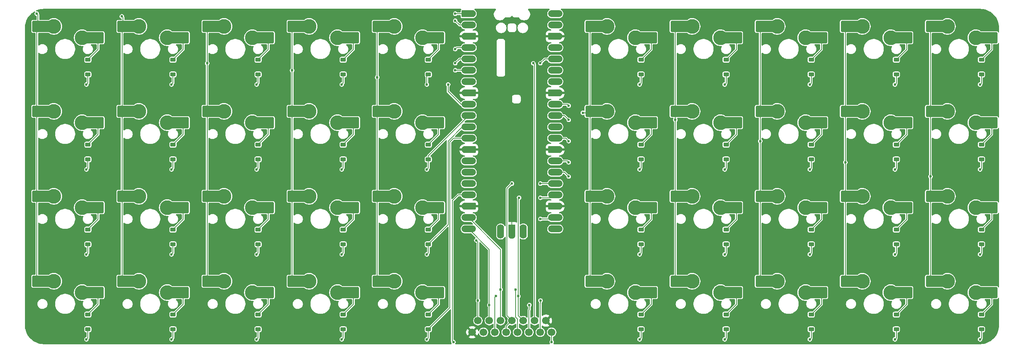
<source format=gbr>
%TF.GenerationSoftware,KiCad,Pcbnew,9.0.4*%
%TF.CreationDate,2025-09-26T22:16:16-05:00*%
%TF.ProjectId,loongcat40,6c6f6f6e-6763-4617-9434-302e6b696361,rev?*%
%TF.SameCoordinates,Original*%
%TF.FileFunction,Copper,L1,Top*%
%TF.FilePolarity,Positive*%
%FSLAX46Y46*%
G04 Gerber Fmt 4.6, Leading zero omitted, Abs format (unit mm)*
G04 Created by KiCad (PCBNEW 9.0.4) date 2025-09-26 22:16:16*
%MOMM*%
%LPD*%
G01*
G04 APERTURE LIST*
G04 Aperture macros list*
%AMRoundRect*
0 Rectangle with rounded corners*
0 $1 Rounding radius*
0 $2 $3 $4 $5 $6 $7 $8 $9 X,Y pos of 4 corners*
0 Add a 4 corners polygon primitive as box body*
4,1,4,$2,$3,$4,$5,$6,$7,$8,$9,$2,$3,0*
0 Add four circle primitives for the rounded corners*
1,1,$1+$1,$2,$3*
1,1,$1+$1,$4,$5*
1,1,$1+$1,$6,$7*
1,1,$1+$1,$8,$9*
0 Add four rect primitives between the rounded corners*
20,1,$1+$1,$2,$3,$4,$5,0*
20,1,$1+$1,$4,$5,$6,$7,0*
20,1,$1+$1,$6,$7,$8,$9,0*
20,1,$1+$1,$8,$9,$2,$3,0*%
%AMFreePoly0*
4,1,37,0.800000,0.796148,0.878414,0.796148,1.032228,0.765552,1.177117,0.705537,1.307515,0.618408,1.418408,0.507515,1.505537,0.377117,1.565552,0.232228,1.596148,0.078414,1.596148,-0.078414,1.565552,-0.232228,1.505537,-0.377117,1.418408,-0.507515,1.307515,-0.618408,1.177117,-0.705537,1.032228,-0.765552,0.878414,-0.796148,0.800000,-0.796148,0.800000,-0.800000,-1.400000,-0.800000,
-1.403843,-0.796157,-1.439018,-0.796157,-1.511114,-0.766294,-1.566294,-0.711114,-1.596157,-0.639018,-1.596157,-0.603843,-1.600000,-0.600000,-1.600000,0.600000,-1.596157,0.603843,-1.596157,0.639018,-1.566294,0.711114,-1.511114,0.766294,-1.439018,0.796157,-1.403843,0.796157,-1.400000,0.800000,0.800000,0.800000,0.800000,0.796148,0.800000,0.796148,$1*%
%AMFreePoly1*
4,1,37,1.403843,0.796157,1.439018,0.796157,1.511114,0.766294,1.566294,0.711114,1.596157,0.639018,1.596157,0.603843,1.600000,0.600000,1.600000,-0.600000,1.596157,-0.603843,1.596157,-0.639018,1.566294,-0.711114,1.511114,-0.766294,1.439018,-0.796157,1.403843,-0.796157,1.400000,-0.800000,-0.800000,-0.800000,-0.800000,-0.796148,-0.878414,-0.796148,-1.032228,-0.765552,-1.177117,-0.705537,
-1.307515,-0.618408,-1.418408,-0.507515,-1.505537,-0.377117,-1.565552,-0.232228,-1.596148,-0.078414,-1.596148,0.078414,-1.565552,0.232228,-1.505537,0.377117,-1.418408,0.507515,-1.307515,0.618408,-1.177117,0.705537,-1.032228,0.765552,-0.878414,0.796148,-0.800000,0.796148,-0.800000,0.800000,1.400000,0.800000,1.403843,0.796157,1.403843,0.796157,$1*%
%AMFreePoly2*
4,1,37,1.600000,0.796148,1.678414,0.796148,1.832228,0.765552,1.977117,0.705537,2.107515,0.618408,2.218408,0.507515,2.305537,0.377117,2.365552,0.232228,2.396148,0.078414,2.396148,-0.078414,2.365552,-0.232228,2.305537,-0.377117,2.218408,-0.507515,2.107515,-0.618408,1.977117,-0.705537,1.832228,-0.765552,1.678414,-0.796148,1.600000,-0.796148,1.600000,-0.800000,-0.600000,-0.800000,
-0.603843,-0.796157,-0.639018,-0.796157,-0.711114,-0.766294,-0.766294,-0.711114,-0.796157,-0.639018,-0.796157,-0.603843,-0.800000,-0.600000,-0.800000,0.600000,-0.796157,0.603843,-0.796157,0.639018,-0.766294,0.711114,-0.711114,0.766294,-0.639018,0.796157,-0.603843,0.796157,-0.600000,0.800000,1.600000,0.800000,1.600000,0.796148,1.600000,0.796148,$1*%
G04 Aperture macros list end*
%TA.AperFunction,ComponentPad*%
%ADD10C,4.400000*%
%TD*%
%TA.AperFunction,ComponentPad*%
%ADD11C,1.700000*%
%TD*%
%TA.AperFunction,ComponentPad*%
%ADD12C,3.300000*%
%TD*%
%TA.AperFunction,SMDPad,CuDef*%
%ADD13R,1.650000X2.500000*%
%TD*%
%TA.AperFunction,SMDPad,CuDef*%
%ADD14RoundRect,0.250000X-1.025000X-1.000000X1.025000X-1.000000X1.025000X1.000000X-1.025000X1.000000X0*%
%TD*%
%TA.AperFunction,SMDPad,CuDef*%
%ADD15FreePoly0,0.000000*%
%TD*%
%TA.AperFunction,SMDPad,CuDef*%
%ADD16RoundRect,0.800000X-0.800000X-0.000010X0.800000X-0.000010X0.800000X0.000010X-0.800000X0.000010X0*%
%TD*%
%TA.AperFunction,SMDPad,CuDef*%
%ADD17FreePoly1,0.000000*%
%TD*%
%TA.AperFunction,SMDPad,CuDef*%
%ADD18RoundRect,0.800000X0.000010X-0.800000X0.000010X0.800000X-0.000010X0.800000X-0.000010X-0.800000X0*%
%TD*%
%TA.AperFunction,SMDPad,CuDef*%
%ADD19FreePoly2,270.000000*%
%TD*%
%TA.AperFunction,SMDPad,CuDef*%
%ADD20RoundRect,0.225000X0.375000X-0.225000X0.375000X0.225000X-0.375000X0.225000X-0.375000X-0.225000X0*%
%TD*%
%TA.AperFunction,ViaPad*%
%ADD21C,0.600000*%
%TD*%
%TA.AperFunction,Conductor*%
%ADD22C,0.200000*%
%TD*%
G04 APERTURE END LIST*
D10*
%TO.P,H6,1,1*%
%TO.N,GND*%
X228600000Y-85725000D03*
%TD*%
%TO.P,H2,1,1*%
%TO.N,GND*%
X228600000Y-47625000D03*
%TD*%
%TO.P,H4,1,1*%
%TO.N,GND*%
X171450000Y-66675000D03*
%TD*%
%TO.P,H5,1,1*%
%TO.N,GND*%
X47625000Y-85725000D03*
%TD*%
%TO.P,H3,1,1*%
%TO.N,GND*%
X104775000Y-66675000D03*
%TD*%
%TO.P,H1,1,1*%
%TO.N,GND*%
X47625000Y-47625000D03*
%TD*%
D11*
%TO.P,U2,1,GND*%
%TO.N,GND*%
X129212500Y-101600000D03*
%TO.P,U2,2,VCC*%
%TO.N,+3.3V*%
X131752500Y-101600000D03*
%TO.P,U2,3,SCL*%
%TO.N,SCL*%
X134292500Y-101600000D03*
%TO.P,U2,4,SDA*%
%TO.N,SDA*%
X136832500Y-101600000D03*
%TO.P,U2,5,RST*%
%TO.N,RST*%
X139372500Y-101600000D03*
%TO.P,U2,6,DC*%
%TO.N,DC*%
X141912500Y-101600000D03*
%TO.P,U2,7,CS*%
%TO.N,CS*%
X144452500Y-101600000D03*
%TO.P,U2,8,BL*%
%TO.N,BL*%
X146992500Y-101600000D03*
%TD*%
D12*
%TO.P,SW37,1,1*%
%TO.N,Net-(D37-A)*%
X184785000Y-92710000D03*
D13*
X186610000Y-92710000D03*
D14*
X188335000Y-92710000D03*
%TO.P,SW37,2,2*%
%TO.N,COL_7*%
X174885000Y-90170000D03*
D13*
X176635000Y-90170000D03*
D12*
X178435000Y-90170000D03*
%TD*%
%TO.P,SW40,1,1*%
%TO.N,Net-(D40-A)*%
X241935000Y-92710000D03*
D13*
X243760000Y-92710000D03*
D14*
X245485000Y-92710000D03*
%TO.P,SW40,2,2*%
%TO.N,COL_10*%
X232035000Y-90170000D03*
D13*
X233785000Y-90170000D03*
D12*
X235585000Y-90170000D03*
%TD*%
%TO.P,SW39,1,1*%
%TO.N,Net-(D39-A)*%
X222885000Y-92710000D03*
D13*
X224710000Y-92710000D03*
D14*
X226435000Y-92710000D03*
%TO.P,SW39,2,2*%
%TO.N,COL_9*%
X212985000Y-90170000D03*
D13*
X214735000Y-90170000D03*
D12*
X216535000Y-90170000D03*
%TD*%
%TO.P,SW38,1,1*%
%TO.N,Net-(D38-A)*%
X203835000Y-92710000D03*
D13*
X205660000Y-92710000D03*
D14*
X207385000Y-92710000D03*
%TO.P,SW38,2,2*%
%TO.N,COL_8*%
X193935000Y-90170000D03*
D13*
X195685000Y-90170000D03*
D12*
X197485000Y-90170000D03*
%TD*%
%TO.P,SW36,1,1*%
%TO.N,Net-(D36-A)*%
X165735000Y-92710000D03*
D13*
X167560000Y-92710000D03*
D14*
X169285000Y-92710000D03*
%TO.P,SW36,2,2*%
%TO.N,COL_6*%
X155835000Y-90170000D03*
D13*
X157585000Y-90170000D03*
D12*
X159385000Y-90170000D03*
%TD*%
%TO.P,SW35,1,1*%
%TO.N,Net-(D35-A)*%
X118110000Y-92710000D03*
D13*
X119935000Y-92710000D03*
D14*
X121660000Y-92710000D03*
%TO.P,SW35,2,2*%
%TO.N,COL_5*%
X108210000Y-90170000D03*
D13*
X109960000Y-90170000D03*
D12*
X111760000Y-90170000D03*
%TD*%
%TO.P,SW34,1,1*%
%TO.N,Net-(D34-A)*%
X99060000Y-92710000D03*
D13*
X100885000Y-92710000D03*
D14*
X102610000Y-92710000D03*
%TO.P,SW34,2,2*%
%TO.N,COL_4*%
X89160000Y-90170000D03*
D13*
X90910000Y-90170000D03*
D12*
X92710000Y-90170000D03*
%TD*%
%TO.P,SW33,1,1*%
%TO.N,Net-(D33-A)*%
X80010000Y-92710000D03*
D13*
X81835000Y-92710000D03*
D14*
X83560000Y-92710000D03*
%TO.P,SW33,2,2*%
%TO.N,COL_3*%
X70110000Y-90170000D03*
D13*
X71860000Y-90170000D03*
D12*
X73660000Y-90170000D03*
%TD*%
%TO.P,SW32,1,1*%
%TO.N,Net-(D32-A)*%
X60960000Y-92710000D03*
D13*
X62785000Y-92710000D03*
D14*
X64510000Y-92710000D03*
%TO.P,SW32,2,2*%
%TO.N,COL_2*%
X51060000Y-90170000D03*
D13*
X52810000Y-90170000D03*
D12*
X54610000Y-90170000D03*
%TD*%
%TO.P,SW31,1,1*%
%TO.N,Net-(D31-A)*%
X41910000Y-92710000D03*
D13*
X43735000Y-92710000D03*
D14*
X45460000Y-92710000D03*
%TO.P,SW31,2,2*%
%TO.N,COL_1*%
X32010000Y-90170000D03*
D13*
X33760000Y-90170000D03*
D12*
X35560000Y-90170000D03*
%TD*%
%TO.P,SW30,1,1*%
%TO.N,Net-(D30-A)*%
X241935000Y-73660000D03*
D13*
X243760000Y-73660000D03*
D14*
X245485000Y-73660000D03*
%TO.P,SW30,2,2*%
%TO.N,COL_10*%
X232035000Y-71120000D03*
D13*
X233785000Y-71120000D03*
D12*
X235585000Y-71120000D03*
%TD*%
%TO.P,SW29,1,1*%
%TO.N,Net-(D29-A)*%
X222885000Y-73660000D03*
D13*
X224710000Y-73660000D03*
D14*
X226435000Y-73660000D03*
%TO.P,SW29,2,2*%
%TO.N,COL_9*%
X212985000Y-71120000D03*
D13*
X214735000Y-71120000D03*
D12*
X216535000Y-71120000D03*
%TD*%
%TO.P,SW28,1,1*%
%TO.N,Net-(D28-A)*%
X203835000Y-73660000D03*
D13*
X205660000Y-73660000D03*
D14*
X207385000Y-73660000D03*
%TO.P,SW28,2,2*%
%TO.N,COL_8*%
X193935000Y-71120000D03*
D13*
X195685000Y-71120000D03*
D12*
X197485000Y-71120000D03*
%TD*%
%TO.P,SW27,1,1*%
%TO.N,Net-(D27-A)*%
X184785000Y-73660000D03*
D13*
X186610000Y-73660000D03*
D14*
X188335000Y-73660000D03*
%TO.P,SW27,2,2*%
%TO.N,COL_7*%
X174885000Y-71120000D03*
D13*
X176635000Y-71120000D03*
D12*
X178435000Y-71120000D03*
%TD*%
%TO.P,SW26,1,1*%
%TO.N,Net-(D26-A)*%
X165735000Y-73660000D03*
D13*
X167560000Y-73660000D03*
D14*
X169285000Y-73660000D03*
%TO.P,SW26,2,2*%
%TO.N,COL_6*%
X155835000Y-71120000D03*
D13*
X157585000Y-71120000D03*
D12*
X159385000Y-71120000D03*
%TD*%
%TO.P,SW25,1,1*%
%TO.N,Net-(D25-A)*%
X118110000Y-73660000D03*
D13*
X119935000Y-73660000D03*
D14*
X121660000Y-73660000D03*
%TO.P,SW25,2,2*%
%TO.N,COL_5*%
X108210000Y-71120000D03*
D13*
X109960000Y-71120000D03*
D12*
X111760000Y-71120000D03*
%TD*%
%TO.P,SW24,1,1*%
%TO.N,Net-(D24-A)*%
X99060000Y-73660000D03*
D13*
X100885000Y-73660000D03*
D14*
X102610000Y-73660000D03*
%TO.P,SW24,2,2*%
%TO.N,COL_4*%
X89160000Y-71120000D03*
D13*
X90910000Y-71120000D03*
D12*
X92710000Y-71120000D03*
%TD*%
%TO.P,SW23,1,1*%
%TO.N,Net-(D23-A)*%
X80010000Y-73660000D03*
D13*
X81835000Y-73660000D03*
D14*
X83560000Y-73660000D03*
%TO.P,SW23,2,2*%
%TO.N,COL_3*%
X70110000Y-71120000D03*
D13*
X71860000Y-71120000D03*
D12*
X73660000Y-71120000D03*
%TD*%
%TO.P,SW22,1,1*%
%TO.N,Net-(D22-A)*%
X60960000Y-73660000D03*
D13*
X62785000Y-73660000D03*
D14*
X64510000Y-73660000D03*
%TO.P,SW22,2,2*%
%TO.N,COL_2*%
X51060000Y-71120000D03*
D13*
X52810000Y-71120000D03*
D12*
X54610000Y-71120000D03*
%TD*%
%TO.P,SW21,1,1*%
%TO.N,Net-(D21-A)*%
X41910000Y-73660000D03*
D13*
X43735000Y-73660000D03*
D14*
X45460000Y-73660000D03*
%TO.P,SW21,2,2*%
%TO.N,COL_1*%
X32010000Y-71120000D03*
D13*
X33760000Y-71120000D03*
D12*
X35560000Y-71120000D03*
%TD*%
%TO.P,SW20,1,1*%
%TO.N,Net-(D20-A)*%
X241935000Y-54610000D03*
D13*
X243760000Y-54610000D03*
D14*
X245485000Y-54610000D03*
%TO.P,SW20,2,2*%
%TO.N,COL_10*%
X232035000Y-52070000D03*
D13*
X233785000Y-52070000D03*
D12*
X235585000Y-52070000D03*
%TD*%
%TO.P,SW19,1,1*%
%TO.N,Net-(D19-A)*%
X222885000Y-54610000D03*
D13*
X224710000Y-54610000D03*
D14*
X226435000Y-54610000D03*
%TO.P,SW19,2,2*%
%TO.N,COL_9*%
X212985000Y-52070000D03*
D13*
X214735000Y-52070000D03*
D12*
X216535000Y-52070000D03*
%TD*%
%TO.P,SW18,1,1*%
%TO.N,Net-(D18-A)*%
X203835000Y-54610000D03*
D13*
X205660000Y-54610000D03*
D14*
X207385000Y-54610000D03*
%TO.P,SW18,2,2*%
%TO.N,COL_8*%
X193935000Y-52070000D03*
D13*
X195685000Y-52070000D03*
D12*
X197485000Y-52070000D03*
%TD*%
%TO.P,SW17,1,1*%
%TO.N,Net-(D17-A)*%
X184785000Y-54610000D03*
D13*
X186610000Y-54610000D03*
D14*
X188335000Y-54610000D03*
%TO.P,SW17,2,2*%
%TO.N,COL_7*%
X174885000Y-52070000D03*
D13*
X176635000Y-52070000D03*
D12*
X178435000Y-52070000D03*
%TD*%
%TO.P,SW16,1,1*%
%TO.N,Net-(D16-A)*%
X165735000Y-54610000D03*
D13*
X167560000Y-54610000D03*
D14*
X169285000Y-54610000D03*
%TO.P,SW16,2,2*%
%TO.N,COL_6*%
X155835000Y-52070000D03*
D13*
X157585000Y-52070000D03*
D12*
X159385000Y-52070000D03*
%TD*%
%TO.P,SW15,1,1*%
%TO.N,Net-(D15-A)*%
X118110000Y-54610000D03*
D13*
X119935000Y-54610000D03*
D14*
X121660000Y-54610000D03*
%TO.P,SW15,2,2*%
%TO.N,COL_5*%
X108210000Y-52070000D03*
D13*
X109960000Y-52070000D03*
D12*
X111760000Y-52070000D03*
%TD*%
%TO.P,SW14,1,1*%
%TO.N,Net-(D14-A)*%
X99060000Y-54610000D03*
D13*
X100885000Y-54610000D03*
D14*
X102610000Y-54610000D03*
%TO.P,SW14,2,2*%
%TO.N,COL_4*%
X89160000Y-52070000D03*
D13*
X90910000Y-52070000D03*
D12*
X92710000Y-52070000D03*
%TD*%
%TO.P,SW13,1,1*%
%TO.N,Net-(D13-A)*%
X80010000Y-54610000D03*
D13*
X81835000Y-54610000D03*
D14*
X83560000Y-54610000D03*
%TO.P,SW13,2,2*%
%TO.N,COL_3*%
X70110000Y-52070000D03*
D13*
X71860000Y-52070000D03*
D12*
X73660000Y-52070000D03*
%TD*%
%TO.P,SW12,1,1*%
%TO.N,Net-(D12-A)*%
X60960000Y-54610000D03*
D13*
X62785000Y-54610000D03*
D14*
X64510000Y-54610000D03*
%TO.P,SW12,2,2*%
%TO.N,COL_2*%
X51060000Y-52070000D03*
D13*
X52810000Y-52070000D03*
D12*
X54610000Y-52070000D03*
%TD*%
%TO.P,SW11,1,1*%
%TO.N,Net-(D11-A)*%
X41910000Y-54610000D03*
D13*
X43735000Y-54610000D03*
D14*
X45460000Y-54610000D03*
%TO.P,SW11,2,2*%
%TO.N,COL_1*%
X32010000Y-52070000D03*
D13*
X33760000Y-52070000D03*
D12*
X35560000Y-52070000D03*
%TD*%
%TO.P,SW10,1,1*%
%TO.N,Net-(D10-A)*%
X241935000Y-35560000D03*
D13*
X243760000Y-35560000D03*
D14*
X245485000Y-35560000D03*
%TO.P,SW10,2,2*%
%TO.N,COL_10*%
X232035000Y-33020000D03*
D13*
X233785000Y-33020000D03*
D12*
X235585000Y-33020000D03*
%TD*%
%TO.P,SW9,1,1*%
%TO.N,Net-(D9-A)*%
X222885000Y-35560000D03*
D13*
X224710000Y-35560000D03*
D14*
X226435000Y-35560000D03*
%TO.P,SW9,2,2*%
%TO.N,COL_9*%
X212985000Y-33020000D03*
D13*
X214735000Y-33020000D03*
D12*
X216535000Y-33020000D03*
%TD*%
%TO.P,SW8,1,1*%
%TO.N,Net-(D8-A)*%
X203835000Y-35560000D03*
D13*
X205660000Y-35560000D03*
D14*
X207385000Y-35560000D03*
%TO.P,SW8,2,2*%
%TO.N,COL_8*%
X193935000Y-33020000D03*
D13*
X195685000Y-33020000D03*
D12*
X197485000Y-33020000D03*
%TD*%
%TO.P,SW7,1,1*%
%TO.N,Net-(D7-A)*%
X184785000Y-35560000D03*
D13*
X186610000Y-35560000D03*
D14*
X188335000Y-35560000D03*
%TO.P,SW7,2,2*%
%TO.N,COL_7*%
X174885000Y-33020000D03*
D13*
X176635000Y-33020000D03*
D12*
X178435000Y-33020000D03*
%TD*%
%TO.P,SW6,1,1*%
%TO.N,Net-(D6-A)*%
X165735000Y-35560000D03*
D13*
X167560000Y-35560000D03*
D14*
X169285000Y-35560000D03*
%TO.P,SW6,2,2*%
%TO.N,COL_6*%
X155835000Y-33020000D03*
D13*
X157585000Y-33020000D03*
D12*
X159385000Y-33020000D03*
%TD*%
%TO.P,SW5,1,1*%
%TO.N,Net-(D5-A)*%
X118110000Y-35560000D03*
D13*
X119935000Y-35560000D03*
D14*
X121660000Y-35560000D03*
%TO.P,SW5,2,2*%
%TO.N,COL_5*%
X108210000Y-33020000D03*
D13*
X109960000Y-33020000D03*
D12*
X111760000Y-33020000D03*
%TD*%
%TO.P,SW4,1,1*%
%TO.N,Net-(D4-A)*%
X99060000Y-35560000D03*
D13*
X100885000Y-35560000D03*
D14*
X102610000Y-35560000D03*
%TO.P,SW4,2,2*%
%TO.N,COL_4*%
X89160000Y-33020000D03*
D13*
X90910000Y-33020000D03*
D12*
X92710000Y-33020000D03*
%TD*%
%TO.P,SW3,1,1*%
%TO.N,Net-(D3-A)*%
X80010000Y-35560000D03*
D13*
X81835000Y-35560000D03*
D14*
X83560000Y-35560000D03*
%TO.P,SW3,2,2*%
%TO.N,COL_3*%
X70110000Y-33020000D03*
D13*
X71860000Y-33020000D03*
D12*
X73660000Y-33020000D03*
%TD*%
%TO.P,SW2,1,1*%
%TO.N,Net-(D2-A)*%
X60960000Y-35560000D03*
D13*
X62785000Y-35560000D03*
D14*
X64510000Y-35560000D03*
%TO.P,SW2,2,2*%
%TO.N,COL_2*%
X51060000Y-33020000D03*
D13*
X52810000Y-33020000D03*
D12*
X54610000Y-33020000D03*
%TD*%
%TO.P,SW1,1,1*%
%TO.N,Net-(D1-A)*%
X41910000Y-35560000D03*
D13*
X43735000Y-35560000D03*
D14*
X45460000Y-35560000D03*
%TO.P,SW1,2,2*%
%TO.N,COL_1*%
X32010000Y-33020000D03*
D13*
X33760000Y-33020000D03*
D12*
X35560000Y-33020000D03*
%TD*%
D15*
%TO.P,A2,1,GPIO0*%
%TO.N,COL_1*%
X128422500Y-30177500D03*
D16*
%TO.P,A2,2,GPIO1*%
%TO.N,COL_2*%
X128422500Y-32717500D03*
D17*
%TO.P,A2,3,GND*%
%TO.N,GND*%
X128422500Y-35257500D03*
D16*
%TO.P,A2,4,GPIO2*%
%TO.N,COL_3*%
X128422500Y-37797500D03*
%TO.P,A2,5,GPIO3*%
%TO.N,COL_4*%
X128422500Y-40337500D03*
%TO.P,A2,6,GPIO4*%
%TO.N,COL_5*%
X128422500Y-42877500D03*
%TO.P,A2,7,GPIO5*%
%TO.N,unconnected-(A2-GPIO5-Pad7)*%
X128422500Y-45417500D03*
D17*
%TO.P,A2,8,GND*%
%TO.N,GND*%
X128422500Y-47957500D03*
D16*
%TO.P,A2,9,GPIO6*%
%TO.N,ROW_1*%
X128422500Y-50497500D03*
%TO.P,A2,10,GPIO7*%
%TO.N,ROW_2*%
X128422500Y-53037500D03*
%TO.P,A2,11,GPIO8*%
%TO.N,ROW_3*%
X128422500Y-55577500D03*
%TO.P,A2,12,GPIO9*%
%TO.N,ROW_4*%
X128422500Y-58117500D03*
D17*
%TO.P,A2,13,GND*%
%TO.N,GND*%
X128422500Y-60657500D03*
D16*
%TO.P,A2,14,GPIO10*%
%TO.N,unconnected-(A2-GPIO10-Pad14)*%
X128422500Y-63197500D03*
%TO.P,A2,15,GPIO11*%
%TO.N,unconnected-(A2-GPIO11-Pad15)*%
X128422500Y-65737500D03*
%TO.P,A2,16,GPIO12*%
%TO.N,unconnected-(A2-GPIO12-Pad16)*%
X128422500Y-68277500D03*
%TO.P,A2,17,GPIO13*%
%TO.N,BL*%
X128422500Y-70817500D03*
D17*
%TO.P,A2,18,GND*%
%TO.N,GND*%
X128422500Y-73357500D03*
D16*
%TO.P,A2,19,GPIO14*%
%TO.N,RST*%
X128422500Y-75897500D03*
%TO.P,A2,20,GPIO15*%
%TO.N,DC*%
X128422500Y-78437500D03*
%TO.P,A2,21,GPIO16*%
%TO.N,unconnected-(A2-GPIO16-Pad21)*%
X147802500Y-78437500D03*
%TO.P,A2,22,GPIO17*%
%TO.N,CS*%
X147802500Y-75897500D03*
D15*
%TO.P,A2,23,GND*%
%TO.N,GND*%
X147802500Y-73357500D03*
D16*
%TO.P,A2,24,GPIO18*%
%TO.N,SCL*%
X147802500Y-70817500D03*
%TO.P,A2,25,GPIO19*%
%TO.N,SDA*%
X147802500Y-68277500D03*
%TO.P,A2,26,GPIO20*%
%TO.N,COL_10*%
X147802500Y-65737500D03*
%TO.P,A2,27,GPIO21*%
%TO.N,COL_9*%
X147802500Y-63197500D03*
D15*
%TO.P,A2,28,GND*%
%TO.N,GND*%
X147802500Y-60657500D03*
D16*
%TO.P,A2,29,GPIO22*%
%TO.N,COL_8*%
X147802500Y-58117500D03*
%TO.P,A2,30,RUN*%
%TO.N,unconnected-(A2-RUN-Pad30)*%
X147802500Y-55577500D03*
%TO.P,A2,31,GPIO26_ADC0*%
%TO.N,COL_7*%
X147802500Y-53037500D03*
%TO.P,A2,32,GPIO27_ADC1*%
%TO.N,COL_6*%
X147802500Y-50497500D03*
D15*
%TO.P,A2,33,AGND*%
%TO.N,GND*%
X147802500Y-47957500D03*
D16*
%TO.P,A2,34,GPIO28_ADC2*%
%TO.N,unconnected-(A2-GPIO28_ADC2-Pad34)*%
X147802500Y-45417500D03*
%TO.P,A2,35,ADC_VREF*%
%TO.N,unconnected-(A2-ADC_VREF-Pad35)*%
X147802500Y-42877500D03*
%TO.P,A2,36,3V3*%
%TO.N,+3.3V*%
X147802500Y-40337500D03*
%TO.P,A2,37,3V3_EN*%
%TO.N,unconnected-(A2-3V3_EN-Pad37)*%
X147802500Y-37797500D03*
D15*
%TO.P,A2,38,GND*%
%TO.N,GND*%
X147802500Y-35257500D03*
D16*
%TO.P,A2,39,VSYS*%
%TO.N,+5V*%
X147802500Y-32717500D03*
%TO.P,A2,40,VBUS*%
%TO.N,unconnected-(A2-VBUS-Pad40)*%
X147802500Y-30177500D03*
D18*
%TO.P,A2,D1,SWCLK*%
%TO.N,unconnected-(A2-SWCLK-PadD1)*%
X135572500Y-79007500D03*
D19*
%TO.P,A2,D2,GND*%
%TO.N,GND*%
X138112500Y-78207500D03*
D18*
%TO.P,A2,D3,SWDIO*%
%TO.N,unconnected-(A2-SWDIO-PadD3)*%
X140652500Y-79007500D03*
%TD*%
D11*
%TO.P,U1,1,GND*%
%TO.N,GND*%
X145732500Y-99000000D03*
%TO.P,U1,2,VCC*%
%TO.N,+3.3V*%
X143192500Y-99000000D03*
%TO.P,U1,3,SCL*%
%TO.N,SCL*%
X140652500Y-99000000D03*
%TO.P,U1,4,SDA*%
%TO.N,SDA*%
X138112500Y-99000000D03*
%TO.P,U1,5,RST*%
%TO.N,RST*%
X135572500Y-99000000D03*
%TO.P,U1,6,DC*%
%TO.N,DC*%
X133032500Y-99000000D03*
%TO.P,U1,7,CS*%
%TO.N,CS*%
X130492500Y-99000000D03*
%TD*%
D20*
%TO.P,D14,1,K*%
%TO.N,ROW_2*%
X100330000Y-62830000D03*
%TO.P,D14,2,A*%
%TO.N,Net-(D14-A)*%
X100330000Y-59530000D03*
%TD*%
%TO.P,D12,1,K*%
%TO.N,ROW_2*%
X62230000Y-62830000D03*
%TO.P,D12,2,A*%
%TO.N,Net-(D12-A)*%
X62230000Y-59530000D03*
%TD*%
%TO.P,D4,1,K*%
%TO.N,ROW_1*%
X100330000Y-43780000D03*
%TO.P,D4,2,A*%
%TO.N,Net-(D4-A)*%
X100330000Y-40480000D03*
%TD*%
%TO.P,D2,1,K*%
%TO.N,ROW_1*%
X62230000Y-43780000D03*
%TO.P,D2,2,A*%
%TO.N,Net-(D2-A)*%
X62230000Y-40480000D03*
%TD*%
%TO.P,D15,1,K*%
%TO.N,ROW_2*%
X119380000Y-62830000D03*
%TO.P,D15,2,A*%
%TO.N,Net-(D15-A)*%
X119380000Y-59530000D03*
%TD*%
%TO.P,D5,1,K*%
%TO.N,ROW_1*%
X119380000Y-43780000D03*
%TO.P,D5,2,A*%
%TO.N,Net-(D5-A)*%
X119380000Y-40480000D03*
%TD*%
%TO.P,D27,1,K*%
%TO.N,ROW_3*%
X186055000Y-81880000D03*
%TO.P,D27,2,A*%
%TO.N,Net-(D27-A)*%
X186055000Y-78580000D03*
%TD*%
%TO.P,D17,1,K*%
%TO.N,ROW_2*%
X186055000Y-62830000D03*
%TO.P,D17,2,A*%
%TO.N,Net-(D17-A)*%
X186055000Y-59530000D03*
%TD*%
%TO.P,D23,1,K*%
%TO.N,ROW_3*%
X81280000Y-81880000D03*
%TO.P,D23,2,A*%
%TO.N,Net-(D23-A)*%
X81280000Y-78580000D03*
%TD*%
%TO.P,D1,1,K*%
%TO.N,ROW_1*%
X43180000Y-43780000D03*
%TO.P,D1,2,A*%
%TO.N,Net-(D1-A)*%
X43180000Y-40480000D03*
%TD*%
%TO.P,D25,1,K*%
%TO.N,ROW_3*%
X119380000Y-81880000D03*
%TO.P,D25,2,A*%
%TO.N,Net-(D25-A)*%
X119380000Y-78580000D03*
%TD*%
%TO.P,D33,1,K*%
%TO.N,ROW_4*%
X81280000Y-100930000D03*
%TO.P,D33,2,A*%
%TO.N,Net-(D33-A)*%
X81280000Y-97630000D03*
%TD*%
%TO.P,D36,1,K*%
%TO.N,ROW_4*%
X167005000Y-100930000D03*
%TO.P,D36,2,A*%
%TO.N,Net-(D36-A)*%
X167005000Y-97630000D03*
%TD*%
%TO.P,D18,1,K*%
%TO.N,ROW_2*%
X205105000Y-62830000D03*
%TO.P,D18,2,A*%
%TO.N,Net-(D18-A)*%
X205105000Y-59530000D03*
%TD*%
%TO.P,D30,1,K*%
%TO.N,ROW_3*%
X243205000Y-81880000D03*
%TO.P,D30,2,A*%
%TO.N,Net-(D30-A)*%
X243205000Y-78580000D03*
%TD*%
%TO.P,D31,1,K*%
%TO.N,ROW_4*%
X43180000Y-100930000D03*
%TO.P,D31,2,A*%
%TO.N,Net-(D31-A)*%
X43180000Y-97630000D03*
%TD*%
%TO.P,D20,1,K*%
%TO.N,ROW_2*%
X243205000Y-62830000D03*
%TO.P,D20,2,A*%
%TO.N,Net-(D20-A)*%
X243205000Y-59530000D03*
%TD*%
%TO.P,D32,1,K*%
%TO.N,ROW_4*%
X62230000Y-100930000D03*
%TO.P,D32,2,A*%
%TO.N,Net-(D32-A)*%
X62230000Y-97630000D03*
%TD*%
%TO.P,D28,1,K*%
%TO.N,ROW_3*%
X205105000Y-81880000D03*
%TO.P,D28,2,A*%
%TO.N,Net-(D28-A)*%
X205105000Y-78580000D03*
%TD*%
%TO.P,D10,1,K*%
%TO.N,ROW_1*%
X243205000Y-43780000D03*
%TO.P,D10,2,A*%
%TO.N,Net-(D10-A)*%
X243205000Y-40480000D03*
%TD*%
%TO.P,D24,1,K*%
%TO.N,ROW_3*%
X100330000Y-81880000D03*
%TO.P,D24,2,A*%
%TO.N,Net-(D24-A)*%
X100330000Y-78580000D03*
%TD*%
%TO.P,D26,1,K*%
%TO.N,ROW_3*%
X167005000Y-81880000D03*
%TO.P,D26,2,A*%
%TO.N,Net-(D26-A)*%
X167005000Y-78580000D03*
%TD*%
%TO.P,D29,1,K*%
%TO.N,ROW_3*%
X224155000Y-81880000D03*
%TO.P,D29,2,A*%
%TO.N,Net-(D29-A)*%
X224155000Y-78580000D03*
%TD*%
%TO.P,D35,1,K*%
%TO.N,ROW_4*%
X119380000Y-100930000D03*
%TO.P,D35,2,A*%
%TO.N,Net-(D35-A)*%
X119380000Y-97630000D03*
%TD*%
%TO.P,D21,1,K*%
%TO.N,ROW_3*%
X43180000Y-81880000D03*
%TO.P,D21,2,A*%
%TO.N,Net-(D21-A)*%
X43180000Y-78580000D03*
%TD*%
%TO.P,D34,1,K*%
%TO.N,ROW_4*%
X100330000Y-100930000D03*
%TO.P,D34,2,A*%
%TO.N,Net-(D34-A)*%
X100330000Y-97630000D03*
%TD*%
%TO.P,D37,1,K*%
%TO.N,ROW_4*%
X186055000Y-100930000D03*
%TO.P,D37,2,A*%
%TO.N,Net-(D37-A)*%
X186055000Y-97630000D03*
%TD*%
%TO.P,D40,1,K*%
%TO.N,ROW_4*%
X243205000Y-100930000D03*
%TO.P,D40,2,A*%
%TO.N,Net-(D40-A)*%
X243205000Y-97630000D03*
%TD*%
%TO.P,D13,1,K*%
%TO.N,ROW_2*%
X81280000Y-62830000D03*
%TO.P,D13,2,A*%
%TO.N,Net-(D13-A)*%
X81280000Y-59530000D03*
%TD*%
%TO.P,D16,1,K*%
%TO.N,ROW_2*%
X167005000Y-62830000D03*
%TO.P,D16,2,A*%
%TO.N,Net-(D16-A)*%
X167005000Y-59530000D03*
%TD*%
%TO.P,D9,1,K*%
%TO.N,ROW_1*%
X224155000Y-43780000D03*
%TO.P,D9,2,A*%
%TO.N,Net-(D9-A)*%
X224155000Y-40480000D03*
%TD*%
%TO.P,D6,1,K*%
%TO.N,ROW_1*%
X167005000Y-43780000D03*
%TO.P,D6,2,A*%
%TO.N,Net-(D6-A)*%
X167005000Y-40480000D03*
%TD*%
%TO.P,D3,1,K*%
%TO.N,ROW_1*%
X81280000Y-43780000D03*
%TO.P,D3,2,A*%
%TO.N,Net-(D3-A)*%
X81280000Y-40480000D03*
%TD*%
%TO.P,D19,1,K*%
%TO.N,ROW_2*%
X224155000Y-62830000D03*
%TO.P,D19,2,A*%
%TO.N,Net-(D19-A)*%
X224155000Y-59530000D03*
%TD*%
%TO.P,D11,1,K*%
%TO.N,ROW_2*%
X43180000Y-62830000D03*
%TO.P,D11,2,A*%
%TO.N,Net-(D11-A)*%
X43180000Y-59530000D03*
%TD*%
%TO.P,D22,1,K*%
%TO.N,ROW_3*%
X62230000Y-81880000D03*
%TO.P,D22,2,A*%
%TO.N,Net-(D22-A)*%
X62230000Y-78580000D03*
%TD*%
%TO.P,D38,1,K*%
%TO.N,ROW_4*%
X205105000Y-100930000D03*
%TO.P,D38,2,A*%
%TO.N,Net-(D38-A)*%
X205105000Y-97630000D03*
%TD*%
%TO.P,D8,1,K*%
%TO.N,ROW_1*%
X205105000Y-43780000D03*
%TO.P,D8,2,A*%
%TO.N,Net-(D8-A)*%
X205105000Y-40480000D03*
%TD*%
%TO.P,D7,1,K*%
%TO.N,ROW_1*%
X186055000Y-43780000D03*
%TO.P,D7,2,A*%
%TO.N,Net-(D7-A)*%
X186055000Y-40480000D03*
%TD*%
%TO.P,D39,1,K*%
%TO.N,ROW_4*%
X224155000Y-100930000D03*
%TO.P,D39,2,A*%
%TO.N,Net-(D39-A)*%
X224155000Y-97630000D03*
%TD*%
D21*
%TO.N,RST*%
X138951500Y-92000000D03*
X135572500Y-92000000D03*
%TO.N,SCL*%
X134500000Y-93500000D03*
X139551500Y-93500000D03*
%TO.N,DC*%
X142000000Y-95500000D03*
X133032500Y-95500000D03*
%TO.N,CS*%
X144500000Y-94500000D03*
X130492500Y-94500000D03*
%TO.N,BL*%
X147000000Y-103787500D03*
X125000000Y-103787500D03*
%TO.N,ROW_1*%
X123825000Y-46037500D03*
%TO.N,COL_10*%
X150812500Y-66675000D03*
X231775000Y-66675000D03*
%TO.N,COL_9*%
X150812500Y-63500000D03*
X212725000Y-63500000D03*
%TO.N,COL_8*%
X150812500Y-58737500D03*
X193675000Y-58737500D03*
%TO.N,COL_7*%
X150812500Y-53975000D03*
X174669000Y-53975000D03*
%TO.N,COL_6*%
X153987500Y-52387500D03*
X150812500Y-50800000D03*
%TO.N,ROW_1*%
X242887500Y-46037500D03*
X223837500Y-46037500D03*
X204787500Y-46037500D03*
X185737500Y-46037500D03*
X166687500Y-46037500D03*
%TO.N,ROW_2*%
X242887500Y-65087500D03*
X223837500Y-65087500D03*
X204787500Y-65087500D03*
X185737500Y-65087500D03*
X166687500Y-65087500D03*
%TO.N,ROW_3*%
X242887500Y-84137500D03*
X223837500Y-84137500D03*
X204787500Y-84137500D03*
X185737500Y-84137500D03*
X166687500Y-84137500D03*
%TO.N,ROW_4*%
X242887500Y-103187500D03*
X223837500Y-103187500D03*
X204787500Y-103187500D03*
X185737500Y-103187500D03*
X166687500Y-103187500D03*
%TO.N,+3.3V*%
X142875000Y-41275000D03*
X144462500Y-41275000D03*
%TO.N,SCL*%
X144462500Y-71437500D03*
X139700000Y-71437500D03*
%TO.N,SDA*%
X144462500Y-68262500D03*
X138112500Y-68262500D03*
%TO.N,CS*%
X144462500Y-76200000D03*
X130136985Y-81000515D03*
%TO.N,ROW_4*%
X42862500Y-103187500D03*
X61912500Y-103187500D03*
X80962500Y-103187500D03*
X100012500Y-103187500D03*
X119062500Y-103187500D03*
%TO.N,ROW_3*%
X42862500Y-84137500D03*
X61912500Y-84137500D03*
X80962500Y-84137500D03*
X100012500Y-84137500D03*
X119062500Y-84137500D03*
%TO.N,ROW_2*%
X42862500Y-65087500D03*
X61912500Y-65087500D03*
X80962500Y-65087500D03*
X100012500Y-65087500D03*
X119062500Y-65087500D03*
%TO.N,ROW_1*%
X42862500Y-46037500D03*
X61912500Y-46037500D03*
X80962500Y-46037500D03*
X100012500Y-46037500D03*
X119062500Y-46037500D03*
%TO.N,COL_5*%
X125412500Y-42862500D03*
X107950000Y-44450000D03*
%TO.N,COL_4*%
X125412500Y-41275000D03*
X88900000Y-42862500D03*
%TO.N,COL_3*%
X125412500Y-38100000D03*
X69894000Y-41275000D03*
%TO.N,COL_2*%
X50800000Y-30762500D03*
X125412500Y-31750000D03*
%TO.N,COL_1*%
X31750000Y-30162500D03*
X125412500Y-30162500D03*
%TD*%
D22*
%TO.N,SDA*%
X138112500Y-99000000D02*
X136832500Y-100280000D01*
X136832500Y-100280000D02*
X136832500Y-101600000D01*
%TO.N,RST*%
X138951500Y-92000000D02*
X138951500Y-98211240D01*
X138951500Y-98211240D02*
X139372500Y-98632240D01*
X139372500Y-98632240D02*
X139372500Y-101600000D01*
X128422500Y-75897500D02*
X135572500Y-83047500D01*
X135572500Y-83047500D02*
X135572500Y-99000000D01*
%TO.N,SCL*%
X134292500Y-93707500D02*
X134292500Y-101600000D01*
X134500000Y-93500000D02*
X134292500Y-93707500D01*
X139551500Y-93500000D02*
X139551500Y-71586000D01*
%TO.N,DC*%
X142000000Y-95500000D02*
X142000000Y-96500000D01*
X142000000Y-96500000D02*
X141912500Y-96587500D01*
X141912500Y-96587500D02*
X141912500Y-101600000D01*
X133032500Y-95500000D02*
X133032500Y-99000000D01*
X133032500Y-83047500D02*
X133032500Y-95500000D01*
%TO.N,CS*%
X144500000Y-94500000D02*
X144500000Y-95000000D01*
X144500000Y-95000000D02*
X144452500Y-95047500D01*
X144452500Y-95047500D02*
X144452500Y-101600000D01*
X130136985Y-81000515D02*
X130492500Y-81356030D01*
X130492500Y-81356030D02*
X130492500Y-99000000D01*
%TO.N,BL*%
X147000000Y-103787500D02*
X146992500Y-103780000D01*
X124772000Y-97139500D02*
X124772000Y-103559500D01*
X124772000Y-103559500D02*
X125000000Y-103787500D01*
X146992500Y-103780000D02*
X146992500Y-101600000D01*
%TO.N,GND*%
X138112500Y-78207500D02*
X138112500Y-76200000D01*
%TO.N,ROW_1*%
X126697500Y-50497500D02*
X123825000Y-47625000D01*
X128422500Y-50497500D02*
X126697500Y-50497500D01*
X123825000Y-47625000D02*
X123825000Y-46037500D01*
%TO.N,BL*%
X124772000Y-97139500D02*
X124772000Y-72078000D01*
X124772000Y-72078000D02*
X126032500Y-70817500D01*
X126032500Y-70817500D02*
X128422500Y-70817500D01*
%TO.N,COL_10*%
X231775000Y-89910000D02*
X231775000Y-66675000D01*
X149875000Y-65737500D02*
X150812500Y-66675000D01*
X147802500Y-65737500D02*
X149875000Y-65737500D01*
%TO.N,COL_9*%
X150510000Y-63197500D02*
X150812500Y-63500000D01*
X212725000Y-89910000D02*
X212725000Y-63500000D01*
X147802500Y-63197500D02*
X150510000Y-63197500D01*
%TO.N,COL_8*%
X193675000Y-89910000D02*
X193675000Y-58737500D01*
X150192500Y-58117500D02*
X150812500Y-58737500D01*
X147802500Y-58117500D02*
X150192500Y-58117500D01*
%TO.N,COL_7*%
X149875000Y-53037500D02*
X150812500Y-53975000D01*
X147802500Y-53037500D02*
X149875000Y-53037500D01*
X174669000Y-89954000D02*
X174669000Y-53975000D01*
%TO.N,COL_6*%
X147802500Y-50497500D02*
X150510000Y-50497500D01*
X150510000Y-50497500D02*
X150812500Y-50800000D01*
X153987500Y-52387500D02*
X155517500Y-52387500D01*
X155517500Y-52387500D02*
X155835000Y-52070000D01*
%TO.N,ROW_1*%
X242887500Y-46037500D02*
X243205000Y-45720000D01*
X243205000Y-45720000D02*
X243205000Y-43780000D01*
X223837500Y-46037500D02*
X224155000Y-45720000D01*
X224155000Y-45720000D02*
X224155000Y-43780000D01*
X204787500Y-46037500D02*
X205105000Y-45720000D01*
X205105000Y-45720000D02*
X205105000Y-43780000D01*
X185737500Y-46037500D02*
X186055000Y-45720000D01*
X186055000Y-45720000D02*
X186055000Y-43780000D01*
X166687500Y-46037500D02*
X167005000Y-45720000D01*
X167005000Y-45720000D02*
X167005000Y-43780000D01*
%TO.N,ROW_2*%
X243205000Y-64770000D02*
X243205000Y-62830000D01*
X242887500Y-65087500D02*
X243205000Y-64770000D01*
X223837500Y-65087500D02*
X224155000Y-64770000D01*
X224155000Y-64770000D02*
X224155000Y-62830000D01*
X204787500Y-65087500D02*
X205105000Y-64770000D01*
X205105000Y-64770000D02*
X205105000Y-62830000D01*
X185737500Y-65087500D02*
X186055000Y-64770000D01*
X186055000Y-64770000D02*
X186055000Y-62830000D01*
X166687500Y-65087500D02*
X167005000Y-64770000D01*
X167005000Y-64770000D02*
X167005000Y-62830000D01*
%TO.N,ROW_3*%
X242887500Y-84137500D02*
X243205000Y-83820000D01*
X243205000Y-83820000D02*
X243205000Y-81880000D01*
X223837500Y-84137500D02*
X224155000Y-83820000D01*
X224155000Y-83820000D02*
X224155000Y-81880000D01*
X204787500Y-84137500D02*
X205105000Y-83820000D01*
X205105000Y-83820000D02*
X205105000Y-81880000D01*
X186055000Y-83820000D02*
X186055000Y-81880000D01*
X185737500Y-84137500D02*
X186055000Y-83820000D01*
X166687500Y-84137500D02*
X167005000Y-83820000D01*
X167005000Y-83820000D02*
X167005000Y-81880000D01*
%TO.N,ROW_4*%
X242887500Y-103187500D02*
X243205000Y-102870000D01*
X243205000Y-102870000D02*
X243205000Y-100930000D01*
X224155000Y-102870000D02*
X224155000Y-100930000D01*
X223837500Y-103187500D02*
X224155000Y-102870000D01*
X204787500Y-103187500D02*
X205105000Y-102870000D01*
X205105000Y-102870000D02*
X205105000Y-100930000D01*
X185737500Y-103187500D02*
X186055000Y-102870000D01*
X186055000Y-102870000D02*
X186055000Y-100930000D01*
X167005000Y-102870000D02*
X167005000Y-100930000D01*
X166687500Y-103187500D02*
X167005000Y-102870000D01*
%TO.N,+3.3V*%
X147802500Y-40337500D02*
X145400000Y-40337500D01*
X145400000Y-40337500D02*
X144462500Y-41275000D01*
X142875000Y-41275000D02*
X143192500Y-41592500D01*
X143192500Y-41592500D02*
X143192500Y-99000000D01*
%TO.N,SCL*%
X140652500Y-99000000D02*
X139551500Y-97899000D01*
X139551500Y-97899000D02*
X139551500Y-93500000D01*
X139551500Y-71586000D02*
X139700000Y-71437500D01*
X147182500Y-71437500D02*
X147802500Y-70817500D01*
X144462500Y-71437500D02*
X147182500Y-71437500D01*
%TO.N,SDA*%
X146065000Y-68277500D02*
X147802500Y-68277500D01*
X138112500Y-99000000D02*
X137006500Y-97894000D01*
X137006500Y-97894000D02*
X137006500Y-69368500D01*
X137006500Y-69368500D02*
X138112500Y-68262500D01*
X144462500Y-68262500D02*
X146050000Y-68262500D01*
X146050000Y-68262500D02*
X146065000Y-68277500D01*
%TO.N,CS*%
X144462500Y-76200000D02*
X147500000Y-76200000D01*
X147500000Y-76200000D02*
X147802500Y-75897500D01*
%TO.N,DC*%
X128422500Y-78437500D02*
X133032500Y-83047500D01*
%TO.N,ROW_4*%
X125012100Y-58117500D02*
X124226000Y-58903600D01*
X128422500Y-58117500D02*
X125012100Y-58117500D01*
X124226000Y-58903600D02*
X124226000Y-96084000D01*
X124226000Y-96084000D02*
X119380000Y-100930000D01*
%TO.N,ROW_3*%
X126985000Y-55577500D02*
X123825000Y-58737500D01*
X128422500Y-55577500D02*
X126985000Y-55577500D01*
X123825000Y-58737500D02*
X123825000Y-77435000D01*
X123825000Y-77435000D02*
X119380000Y-81880000D01*
%TO.N,ROW_4*%
X42862500Y-103187500D02*
X43180000Y-102870000D01*
X43180000Y-102870000D02*
X43180000Y-100930000D01*
X61912500Y-103187500D02*
X62230000Y-102870000D01*
X62230000Y-102870000D02*
X62230000Y-100930000D01*
X80962500Y-103187500D02*
X81280000Y-102870000D01*
X81280000Y-102870000D02*
X81280000Y-100930000D01*
X100012500Y-103187500D02*
X100330000Y-102870000D01*
X119380000Y-100930000D02*
X119380000Y-102870000D01*
X119380000Y-102870000D02*
X119062500Y-103187500D01*
X100330000Y-102870000D02*
X100330000Y-100930000D01*
%TO.N,ROW_3*%
X42862500Y-84137500D02*
X43180000Y-83820000D01*
X43180000Y-83820000D02*
X43180000Y-81880000D01*
X61912500Y-84137500D02*
X62230000Y-83820000D01*
X62230000Y-83820000D02*
X62230000Y-81880000D01*
X80962500Y-84137500D02*
X81280000Y-83820000D01*
X81280000Y-83820000D02*
X81280000Y-81880000D01*
X100012500Y-84137500D02*
X100330000Y-83820000D01*
X119380000Y-81880000D02*
X119380000Y-83820000D01*
X119380000Y-83820000D02*
X119062500Y-84137500D01*
X100330000Y-83820000D02*
X100330000Y-81880000D01*
%TO.N,ROW_2*%
X128422500Y-53037500D02*
X119380000Y-62080000D01*
X119380000Y-62080000D02*
X119380000Y-62830000D01*
X42862500Y-65087500D02*
X43180000Y-64770000D01*
X43180000Y-64770000D02*
X43180000Y-62830000D01*
X61912500Y-65087500D02*
X62230000Y-64770000D01*
X62230000Y-64770000D02*
X62230000Y-62830000D01*
X80962500Y-65087500D02*
X81280000Y-64770000D01*
X81280000Y-64770000D02*
X81280000Y-62830000D01*
X100330000Y-62830000D02*
X100330000Y-64770000D01*
X100330000Y-64770000D02*
X100012500Y-65087500D01*
X119380000Y-62830000D02*
X119380000Y-64770000D01*
X119380000Y-64770000D02*
X119062500Y-65087500D01*
%TO.N,ROW_1*%
X42862500Y-46037500D02*
X43180000Y-45720000D01*
X43180000Y-45720000D02*
X43180000Y-43780000D01*
X61912500Y-46037500D02*
X62230000Y-45720000D01*
X62230000Y-45720000D02*
X62230000Y-43780000D01*
X80962500Y-46037500D02*
X81280000Y-45720000D01*
X81280000Y-45720000D02*
X81280000Y-43780000D01*
X100012500Y-46037500D02*
X100330000Y-45720000D01*
X100330000Y-45720000D02*
X100330000Y-43780000D01*
X119380000Y-43780000D02*
X119062500Y-44097500D01*
X119062500Y-44097500D02*
X119062500Y-46037500D01*
%TO.N,COL_5*%
X125427500Y-42877500D02*
X125412500Y-42862500D01*
X128422500Y-42877500D02*
X125427500Y-42877500D01*
X107950000Y-33280000D02*
X107950000Y-44450000D01*
%TO.N,COL_4*%
X126350000Y-40337500D02*
X125412500Y-41275000D01*
X128422500Y-40337500D02*
X126350000Y-40337500D01*
X88900000Y-89910000D02*
X88900000Y-42862500D01*
%TO.N,COL_3*%
X125715000Y-37797500D02*
X125412500Y-38100000D01*
X128422500Y-37797500D02*
X125715000Y-37797500D01*
X69894000Y-41275000D02*
X69894000Y-33236000D01*
%TO.N,COL_2*%
X128422500Y-32717500D02*
X126380000Y-32717500D01*
X126380000Y-32717500D02*
X125412500Y-31750000D01*
X51060000Y-31022500D02*
X51060000Y-33020000D01*
X50800000Y-30762500D02*
X51060000Y-31022500D01*
%TO.N,COL_1*%
X128422500Y-30177500D02*
X125427500Y-30177500D01*
X125427500Y-30177500D02*
X125412500Y-30162500D01*
X31750000Y-30162500D02*
X32010000Y-30422500D01*
X32010000Y-30422500D02*
X32010000Y-33020000D01*
%TO.N,Net-(D36-A)*%
X167005000Y-97630000D02*
X169285000Y-95350000D01*
X169285000Y-95350000D02*
X169285000Y-92710000D01*
%TO.N,Net-(D37-A)*%
X186055000Y-97630000D02*
X188335000Y-95350000D01*
X188335000Y-95350000D02*
X188335000Y-92710000D01*
%TO.N,Net-(D38-A)*%
X205105000Y-97630000D02*
X207385000Y-95350000D01*
X207385000Y-95350000D02*
X207385000Y-92710000D01*
%TO.N,Net-(D39-A)*%
X224155000Y-97630000D02*
X226435000Y-95350000D01*
X226435000Y-95350000D02*
X226435000Y-92710000D01*
%TO.N,Net-(D40-A)*%
X243205000Y-97630000D02*
X245485000Y-95350000D01*
X245485000Y-95350000D02*
X245485000Y-92710000D01*
%TO.N,Net-(D30-A)*%
X243205000Y-78580000D02*
X245485000Y-76300000D01*
X245485000Y-76300000D02*
X245485000Y-73660000D01*
%TO.N,Net-(D29-A)*%
X224155000Y-78580000D02*
X226435000Y-76300000D01*
X226435000Y-76300000D02*
X226435000Y-73660000D01*
%TO.N,Net-(D28-A)*%
X205105000Y-78580000D02*
X207385000Y-76300000D01*
X207385000Y-76300000D02*
X207385000Y-73660000D01*
%TO.N,Net-(D27-A)*%
X186055000Y-78580000D02*
X188335000Y-76300000D01*
X188335000Y-76300000D02*
X188335000Y-73660000D01*
%TO.N,Net-(D26-A)*%
X167005000Y-78580000D02*
X169285000Y-76300000D01*
X169285000Y-76300000D02*
X169285000Y-73660000D01*
%TO.N,Net-(D18-A)*%
X205105000Y-59530000D02*
X207385000Y-57250000D01*
X207385000Y-57250000D02*
X207385000Y-54610000D01*
%TO.N,Net-(D19-A)*%
X224155000Y-59530000D02*
X226435000Y-57250000D01*
X226435000Y-57250000D02*
X226435000Y-54610000D01*
%TO.N,Net-(D20-A)*%
X243205000Y-59530000D02*
X245485000Y-57250000D01*
X245485000Y-57250000D02*
X245485000Y-54610000D01*
%TO.N,Net-(D10-A)*%
X243205000Y-40480000D02*
X245485000Y-38200000D01*
X245485000Y-38200000D02*
X245485000Y-35560000D01*
%TO.N,Net-(D9-A)*%
X224155000Y-40480000D02*
X226435000Y-38200000D01*
X226435000Y-38200000D02*
X226435000Y-35560000D01*
%TO.N,Net-(D8-A)*%
X205105000Y-40480000D02*
X207385000Y-38200000D01*
X207385000Y-38200000D02*
X207385000Y-35560000D01*
%TO.N,Net-(D7-A)*%
X186055000Y-40480000D02*
X188335000Y-38200000D01*
X188335000Y-38200000D02*
X188335000Y-35560000D01*
%TO.N,Net-(D17-A)*%
X186055000Y-59530000D02*
X188335000Y-57250000D01*
X188335000Y-57250000D02*
X188335000Y-54610000D01*
%TO.N,Net-(D16-A)*%
X167005000Y-59530000D02*
X169285000Y-57250000D01*
X169285000Y-57250000D02*
X169285000Y-54610000D01*
%TO.N,Net-(D6-A)*%
X167005000Y-40480000D02*
X169285000Y-38200000D01*
X169285000Y-38200000D02*
X169285000Y-35560000D01*
%TO.N,COL_10*%
X232035000Y-90170000D02*
X231775000Y-89910000D01*
X231775000Y-66675000D02*
X231775000Y-33280000D01*
X231775000Y-33280000D02*
X232035000Y-33020000D01*
%TO.N,COL_9*%
X212985000Y-90170000D02*
X212725000Y-89910000D01*
X212725000Y-63500000D02*
X212725000Y-33280000D01*
X212725000Y-33280000D02*
X212985000Y-33020000D01*
%TO.N,COL_8*%
X193935000Y-90170000D02*
X193675000Y-89910000D01*
X193675000Y-58737500D02*
X193675000Y-33280000D01*
X193675000Y-33280000D02*
X193935000Y-33020000D01*
%TO.N,COL_7*%
X174885000Y-90170000D02*
X174669000Y-89954000D01*
X174669000Y-53975000D02*
X174669000Y-33236000D01*
X174669000Y-33236000D02*
X174885000Y-33020000D01*
%TO.N,COL_6*%
X155835000Y-90170000D02*
X155575000Y-89910000D01*
X155575000Y-89910000D02*
X155575000Y-33280000D01*
X155575000Y-33280000D02*
X155835000Y-33020000D01*
%TO.N,COL_5*%
X108210000Y-33020000D02*
X107950000Y-33280000D01*
X107950000Y-44450000D02*
X107950000Y-89910000D01*
X107950000Y-89910000D02*
X108210000Y-90170000D01*
%TO.N,COL_4*%
X89160000Y-90170000D02*
X88900000Y-89910000D01*
X88900000Y-42862500D02*
X88900000Y-33280000D01*
X88900000Y-33280000D02*
X89160000Y-33020000D01*
%TO.N,Net-(D34-A)*%
X100330000Y-97630000D02*
X102610000Y-95350000D01*
X102610000Y-95350000D02*
X102610000Y-92710000D01*
%TO.N,Net-(D35-A)*%
X119380000Y-97630000D02*
X121660000Y-95350000D01*
X121660000Y-95350000D02*
X121660000Y-92710000D01*
%TO.N,Net-(D25-A)*%
X119380000Y-78580000D02*
X121660000Y-76300000D01*
X121660000Y-76300000D02*
X121660000Y-73660000D01*
%TO.N,Net-(D24-A)*%
X100330000Y-78580000D02*
X102610000Y-76300000D01*
X102610000Y-76300000D02*
X102610000Y-73660000D01*
%TO.N,Net-(D22-A)*%
X62230000Y-78580000D02*
X64510000Y-76300000D01*
X64510000Y-76300000D02*
X64510000Y-73660000D01*
%TO.N,Net-(D21-A)*%
X43180000Y-78580000D02*
X45460000Y-76300000D01*
X45460000Y-76300000D02*
X45460000Y-73660000D01*
%TO.N,Net-(D31-A)*%
X43180000Y-97630000D02*
X45460000Y-95350000D01*
X45460000Y-95350000D02*
X45460000Y-92710000D01*
%TO.N,Net-(D32-A)*%
X62230000Y-97630000D02*
X64510000Y-95350000D01*
X64510000Y-95350000D02*
X64510000Y-92710000D01*
%TO.N,Net-(D33-A)*%
X81280000Y-97630000D02*
X83560000Y-95350000D01*
X83560000Y-95350000D02*
X83560000Y-92710000D01*
%TO.N,Net-(D23-A)*%
X81280000Y-78580000D02*
X83560000Y-76300000D01*
X83560000Y-76300000D02*
X83560000Y-73660000D01*
%TO.N,COL_3*%
X70110000Y-90170000D02*
X69894000Y-89954000D01*
X69894000Y-89954000D02*
X69894000Y-41275000D01*
X69894000Y-33236000D02*
X70110000Y-33020000D01*
%TO.N,COL_2*%
X51060000Y-33020000D02*
X50844000Y-33236000D01*
X50844000Y-33236000D02*
X50844000Y-89954000D01*
X50844000Y-89954000D02*
X51060000Y-90170000D01*
%TO.N,COL_1*%
X32010000Y-90170000D02*
X31750000Y-89910000D01*
X31750000Y-89910000D02*
X31750000Y-33280000D01*
X31750000Y-33280000D02*
X32010000Y-33020000D01*
%TO.N,Net-(D11-A)*%
X43180000Y-59530000D02*
X45460000Y-57250000D01*
X45460000Y-57250000D02*
X45460000Y-54610000D01*
%TO.N,Net-(D12-A)*%
X62230000Y-59530000D02*
X64510000Y-57250000D01*
X64510000Y-57250000D02*
X64510000Y-54610000D01*
%TO.N,Net-(D13-A)*%
X81280000Y-59530000D02*
X83560000Y-57250000D01*
X83560000Y-57250000D02*
X83560000Y-54610000D01*
%TO.N,Net-(D14-A)*%
X100330000Y-59530000D02*
X102610000Y-57250000D01*
X102610000Y-57250000D02*
X102610000Y-54610000D01*
%TO.N,Net-(D15-A)*%
X119380000Y-59530000D02*
X121660000Y-57250000D01*
X121660000Y-57250000D02*
X121660000Y-54610000D01*
%TO.N,Net-(D5-A)*%
X119380000Y-40480000D02*
X121660000Y-38200000D01*
X121660000Y-38200000D02*
X121660000Y-35560000D01*
%TO.N,Net-(D4-A)*%
X100330000Y-40480000D02*
X102610000Y-38200000D01*
X102610000Y-38200000D02*
X102610000Y-35560000D01*
%TO.N,Net-(D3-A)*%
X81280000Y-40480000D02*
X83560000Y-38200000D01*
X83560000Y-38200000D02*
X83560000Y-35560000D01*
%TO.N,Net-(D2-A)*%
X62230000Y-40480000D02*
X64510000Y-38200000D01*
X64510000Y-38200000D02*
X64510000Y-35560000D01*
%TO.N,Net-(D1-A)*%
X43180000Y-40480000D02*
X45460000Y-38200000D01*
X45460000Y-38200000D02*
X45460000Y-35560000D01*
%TD*%
%TA.AperFunction,Conductor*%
%TO.N,GND*%
G36*
X137512203Y-78054097D02*
G01*
X137518681Y-78060129D01*
X138201595Y-78743043D01*
X138235080Y-78804366D01*
X138230096Y-78874058D01*
X138201595Y-78918405D01*
X138112500Y-79007500D01*
X138201595Y-79096595D01*
X138235080Y-79157918D01*
X138230096Y-79227610D01*
X138201595Y-79271957D01*
X137518681Y-79954871D01*
X137457358Y-79988356D01*
X137387666Y-79983372D01*
X137331733Y-79941500D01*
X137307316Y-79876036D01*
X137307000Y-79867190D01*
X137307000Y-79510810D01*
X137326685Y-79443771D01*
X137343319Y-79423129D01*
X137758948Y-79007500D01*
X137343319Y-78591871D01*
X137309834Y-78530548D01*
X137307000Y-78504190D01*
X137307000Y-78147810D01*
X137326685Y-78080771D01*
X137379489Y-78035016D01*
X137448647Y-78025072D01*
X137512203Y-78054097D01*
G37*
%TD.AperFunction*%
%TA.AperFunction,Conductor*%
G36*
X126718714Y-29095185D02*
G01*
X126764469Y-29147989D01*
X126774413Y-29217147D01*
X126745388Y-29280703D01*
X126739356Y-29287181D01*
X126707640Y-29318896D01*
X126707639Y-29318897D01*
X126663086Y-29385574D01*
X126632645Y-29459066D01*
X126632640Y-29459082D01*
X126617000Y-29537714D01*
X126617000Y-29753000D01*
X126597315Y-29820039D01*
X126544511Y-29865794D01*
X126493000Y-29877000D01*
X125886176Y-29877000D01*
X125819137Y-29857315D01*
X125798495Y-29840681D01*
X125719816Y-29762002D01*
X125719814Y-29762000D01*
X125642066Y-29717112D01*
X125605687Y-29696108D01*
X125542039Y-29679054D01*
X125478392Y-29662000D01*
X125346608Y-29662000D01*
X125219312Y-29696108D01*
X125105186Y-29762000D01*
X125105183Y-29762002D01*
X125012002Y-29855183D01*
X125012000Y-29855186D01*
X124946108Y-29969312D01*
X124912000Y-30096608D01*
X124912000Y-30228392D01*
X124919475Y-30256288D01*
X124946108Y-30355687D01*
X124961841Y-30382936D01*
X125012000Y-30469814D01*
X125105186Y-30563000D01*
X125219314Y-30628892D01*
X125346608Y-30663000D01*
X125346610Y-30663000D01*
X125478390Y-30663000D01*
X125478392Y-30663000D01*
X125605686Y-30628892D01*
X125719814Y-30563000D01*
X125768495Y-30514319D01*
X125829818Y-30480834D01*
X125856176Y-30478000D01*
X126493000Y-30478000D01*
X126560039Y-30497685D01*
X126605794Y-30550489D01*
X126617000Y-30602000D01*
X126617000Y-30817285D01*
X126632640Y-30895917D01*
X126632645Y-30895933D01*
X126663086Y-30969425D01*
X126663088Y-30969428D01*
X126663090Y-30969432D01*
X126707638Y-31036101D01*
X126763899Y-31092362D01*
X126830568Y-31136910D01*
X126830571Y-31136911D01*
X126830574Y-31136913D01*
X126904066Y-31167354D01*
X126904071Y-31167355D01*
X126904077Y-31167358D01*
X126982715Y-31182999D01*
X126982717Y-31183000D01*
X126982718Y-31183000D01*
X129301288Y-31183000D01*
X129301293Y-31183000D01*
X129341383Y-31179051D01*
X129495941Y-31148308D01*
X129534493Y-31136614D01*
X129680084Y-31076308D01*
X129715612Y-31057318D01*
X129846640Y-30969768D01*
X129877780Y-30944211D01*
X129989211Y-30832780D01*
X130014768Y-30801640D01*
X130102318Y-30670612D01*
X130121308Y-30635084D01*
X130181614Y-30489493D01*
X130193308Y-30450941D01*
X130224051Y-30296383D01*
X130228000Y-30256293D01*
X130228000Y-30098707D01*
X130224051Y-30058617D01*
X130193308Y-29904059D01*
X130181614Y-29865507D01*
X130121308Y-29719916D01*
X130102318Y-29684388D01*
X130066434Y-29630683D01*
X130014774Y-29553368D01*
X130014770Y-29553363D01*
X129989211Y-29522220D01*
X129877779Y-29410788D01*
X129865697Y-29400872D01*
X129846640Y-29385232D01*
X129846636Y-29385229D01*
X129846631Y-29385225D01*
X129722976Y-29302602D01*
X129678170Y-29248990D01*
X129669463Y-29179665D01*
X129699617Y-29116638D01*
X129759060Y-29079918D01*
X129791866Y-29075500D01*
X134410242Y-29075500D01*
X134477281Y-29095185D01*
X134523036Y-29147989D01*
X134532980Y-29217147D01*
X134503955Y-29280703D01*
X134497923Y-29287181D01*
X134357394Y-29427709D01*
X134357390Y-29427713D01*
X134232451Y-29599679D01*
X134135944Y-29789085D01*
X134070253Y-29991260D01*
X134037000Y-30201213D01*
X134037000Y-30413786D01*
X134060632Y-30562997D01*
X134070254Y-30623743D01*
X134128055Y-30801636D01*
X134135944Y-30825914D01*
X134232451Y-31015320D01*
X134357390Y-31187286D01*
X134507713Y-31337609D01*
X134679679Y-31462548D01*
X134679681Y-31462549D01*
X134679684Y-31462551D01*
X134869088Y-31559057D01*
X135071257Y-31624746D01*
X135281213Y-31658000D01*
X135281214Y-31658000D01*
X135493786Y-31658000D01*
X135493787Y-31658000D01*
X135703743Y-31624746D01*
X135905912Y-31559057D01*
X136095316Y-31462551D01*
X136150136Y-31422722D01*
X136267286Y-31337609D01*
X136267288Y-31337606D01*
X136267292Y-31337604D01*
X136417604Y-31187292D01*
X136542551Y-31015316D01*
X136542553Y-31015311D01*
X136545414Y-31011374D01*
X136546513Y-31012172D01*
X136593741Y-30969428D01*
X136651725Y-30957148D01*
X136662500Y-30957500D01*
X136662504Y-30957500D01*
X137562500Y-30957500D01*
X137628045Y-30955361D01*
X137754667Y-30921433D01*
X137868194Y-30855888D01*
X137960888Y-30763194D01*
X138000783Y-30694094D01*
X138051350Y-30645878D01*
X138119957Y-30632655D01*
X138184822Y-30658624D01*
X138215557Y-30694094D01*
X138264109Y-30778190D01*
X138264111Y-30778193D01*
X138264112Y-30778194D01*
X138356806Y-30870888D01*
X138470333Y-30936432D01*
X138596955Y-30970361D01*
X138662500Y-30972500D01*
X139562497Y-30972500D01*
X139562500Y-30972500D01*
X139583566Y-30971812D01*
X139651211Y-30989298D01*
X139687930Y-31022861D01*
X139807390Y-31187286D01*
X139957713Y-31337609D01*
X140129679Y-31462548D01*
X140129681Y-31462549D01*
X140129684Y-31462551D01*
X140319088Y-31559057D01*
X140521257Y-31624746D01*
X140731213Y-31658000D01*
X140731214Y-31658000D01*
X140943786Y-31658000D01*
X140943787Y-31658000D01*
X141153743Y-31624746D01*
X141355912Y-31559057D01*
X141545316Y-31462551D01*
X141600136Y-31422722D01*
X141717286Y-31337609D01*
X141717288Y-31337606D01*
X141717292Y-31337604D01*
X141867604Y-31187292D01*
X141867606Y-31187288D01*
X141867609Y-31187286D01*
X141992548Y-31015320D01*
X141992547Y-31015320D01*
X141992551Y-31015316D01*
X142089057Y-30825912D01*
X142154746Y-30623743D01*
X142188000Y-30413787D01*
X142188000Y-30201213D01*
X142154746Y-29991257D01*
X142089057Y-29789088D01*
X141992551Y-29599684D01*
X141992549Y-29599681D01*
X141992548Y-29599679D01*
X141867609Y-29427713D01*
X141727077Y-29287181D01*
X141693592Y-29225858D01*
X141698576Y-29156166D01*
X141740448Y-29100233D01*
X141805912Y-29075816D01*
X141814758Y-29075500D01*
X146446038Y-29075500D01*
X146513077Y-29095185D01*
X146558832Y-29147989D01*
X146568776Y-29217147D01*
X146539751Y-29280703D01*
X146503452Y-29309406D01*
X146449093Y-29337802D01*
X146449091Y-29337803D01*
X146449090Y-29337804D01*
X146291390Y-29466390D01*
X146162804Y-29624090D01*
X146162802Y-29624093D01*
X146125185Y-29696108D01*
X146068589Y-29804454D01*
X146030850Y-29936351D01*
X146015139Y-29991260D01*
X146012614Y-30000083D01*
X146012613Y-30000086D01*
X146002000Y-30119466D01*
X146002000Y-30235527D01*
X146002001Y-30235535D01*
X146012613Y-30354915D01*
X146068589Y-30550545D01*
X146068590Y-30550548D01*
X146068591Y-30550549D01*
X146162802Y-30730907D01*
X146189125Y-30763190D01*
X146291390Y-30888609D01*
X146331646Y-30921433D01*
X146449093Y-31017198D01*
X146629451Y-31111409D01*
X146825082Y-31167386D01*
X146944463Y-31178000D01*
X148660536Y-31177999D01*
X148779918Y-31167386D01*
X148975549Y-31111409D01*
X149155907Y-31017198D01*
X149313609Y-30888609D01*
X149442198Y-30730907D01*
X149536409Y-30550549D01*
X149592386Y-30354918D01*
X149603000Y-30235537D01*
X149602999Y-30119464D01*
X149592386Y-30000082D01*
X149536409Y-29804451D01*
X149442198Y-29624093D01*
X149378327Y-29545761D01*
X149313609Y-29466390D01*
X149189671Y-29365333D01*
X149155907Y-29337802D01*
X149101548Y-29309407D01*
X149051243Y-29260922D01*
X149035136Y-29192934D01*
X149058343Y-29127031D01*
X149113495Y-29084136D01*
X149158962Y-29075500D01*
X242821608Y-29075500D01*
X242884628Y-29075500D01*
X242890355Y-29075632D01*
X243275027Y-29093416D01*
X243286424Y-29094472D01*
X243664976Y-29147278D01*
X243676213Y-29149379D01*
X244048281Y-29236888D01*
X244059271Y-29240015D01*
X244421694Y-29361487D01*
X244432348Y-29365615D01*
X244782002Y-29520002D01*
X244792228Y-29525094D01*
X245026816Y-29655759D01*
X245126141Y-29711083D01*
X245135879Y-29717112D01*
X245188269Y-29753000D01*
X245408788Y-29904059D01*
X245451204Y-29933114D01*
X245460341Y-29940015D01*
X245676454Y-30119472D01*
X245754380Y-30184181D01*
X245762844Y-30191897D01*
X246033102Y-30462155D01*
X246040818Y-30470619D01*
X246284982Y-30764655D01*
X246291885Y-30773795D01*
X246507887Y-31089120D01*
X246513916Y-31098858D01*
X246613478Y-31277604D01*
X246662130Y-31364952D01*
X246699898Y-31432757D01*
X246705001Y-31443006D01*
X246825982Y-31717001D01*
X246859379Y-31792638D01*
X246863517Y-31803318D01*
X246984980Y-32165715D01*
X246988114Y-32176731D01*
X247075617Y-32548774D01*
X247077722Y-32560033D01*
X247130526Y-32938573D01*
X247131583Y-32949977D01*
X247149368Y-33334644D01*
X247149500Y-33340371D01*
X247149500Y-34294999D01*
X247129815Y-34362038D01*
X247077011Y-34407793D01*
X247007853Y-34417737D01*
X246944297Y-34388712D01*
X246915869Y-34352938D01*
X246912794Y-34347120D01*
X246912792Y-34347117D01*
X246832150Y-34237850D01*
X246722882Y-34157207D01*
X246722880Y-34157206D01*
X246594700Y-34112353D01*
X246564270Y-34109500D01*
X246564266Y-34109500D01*
X244604748Y-34109500D01*
X243126543Y-34109500D01*
X243059504Y-34089815D01*
X243051057Y-34083876D01*
X242965288Y-34018063D01*
X242755215Y-33896777D01*
X242755205Y-33896773D01*
X242531104Y-33803947D01*
X242319685Y-33747297D01*
X242296789Y-33741162D01*
X242296788Y-33741161D01*
X242296785Y-33741161D01*
X242056289Y-33709500D01*
X242056288Y-33709500D01*
X241813712Y-33709500D01*
X241813711Y-33709500D01*
X241573214Y-33741161D01*
X241338895Y-33803947D01*
X241114794Y-33896773D01*
X241114785Y-33896777D01*
X240904706Y-34018067D01*
X240712263Y-34165733D01*
X240712256Y-34165739D01*
X240540739Y-34337256D01*
X240540733Y-34337263D01*
X240393067Y-34529706D01*
X240271777Y-34739785D01*
X240271773Y-34739794D01*
X240178947Y-34963895D01*
X240116161Y-35198214D01*
X240084500Y-35438711D01*
X240084500Y-35681288D01*
X240116161Y-35921785D01*
X240178947Y-36156104D01*
X240271773Y-36380205D01*
X240271777Y-36380214D01*
X240274055Y-36384159D01*
X240393064Y-36590289D01*
X240393066Y-36590292D01*
X240393067Y-36590293D01*
X240540733Y-36782736D01*
X240540739Y-36782743D01*
X240712256Y-36954260D01*
X240712263Y-36954266D01*
X240723376Y-36962793D01*
X240904711Y-37101936D01*
X241114788Y-37223224D01*
X241338900Y-37316054D01*
X241573211Y-37378838D01*
X241753586Y-37402584D01*
X241813711Y-37410500D01*
X241813712Y-37410500D01*
X242056289Y-37410500D01*
X242076501Y-37407839D01*
X242145536Y-37418605D01*
X242197792Y-37464985D01*
X242216677Y-37532254D01*
X242203171Y-37587073D01*
X242161957Y-37667957D01*
X242161956Y-37667960D01*
X242107214Y-37836443D01*
X242079500Y-38011421D01*
X242079500Y-38188578D01*
X242107214Y-38363556D01*
X242161956Y-38532039D01*
X242161957Y-38532042D01*
X242196839Y-38600500D01*
X242242386Y-38689890D01*
X242346517Y-38833214D01*
X242471786Y-38958483D01*
X242615110Y-39062614D01*
X242678284Y-39094803D01*
X242772957Y-39143042D01*
X242772960Y-39143043D01*
X242857201Y-39170414D01*
X242941445Y-39197786D01*
X243116421Y-39225500D01*
X243116422Y-39225500D01*
X243293578Y-39225500D01*
X243293579Y-39225500D01*
X243468555Y-39197786D01*
X243637042Y-39143042D01*
X243794890Y-39062614D01*
X243938214Y-38958483D01*
X244063483Y-38833214D01*
X244167614Y-38689890D01*
X244248042Y-38532042D01*
X244302786Y-38363555D01*
X244330500Y-38188579D01*
X244330500Y-38011421D01*
X244302786Y-37836445D01*
X244258291Y-37699502D01*
X244248043Y-37667960D01*
X244248042Y-37667957D01*
X244194655Y-37563181D01*
X244167614Y-37510110D01*
X244063483Y-37366786D01*
X243938214Y-37241517D01*
X243928991Y-37234816D01*
X243886327Y-37179487D01*
X243880349Y-37109873D01*
X243912956Y-37048079D01*
X243973795Y-37013722D01*
X244001879Y-37010500D01*
X244405734Y-37010500D01*
X245060500Y-37010500D01*
X245127539Y-37030185D01*
X245173294Y-37082989D01*
X245184500Y-37134500D01*
X245184500Y-38024167D01*
X245164815Y-38091206D01*
X245148181Y-38111848D01*
X243466848Y-39793181D01*
X243405525Y-39826666D01*
X243379167Y-39829500D01*
X242796507Y-39829500D01*
X242696878Y-39845279D01*
X242576778Y-39906473D01*
X242576774Y-39906476D01*
X242481476Y-40001774D01*
X242481473Y-40001778D01*
X242481472Y-40001780D01*
X242422634Y-40117257D01*
X242420279Y-40121878D01*
X242404500Y-40221506D01*
X242404500Y-40738493D01*
X242420279Y-40838121D01*
X242420280Y-40838124D01*
X242420281Y-40838126D01*
X242453848Y-40904004D01*
X242481473Y-40958221D01*
X242481476Y-40958225D01*
X242576774Y-41053523D01*
X242576778Y-41053526D01*
X242576780Y-41053528D01*
X242696874Y-41114719D01*
X242696876Y-41114719D01*
X242696878Y-41114720D01*
X242796507Y-41130500D01*
X242796512Y-41130500D01*
X243613493Y-41130500D01*
X243713121Y-41114720D01*
X243713121Y-41114719D01*
X243713126Y-41114719D01*
X243833220Y-41053528D01*
X243928528Y-40958220D01*
X243989719Y-40838126D01*
X243989720Y-40838121D01*
X244005500Y-40738493D01*
X244005500Y-40221507D01*
X243999381Y-40182876D01*
X244008335Y-40113582D01*
X244034170Y-40075799D01*
X245725460Y-38384511D01*
X245747744Y-38345913D01*
X245765021Y-38315989D01*
X245785500Y-38239562D01*
X245785500Y-37134500D01*
X245805185Y-37067461D01*
X245857989Y-37021706D01*
X245909500Y-37010500D01*
X246564270Y-37010500D01*
X246594699Y-37007646D01*
X246594701Y-37007646D01*
X246658790Y-36985219D01*
X246722882Y-36962793D01*
X246832150Y-36882150D01*
X246912793Y-36772882D01*
X246912795Y-36772873D01*
X246915867Y-36767064D01*
X246964594Y-36716989D01*
X247032657Y-36701207D01*
X247098449Y-36724728D01*
X247141080Y-36780085D01*
X247149500Y-36825000D01*
X247149500Y-53344999D01*
X247129815Y-53412038D01*
X247077011Y-53457793D01*
X247007853Y-53467737D01*
X246944297Y-53438712D01*
X246915869Y-53402938D01*
X246912794Y-53397120D01*
X246909126Y-53392150D01*
X246832150Y-53287850D01*
X246722882Y-53207207D01*
X246722880Y-53207206D01*
X246594700Y-53162353D01*
X246564270Y-53159500D01*
X246564266Y-53159500D01*
X244604748Y-53159500D01*
X243126543Y-53159500D01*
X243059504Y-53139815D01*
X243051057Y-53133876D01*
X242965288Y-53068063D01*
X242755215Y-52946777D01*
X242755205Y-52946773D01*
X242531104Y-52853947D01*
X242413944Y-52822554D01*
X242296789Y-52791162D01*
X242296788Y-52791161D01*
X242296785Y-52791161D01*
X242056289Y-52759500D01*
X242056288Y-52759500D01*
X241813712Y-52759500D01*
X241813711Y-52759500D01*
X241573214Y-52791161D01*
X241338895Y-52853947D01*
X241114794Y-52946773D01*
X241114785Y-52946777D01*
X240904706Y-53068067D01*
X240712263Y-53215733D01*
X240712256Y-53215739D01*
X240540739Y-53387256D01*
X240540733Y-53387263D01*
X240393067Y-53579706D01*
X240271777Y-53789785D01*
X240271773Y-53789794D01*
X240178947Y-54013895D01*
X240116161Y-54248214D01*
X240084500Y-54488711D01*
X240084500Y-54731288D01*
X240116161Y-54971785D01*
X240178947Y-55206104D01*
X240259297Y-55400086D01*
X240271776Y-55430212D01*
X240393064Y-55640289D01*
X240393066Y-55640292D01*
X240393067Y-55640293D01*
X240540733Y-55832736D01*
X240540739Y-55832743D01*
X240712256Y-56004260D01*
X240712263Y-56004266D01*
X240723376Y-56012793D01*
X240904711Y-56151936D01*
X241114788Y-56273224D01*
X241338900Y-56366054D01*
X241573211Y-56428838D01*
X241753586Y-56452584D01*
X241813711Y-56460500D01*
X241813712Y-56460500D01*
X242056289Y-56460500D01*
X242076501Y-56457839D01*
X242145536Y-56468605D01*
X242197792Y-56514985D01*
X242216677Y-56582254D01*
X242203171Y-56637073D01*
X242161957Y-56717957D01*
X242161956Y-56717960D01*
X242107214Y-56886443D01*
X242107214Y-56886445D01*
X242079500Y-57061421D01*
X242079500Y-57238579D01*
X242085713Y-57277804D01*
X242107214Y-57413556D01*
X242161956Y-57582039D01*
X242161957Y-57582042D01*
X242235500Y-57726375D01*
X242242386Y-57739890D01*
X242346517Y-57883214D01*
X242471786Y-58008483D01*
X242615110Y-58112614D01*
X242678284Y-58144803D01*
X242772957Y-58193042D01*
X242772960Y-58193043D01*
X242847664Y-58217315D01*
X242941445Y-58247786D01*
X243116421Y-58275500D01*
X243116422Y-58275500D01*
X243293578Y-58275500D01*
X243293579Y-58275500D01*
X243468555Y-58247786D01*
X243637042Y-58193042D01*
X243794890Y-58112614D01*
X243938214Y-58008483D01*
X244063483Y-57883214D01*
X244167614Y-57739890D01*
X244248042Y-57582042D01*
X244302786Y-57413555D01*
X244330500Y-57238579D01*
X244330500Y-57061421D01*
X244302786Y-56886445D01*
X244248042Y-56717958D01*
X244248042Y-56717957D01*
X244176728Y-56577998D01*
X244167614Y-56560110D01*
X244063483Y-56416786D01*
X243938214Y-56291517D01*
X243934211Y-56288609D01*
X243928992Y-56284817D01*
X243886327Y-56229487D01*
X243880349Y-56159873D01*
X243912956Y-56098079D01*
X243973795Y-56063722D01*
X244001879Y-56060500D01*
X244405734Y-56060500D01*
X245060500Y-56060500D01*
X245127539Y-56080185D01*
X245173294Y-56132989D01*
X245184500Y-56184500D01*
X245184500Y-57074167D01*
X245164815Y-57141206D01*
X245148181Y-57161848D01*
X243466848Y-58843181D01*
X243405525Y-58876666D01*
X243379167Y-58879500D01*
X242796507Y-58879500D01*
X242696878Y-58895279D01*
X242576778Y-58956473D01*
X242576774Y-58956476D01*
X242481476Y-59051774D01*
X242481473Y-59051778D01*
X242481472Y-59051780D01*
X242422634Y-59167257D01*
X242420279Y-59171878D01*
X242404500Y-59271506D01*
X242404500Y-59788493D01*
X242420279Y-59888121D01*
X242420280Y-59888124D01*
X242420281Y-59888126D01*
X242476264Y-59997998D01*
X242481473Y-60008221D01*
X242481476Y-60008225D01*
X242576774Y-60103523D01*
X242576778Y-60103526D01*
X242576780Y-60103528D01*
X242696874Y-60164719D01*
X242696876Y-60164719D01*
X242696878Y-60164720D01*
X242796507Y-60180500D01*
X242796512Y-60180500D01*
X243613493Y-60180500D01*
X243713121Y-60164720D01*
X243713121Y-60164719D01*
X243713126Y-60164719D01*
X243833220Y-60103528D01*
X243928528Y-60008220D01*
X243989719Y-59888126D01*
X243989720Y-59888121D01*
X244005500Y-59788493D01*
X244005500Y-59271507D01*
X243999381Y-59232876D01*
X244008335Y-59163582D01*
X244034170Y-59125799D01*
X245725460Y-57434511D01*
X245741695Y-57406391D01*
X245765021Y-57365989D01*
X245785500Y-57289562D01*
X245785500Y-56184500D01*
X245805185Y-56117461D01*
X245857989Y-56071706D01*
X245909500Y-56060500D01*
X246564270Y-56060500D01*
X246594699Y-56057646D01*
X246594701Y-56057646D01*
X246658790Y-56035219D01*
X246722882Y-56012793D01*
X246832150Y-55932150D01*
X246912793Y-55822882D01*
X246912795Y-55822873D01*
X246915867Y-55817064D01*
X246964594Y-55766989D01*
X247032657Y-55751207D01*
X247098449Y-55774728D01*
X247141080Y-55830085D01*
X247149500Y-55875000D01*
X247149500Y-72394999D01*
X247129815Y-72462038D01*
X247077011Y-72507793D01*
X247007853Y-72517737D01*
X246944297Y-72488712D01*
X246915869Y-72452938D01*
X246912794Y-72447120D01*
X246909126Y-72442150D01*
X246832150Y-72337850D01*
X246722882Y-72257207D01*
X246722880Y-72257206D01*
X246594700Y-72212353D01*
X246564270Y-72209500D01*
X246564266Y-72209500D01*
X244604748Y-72209500D01*
X243126543Y-72209500D01*
X243059504Y-72189815D01*
X243051057Y-72183876D01*
X242965288Y-72118063D01*
X242755215Y-71996777D01*
X242755205Y-71996773D01*
X242531104Y-71903947D01*
X242319685Y-71847297D01*
X242296789Y-71841162D01*
X242296788Y-71841161D01*
X242296785Y-71841161D01*
X242056289Y-71809500D01*
X242056288Y-71809500D01*
X241813712Y-71809500D01*
X241813711Y-71809500D01*
X241573214Y-71841161D01*
X241338895Y-71903947D01*
X241114794Y-71996773D01*
X241114785Y-71996777D01*
X240904706Y-72118067D01*
X240712263Y-72265733D01*
X240712256Y-72265739D01*
X240540739Y-72437256D01*
X240540733Y-72437263D01*
X240393067Y-72629706D01*
X240271777Y-72839785D01*
X240271773Y-72839794D01*
X240178947Y-73063895D01*
X240116161Y-73298214D01*
X240084500Y-73538711D01*
X240084500Y-73781288D01*
X240116161Y-74021785D01*
X240178947Y-74256104D01*
X240271773Y-74480205D01*
X240271777Y-74480214D01*
X240274055Y-74484159D01*
X240393064Y-74690289D01*
X240393066Y-74690292D01*
X240393067Y-74690293D01*
X240540733Y-74882736D01*
X240540739Y-74882743D01*
X240712256Y-75054260D01*
X240712263Y-75054266D01*
X240723376Y-75062793D01*
X240904711Y-75201936D01*
X241114788Y-75323224D01*
X241338900Y-75416054D01*
X241573211Y-75478838D01*
X241753586Y-75502584D01*
X241813711Y-75510500D01*
X241813712Y-75510500D01*
X242056289Y-75510500D01*
X242076501Y-75507839D01*
X242145536Y-75518605D01*
X242197792Y-75564985D01*
X242216677Y-75632254D01*
X242203171Y-75687073D01*
X242161957Y-75767957D01*
X242161956Y-75767960D01*
X242107214Y-75936443D01*
X242079500Y-76111421D01*
X242079500Y-76288578D01*
X242107214Y-76463556D01*
X242161956Y-76632039D01*
X242161957Y-76632042D01*
X242231052Y-76767646D01*
X242242386Y-76789890D01*
X242346517Y-76933214D01*
X242471786Y-77058483D01*
X242615110Y-77162614D01*
X242678284Y-77194803D01*
X242772957Y-77243042D01*
X242772960Y-77243043D01*
X242822586Y-77259167D01*
X242941445Y-77297786D01*
X243116421Y-77325500D01*
X243116422Y-77325500D01*
X243293578Y-77325500D01*
X243293579Y-77325500D01*
X243468555Y-77297786D01*
X243637042Y-77243042D01*
X243794890Y-77162614D01*
X243938214Y-77058483D01*
X244063483Y-76933214D01*
X244167614Y-76789890D01*
X244248042Y-76632042D01*
X244302786Y-76463555D01*
X244330500Y-76288579D01*
X244330500Y-76111421D01*
X244302786Y-75936445D01*
X244258291Y-75799502D01*
X244248043Y-75767960D01*
X244248042Y-75767957D01*
X244178897Y-75632254D01*
X244167614Y-75610110D01*
X244063483Y-75466786D01*
X243938214Y-75341517D01*
X243928991Y-75334816D01*
X243886327Y-75279487D01*
X243880349Y-75209873D01*
X243912956Y-75148079D01*
X243973795Y-75113722D01*
X244001879Y-75110500D01*
X244405734Y-75110500D01*
X245060500Y-75110500D01*
X245127539Y-75130185D01*
X245173294Y-75182989D01*
X245184500Y-75234500D01*
X245184500Y-76124167D01*
X245164815Y-76191206D01*
X245148181Y-76211848D01*
X243466848Y-77893181D01*
X243405525Y-77926666D01*
X243379167Y-77929500D01*
X242796507Y-77929500D01*
X242696878Y-77945279D01*
X242576778Y-78006473D01*
X242576774Y-78006476D01*
X242481476Y-78101774D01*
X242481473Y-78101778D01*
X242481472Y-78101780D01*
X242422634Y-78217257D01*
X242420279Y-78221878D01*
X242404500Y-78321506D01*
X242404500Y-78838493D01*
X242420279Y-78938121D01*
X242420280Y-78938124D01*
X242420281Y-78938126D01*
X242455629Y-79007500D01*
X242481473Y-79058221D01*
X242481476Y-79058225D01*
X242576774Y-79153523D01*
X242576778Y-79153526D01*
X242576780Y-79153528D01*
X242696874Y-79214719D01*
X242696876Y-79214719D01*
X242696878Y-79214720D01*
X242796507Y-79230500D01*
X242796512Y-79230500D01*
X243613493Y-79230500D01*
X243713121Y-79214720D01*
X243713121Y-79214719D01*
X243713126Y-79214719D01*
X243833220Y-79153528D01*
X243928528Y-79058220D01*
X243989719Y-78938126D01*
X243989720Y-78938121D01*
X244005500Y-78838493D01*
X244005500Y-78321507D01*
X243999381Y-78282876D01*
X244008335Y-78213582D01*
X244034170Y-78175799D01*
X245725460Y-76484511D01*
X245747744Y-76445913D01*
X245765021Y-76415989D01*
X245785500Y-76339562D01*
X245785500Y-75234500D01*
X245805185Y-75167461D01*
X245857989Y-75121706D01*
X245909500Y-75110500D01*
X246564270Y-75110500D01*
X246594699Y-75107646D01*
X246594701Y-75107646D01*
X246658790Y-75085219D01*
X246722882Y-75062793D01*
X246832150Y-74982150D01*
X246912793Y-74872882D01*
X246912795Y-74872873D01*
X246915867Y-74867064D01*
X246964594Y-74816989D01*
X247032657Y-74801207D01*
X247098449Y-74824728D01*
X247141080Y-74880085D01*
X247149500Y-74925000D01*
X247149500Y-91444999D01*
X247129815Y-91512038D01*
X247077011Y-91557793D01*
X247007853Y-91567737D01*
X246944297Y-91538712D01*
X246915869Y-91502938D01*
X246912794Y-91497120D01*
X246909126Y-91492150D01*
X246832150Y-91387850D01*
X246722882Y-91307207D01*
X246722880Y-91307206D01*
X246594700Y-91262353D01*
X246564270Y-91259500D01*
X246564266Y-91259500D01*
X244604748Y-91259500D01*
X243126543Y-91259500D01*
X243059504Y-91239815D01*
X243051057Y-91233876D01*
X242965288Y-91168063D01*
X242755215Y-91046777D01*
X242755205Y-91046773D01*
X242531104Y-90953947D01*
X242296785Y-90891161D01*
X242056289Y-90859500D01*
X242056288Y-90859500D01*
X241813712Y-90859500D01*
X241813711Y-90859500D01*
X241573214Y-90891161D01*
X241338895Y-90953947D01*
X241114794Y-91046773D01*
X241114785Y-91046777D01*
X240904706Y-91168067D01*
X240712263Y-91315733D01*
X240712256Y-91315739D01*
X240540739Y-91487256D01*
X240540733Y-91487263D01*
X240393067Y-91679706D01*
X240271777Y-91889785D01*
X240271773Y-91889794D01*
X240178947Y-92113895D01*
X240116161Y-92348214D01*
X240084500Y-92588711D01*
X240084500Y-92831288D01*
X240116161Y-93071785D01*
X240178947Y-93306104D01*
X240231969Y-93434110D01*
X240271776Y-93530212D01*
X240393064Y-93740289D01*
X240393066Y-93740292D01*
X240393067Y-93740293D01*
X240540733Y-93932736D01*
X240540739Y-93932743D01*
X240712256Y-94104260D01*
X240712263Y-94104266D01*
X240774750Y-94152214D01*
X240904711Y-94251936D01*
X241114788Y-94373224D01*
X241338900Y-94466054D01*
X241573211Y-94528838D01*
X241753586Y-94552584D01*
X241813711Y-94560500D01*
X241813712Y-94560500D01*
X242056289Y-94560500D01*
X242076501Y-94557839D01*
X242145536Y-94568605D01*
X242197792Y-94614985D01*
X242216677Y-94682254D01*
X242203171Y-94737073D01*
X242161957Y-94817957D01*
X242161956Y-94817960D01*
X242107214Y-94986443D01*
X242089307Y-95099502D01*
X242079500Y-95161421D01*
X242079500Y-95338579D01*
X242107214Y-95513555D01*
X242161956Y-95682039D01*
X242161957Y-95682042D01*
X242242386Y-95839890D01*
X242346517Y-95983214D01*
X242471786Y-96108483D01*
X242615110Y-96212614D01*
X242678284Y-96244803D01*
X242772957Y-96293042D01*
X242772960Y-96293043D01*
X242857201Y-96320414D01*
X242941445Y-96347786D01*
X243116421Y-96375500D01*
X243116422Y-96375500D01*
X243293578Y-96375500D01*
X243293579Y-96375500D01*
X243468555Y-96347786D01*
X243637042Y-96293042D01*
X243794890Y-96212614D01*
X243938214Y-96108483D01*
X244063483Y-95983214D01*
X244167614Y-95839890D01*
X244248042Y-95682042D01*
X244302786Y-95513555D01*
X244330500Y-95338579D01*
X244330500Y-95161421D01*
X244302786Y-94986445D01*
X244248042Y-94817958D01*
X244248042Y-94817957D01*
X244206829Y-94737073D01*
X244167614Y-94660110D01*
X244063483Y-94516786D01*
X243938214Y-94391517D01*
X243928991Y-94384816D01*
X243886327Y-94329487D01*
X243880349Y-94259873D01*
X243912956Y-94198079D01*
X243973795Y-94163722D01*
X244001879Y-94160500D01*
X244405734Y-94160500D01*
X245060500Y-94160500D01*
X245127539Y-94180185D01*
X245173294Y-94232989D01*
X245184500Y-94284500D01*
X245184500Y-95174167D01*
X245164815Y-95241206D01*
X245148181Y-95261848D01*
X243466848Y-96943181D01*
X243405525Y-96976666D01*
X243379167Y-96979500D01*
X242796507Y-96979500D01*
X242696878Y-96995279D01*
X242576778Y-97056473D01*
X242576774Y-97056476D01*
X242481476Y-97151774D01*
X242481473Y-97151778D01*
X242481472Y-97151780D01*
X242422634Y-97267257D01*
X242420279Y-97271878D01*
X242404500Y-97371506D01*
X242404500Y-97888493D01*
X242420279Y-97988121D01*
X242420280Y-97988124D01*
X242420281Y-97988126D01*
X242481472Y-98108220D01*
X242481473Y-98108221D01*
X242481476Y-98108225D01*
X242576774Y-98203523D01*
X242576778Y-98203526D01*
X242576780Y-98203528D01*
X242696874Y-98264719D01*
X242696876Y-98264719D01*
X242696878Y-98264720D01*
X242796507Y-98280500D01*
X242796512Y-98280500D01*
X243613493Y-98280500D01*
X243713121Y-98264720D01*
X243713121Y-98264719D01*
X243713126Y-98264719D01*
X243833220Y-98203528D01*
X243928528Y-98108220D01*
X243989719Y-97988126D01*
X243989720Y-97988121D01*
X244005500Y-97888493D01*
X244005500Y-97371507D01*
X243999381Y-97332876D01*
X244008335Y-97263582D01*
X244034170Y-97225799D01*
X245725460Y-95534511D01*
X245737559Y-95513555D01*
X245765021Y-95465989D01*
X245785500Y-95389562D01*
X245785500Y-94284500D01*
X245805185Y-94217461D01*
X245857989Y-94171706D01*
X245909500Y-94160500D01*
X246564270Y-94160500D01*
X246594699Y-94157646D01*
X246594701Y-94157646D01*
X246676553Y-94129004D01*
X246722882Y-94112793D01*
X246832150Y-94032150D01*
X246912793Y-93922882D01*
X246912795Y-93922873D01*
X246915867Y-93917064D01*
X246964594Y-93866989D01*
X247032657Y-93851207D01*
X247098449Y-93874728D01*
X247141080Y-93930085D01*
X247149500Y-93975000D01*
X247149500Y-100009628D01*
X247149368Y-100015355D01*
X247131583Y-100400022D01*
X247130526Y-100411426D01*
X247077722Y-100789966D01*
X247075617Y-100801225D01*
X246988114Y-101173268D01*
X246984980Y-101184284D01*
X246863517Y-101546681D01*
X246859379Y-101557361D01*
X246705003Y-101906989D01*
X246699898Y-101917242D01*
X246513916Y-102251141D01*
X246507887Y-102260879D01*
X246291885Y-102576204D01*
X246284982Y-102585344D01*
X246040818Y-102879380D01*
X246033102Y-102887844D01*
X245762844Y-103158102D01*
X245754380Y-103165818D01*
X245460344Y-103409982D01*
X245451204Y-103416885D01*
X245135879Y-103632887D01*
X245126141Y-103638916D01*
X244792242Y-103824898D01*
X244781989Y-103830003D01*
X244432361Y-103984379D01*
X244421681Y-103988517D01*
X244059284Y-104109980D01*
X244048268Y-104113114D01*
X243676225Y-104200617D01*
X243664966Y-104202722D01*
X243286426Y-104255526D01*
X243275022Y-104256583D01*
X242890355Y-104274368D01*
X242884628Y-104274500D01*
X147511532Y-104274500D01*
X147444493Y-104254815D01*
X147398738Y-104202011D01*
X147388794Y-104132853D01*
X147404143Y-104088503D01*
X147466392Y-103980686D01*
X147500500Y-103853392D01*
X147500500Y-103721608D01*
X147466392Y-103594314D01*
X147400500Y-103480186D01*
X147329319Y-103409005D01*
X147314615Y-103382077D01*
X147298023Y-103356259D01*
X147297131Y-103350058D01*
X147295834Y-103347682D01*
X147293000Y-103321324D01*
X147293000Y-103121608D01*
X166187000Y-103121608D01*
X166187000Y-103253392D01*
X166203078Y-103313395D01*
X166221108Y-103380687D01*
X166246118Y-103424005D01*
X166287000Y-103494814D01*
X166380186Y-103588000D01*
X166494314Y-103653892D01*
X166621608Y-103688000D01*
X166621610Y-103688000D01*
X166753390Y-103688000D01*
X166753392Y-103688000D01*
X166880686Y-103653892D01*
X166994814Y-103588000D01*
X167088000Y-103494814D01*
X167153892Y-103380686D01*
X167188000Y-103253392D01*
X167188000Y-103163333D01*
X167195328Y-103138375D01*
X167197621Y-103121608D01*
X185237000Y-103121608D01*
X185237000Y-103253392D01*
X185253078Y-103313395D01*
X185271108Y-103380687D01*
X185296118Y-103424005D01*
X185337000Y-103494814D01*
X185430186Y-103588000D01*
X185544314Y-103653892D01*
X185671608Y-103688000D01*
X185671610Y-103688000D01*
X185803390Y-103688000D01*
X185803392Y-103688000D01*
X185930686Y-103653892D01*
X186044814Y-103588000D01*
X186138000Y-103494814D01*
X186203892Y-103380686D01*
X186238000Y-103253392D01*
X186238000Y-103163333D01*
X186245328Y-103138375D01*
X186247621Y-103121608D01*
X204287000Y-103121608D01*
X204287000Y-103253392D01*
X204303078Y-103313395D01*
X204321108Y-103380687D01*
X204346118Y-103424005D01*
X204387000Y-103494814D01*
X204480186Y-103588000D01*
X204594314Y-103653892D01*
X204721608Y-103688000D01*
X204721610Y-103688000D01*
X204853390Y-103688000D01*
X204853392Y-103688000D01*
X204980686Y-103653892D01*
X205094814Y-103588000D01*
X205188000Y-103494814D01*
X205253892Y-103380686D01*
X205288000Y-103253392D01*
X205288000Y-103163333D01*
X205295328Y-103138375D01*
X205297621Y-103121608D01*
X223337000Y-103121608D01*
X223337000Y-103253392D01*
X223353078Y-103313395D01*
X223371108Y-103380687D01*
X223396118Y-103424005D01*
X223437000Y-103494814D01*
X223530186Y-103588000D01*
X223644314Y-103653892D01*
X223771608Y-103688000D01*
X223771610Y-103688000D01*
X223903390Y-103688000D01*
X223903392Y-103688000D01*
X224030686Y-103653892D01*
X224144814Y-103588000D01*
X224238000Y-103494814D01*
X224303892Y-103380686D01*
X224338000Y-103253392D01*
X224338000Y-103163333D01*
X224345328Y-103138375D01*
X224347621Y-103121608D01*
X242387000Y-103121608D01*
X242387000Y-103253392D01*
X242403078Y-103313395D01*
X242421108Y-103380687D01*
X242446118Y-103424005D01*
X242487000Y-103494814D01*
X242580186Y-103588000D01*
X242694314Y-103653892D01*
X242821608Y-103688000D01*
X242821610Y-103688000D01*
X242953390Y-103688000D01*
X242953392Y-103688000D01*
X243080686Y-103653892D01*
X243194814Y-103588000D01*
X243288000Y-103494814D01*
X243353892Y-103380686D01*
X243388000Y-103253392D01*
X243388000Y-103163333D01*
X243407685Y-103096294D01*
X243424317Y-103075653D01*
X243445460Y-103054511D01*
X243485021Y-102985989D01*
X243505500Y-102909562D01*
X243505500Y-101703510D01*
X243525185Y-101636471D01*
X243577989Y-101590716D01*
X243610102Y-101581037D01*
X243713121Y-101564720D01*
X243713121Y-101564719D01*
X243713126Y-101564719D01*
X243833220Y-101503528D01*
X243928528Y-101408220D01*
X243989719Y-101288126D01*
X243994495Y-101257973D01*
X244005500Y-101188493D01*
X244005500Y-100671506D01*
X243989720Y-100571878D01*
X243989719Y-100571876D01*
X243989719Y-100571874D01*
X243928528Y-100451780D01*
X243928526Y-100451778D01*
X243928523Y-100451774D01*
X243833225Y-100356476D01*
X243833221Y-100356473D01*
X243833220Y-100356472D01*
X243713126Y-100295281D01*
X243713124Y-100295280D01*
X243713121Y-100295279D01*
X243613493Y-100279500D01*
X243613488Y-100279500D01*
X242796512Y-100279500D01*
X242796507Y-100279500D01*
X242696878Y-100295279D01*
X242576778Y-100356473D01*
X242576774Y-100356476D01*
X242481476Y-100451774D01*
X242481473Y-100451778D01*
X242420279Y-100571878D01*
X242404500Y-100671506D01*
X242404500Y-101188493D01*
X242420279Y-101288121D01*
X242420280Y-101288124D01*
X242420281Y-101288126D01*
X242481472Y-101408220D01*
X242481473Y-101408221D01*
X242481476Y-101408225D01*
X242576774Y-101503523D01*
X242576778Y-101503526D01*
X242576780Y-101503528D01*
X242696874Y-101564719D01*
X242696876Y-101564719D01*
X242696878Y-101564720D01*
X242799898Y-101581037D01*
X242863033Y-101610966D01*
X242899964Y-101670278D01*
X242904500Y-101703510D01*
X242904500Y-102569640D01*
X242884815Y-102636679D01*
X242832011Y-102682434D01*
X242812594Y-102689415D01*
X242768984Y-102701100D01*
X242694314Y-102721108D01*
X242694312Y-102721108D01*
X242694312Y-102721109D01*
X242580186Y-102787000D01*
X242580183Y-102787002D01*
X242487002Y-102880183D01*
X242487000Y-102880186D01*
X242421108Y-102994312D01*
X242393783Y-103096294D01*
X242387000Y-103121608D01*
X224347621Y-103121608D01*
X224348852Y-103112604D01*
X224355897Y-103102380D01*
X224357685Y-103096294D01*
X224367727Y-103082781D01*
X224370881Y-103079089D01*
X224395460Y-103054511D01*
X224435021Y-102985989D01*
X224455500Y-102909562D01*
X224455500Y-101703510D01*
X224475185Y-101636471D01*
X224527989Y-101590716D01*
X224560102Y-101581037D01*
X224663121Y-101564720D01*
X224663121Y-101564719D01*
X224663126Y-101564719D01*
X224783220Y-101503528D01*
X224878528Y-101408220D01*
X224939719Y-101288126D01*
X224944495Y-101257973D01*
X224955500Y-101188493D01*
X224955500Y-100671506D01*
X224939720Y-100571878D01*
X224939719Y-100571876D01*
X224939719Y-100571874D01*
X224878528Y-100451780D01*
X224878526Y-100451778D01*
X224878523Y-100451774D01*
X224783225Y-100356476D01*
X224783221Y-100356473D01*
X224783220Y-100356472D01*
X224663126Y-100295281D01*
X224663124Y-100295280D01*
X224663121Y-100295279D01*
X224563493Y-100279500D01*
X224563488Y-100279500D01*
X223746512Y-100279500D01*
X223746507Y-100279500D01*
X223646878Y-100295279D01*
X223526778Y-100356473D01*
X223526774Y-100356476D01*
X223431476Y-100451774D01*
X223431473Y-100451778D01*
X223370279Y-100571878D01*
X223354500Y-100671506D01*
X223354500Y-101188493D01*
X223370279Y-101288121D01*
X223370280Y-101288124D01*
X223370281Y-101288126D01*
X223431472Y-101408220D01*
X223431473Y-101408221D01*
X223431476Y-101408225D01*
X223526774Y-101503523D01*
X223526778Y-101503526D01*
X223526780Y-101503528D01*
X223646874Y-101564719D01*
X223646876Y-101564719D01*
X223646878Y-101564720D01*
X223749898Y-101581037D01*
X223813033Y-101610966D01*
X223849964Y-101670278D01*
X223854500Y-101703510D01*
X223854500Y-102569640D01*
X223834815Y-102636679D01*
X223782011Y-102682434D01*
X223762594Y-102689415D01*
X223718984Y-102701100D01*
X223644314Y-102721108D01*
X223644312Y-102721108D01*
X223644312Y-102721109D01*
X223530186Y-102787000D01*
X223530183Y-102787002D01*
X223437002Y-102880183D01*
X223437000Y-102880186D01*
X223371108Y-102994312D01*
X223343783Y-103096294D01*
X223337000Y-103121608D01*
X205297621Y-103121608D01*
X205298852Y-103112604D01*
X205305897Y-103102380D01*
X205307685Y-103096294D01*
X205317727Y-103082781D01*
X205320881Y-103079089D01*
X205345460Y-103054511D01*
X205385021Y-102985989D01*
X205405500Y-102909562D01*
X205405500Y-101703510D01*
X205425185Y-101636471D01*
X205477989Y-101590716D01*
X205510102Y-101581037D01*
X205613121Y-101564720D01*
X205613121Y-101564719D01*
X205613126Y-101564719D01*
X205733220Y-101503528D01*
X205828528Y-101408220D01*
X205889719Y-101288126D01*
X205894495Y-101257973D01*
X205905500Y-101188493D01*
X205905500Y-100671506D01*
X205889720Y-100571878D01*
X205889719Y-100571876D01*
X205889719Y-100571874D01*
X205828528Y-100451780D01*
X205828526Y-100451778D01*
X205828523Y-100451774D01*
X205733225Y-100356476D01*
X205733221Y-100356473D01*
X205733220Y-100356472D01*
X205613126Y-100295281D01*
X205613124Y-100295280D01*
X205613121Y-100295279D01*
X205513493Y-100279500D01*
X205513488Y-100279500D01*
X204696512Y-100279500D01*
X204696507Y-100279500D01*
X204596878Y-100295279D01*
X204476778Y-100356473D01*
X204476774Y-100356476D01*
X204381476Y-100451774D01*
X204381473Y-100451778D01*
X204320279Y-100571878D01*
X204304500Y-100671506D01*
X204304500Y-101188493D01*
X204320279Y-101288121D01*
X204320280Y-101288124D01*
X204320281Y-101288126D01*
X204381472Y-101408220D01*
X204381473Y-101408221D01*
X204381476Y-101408225D01*
X204476774Y-101503523D01*
X204476778Y-101503526D01*
X204476780Y-101503528D01*
X204596874Y-101564719D01*
X204596876Y-101564719D01*
X204596878Y-101564720D01*
X204699898Y-101581037D01*
X204763033Y-101610966D01*
X204799964Y-101670278D01*
X204804500Y-101703510D01*
X204804500Y-102569640D01*
X204784815Y-102636679D01*
X204732011Y-102682434D01*
X204712594Y-102689415D01*
X204668984Y-102701100D01*
X204594314Y-102721108D01*
X204594312Y-102721108D01*
X204594312Y-102721109D01*
X204480186Y-102787000D01*
X204480183Y-102787002D01*
X204387002Y-102880183D01*
X204387000Y-102880186D01*
X204321108Y-102994312D01*
X204293783Y-103096294D01*
X204287000Y-103121608D01*
X186247621Y-103121608D01*
X186248852Y-103112604D01*
X186255897Y-103102380D01*
X186257685Y-103096294D01*
X186267727Y-103082781D01*
X186270881Y-103079089D01*
X186295460Y-103054511D01*
X186335021Y-102985989D01*
X186355500Y-102909562D01*
X186355500Y-101703510D01*
X186375185Y-101636471D01*
X186427989Y-101590716D01*
X186460102Y-101581037D01*
X186563121Y-101564720D01*
X186563121Y-101564719D01*
X186563126Y-101564719D01*
X186683220Y-101503528D01*
X186778528Y-101408220D01*
X186839719Y-101288126D01*
X186844495Y-101257973D01*
X186855500Y-101188493D01*
X186855500Y-100671506D01*
X186839720Y-100571878D01*
X186839719Y-100571876D01*
X186839719Y-100571874D01*
X186778528Y-100451780D01*
X186778526Y-100451778D01*
X186778523Y-100451774D01*
X186683225Y-100356476D01*
X186683221Y-100356473D01*
X186683220Y-100356472D01*
X186563126Y-100295281D01*
X186563124Y-100295280D01*
X186563121Y-100295279D01*
X186463493Y-100279500D01*
X186463488Y-100279500D01*
X185646512Y-100279500D01*
X185646507Y-100279500D01*
X185546878Y-100295279D01*
X185426778Y-100356473D01*
X185426774Y-100356476D01*
X185331476Y-100451774D01*
X185331473Y-100451778D01*
X185270279Y-100571878D01*
X185254500Y-100671506D01*
X185254500Y-101188493D01*
X185270279Y-101288121D01*
X185270280Y-101288124D01*
X185270281Y-101288126D01*
X185331472Y-101408220D01*
X185331473Y-101408221D01*
X185331476Y-101408225D01*
X185426774Y-101503523D01*
X185426778Y-101503526D01*
X185426780Y-101503528D01*
X185546874Y-101564719D01*
X185546876Y-101564719D01*
X185546878Y-101564720D01*
X185649898Y-101581037D01*
X185713033Y-101610966D01*
X185749964Y-101670278D01*
X185754500Y-101703510D01*
X185754500Y-102569640D01*
X185734815Y-102636679D01*
X185682011Y-102682434D01*
X185662594Y-102689415D01*
X185618984Y-102701100D01*
X185544314Y-102721108D01*
X185544312Y-102721108D01*
X185544312Y-102721109D01*
X185430186Y-102787000D01*
X185430183Y-102787002D01*
X185337002Y-102880183D01*
X185337000Y-102880186D01*
X185271108Y-102994312D01*
X185243783Y-103096294D01*
X185237000Y-103121608D01*
X167197621Y-103121608D01*
X167198852Y-103112604D01*
X167205897Y-103102380D01*
X167207685Y-103096294D01*
X167217727Y-103082781D01*
X167220881Y-103079089D01*
X167245460Y-103054511D01*
X167285021Y-102985989D01*
X167305500Y-102909562D01*
X167305500Y-101703510D01*
X167325185Y-101636471D01*
X167377989Y-101590716D01*
X167410102Y-101581037D01*
X167513121Y-101564720D01*
X167513121Y-101564719D01*
X167513126Y-101564719D01*
X167633220Y-101503528D01*
X167728528Y-101408220D01*
X167789719Y-101288126D01*
X167794495Y-101257973D01*
X167805500Y-101188493D01*
X167805500Y-100671506D01*
X167789720Y-100571878D01*
X167789719Y-100571876D01*
X167789719Y-100571874D01*
X167728528Y-100451780D01*
X167728526Y-100451778D01*
X167728523Y-100451774D01*
X167633225Y-100356476D01*
X167633221Y-100356473D01*
X167633220Y-100356472D01*
X167513126Y-100295281D01*
X167513124Y-100295280D01*
X167513121Y-100295279D01*
X167413493Y-100279500D01*
X167413488Y-100279500D01*
X166596512Y-100279500D01*
X166596507Y-100279500D01*
X166496878Y-100295279D01*
X166376778Y-100356473D01*
X166376774Y-100356476D01*
X166281476Y-100451774D01*
X166281473Y-100451778D01*
X166220279Y-100571878D01*
X166204500Y-100671506D01*
X166204500Y-101188493D01*
X166220279Y-101288121D01*
X166220280Y-101288124D01*
X166220281Y-101288126D01*
X166281472Y-101408220D01*
X166281473Y-101408221D01*
X166281476Y-101408225D01*
X166376774Y-101503523D01*
X166376778Y-101503526D01*
X166376780Y-101503528D01*
X166496874Y-101564719D01*
X166496876Y-101564719D01*
X166496878Y-101564720D01*
X166599898Y-101581037D01*
X166663033Y-101610966D01*
X166699964Y-101670278D01*
X166704500Y-101703510D01*
X166704500Y-102569640D01*
X166684815Y-102636679D01*
X166632011Y-102682434D01*
X166612594Y-102689415D01*
X166568984Y-102701100D01*
X166494314Y-102721108D01*
X166494312Y-102721108D01*
X166494312Y-102721109D01*
X166380186Y-102787000D01*
X166380183Y-102787002D01*
X166287002Y-102880183D01*
X166287000Y-102880186D01*
X166221108Y-102994312D01*
X166193783Y-103096294D01*
X166187000Y-103121608D01*
X147293000Y-103121608D01*
X147293000Y-102695435D01*
X147312685Y-102628396D01*
X147365489Y-102582641D01*
X147369512Y-102580889D01*
X147490098Y-102530941D01*
X147662155Y-102415977D01*
X147808477Y-102269655D01*
X147923441Y-102097598D01*
X148002630Y-101906420D01*
X148043000Y-101703465D01*
X148043000Y-101496535D01*
X148002630Y-101293580D01*
X147923441Y-101102402D01*
X147808477Y-100930345D01*
X147808475Y-100930342D01*
X147662157Y-100784024D01*
X147493769Y-100671512D01*
X147490098Y-100669059D01*
X147490093Y-100669057D01*
X147298920Y-100589870D01*
X147298912Y-100589868D01*
X147095969Y-100549500D01*
X147095965Y-100549500D01*
X146889035Y-100549500D01*
X146889030Y-100549500D01*
X146686087Y-100589868D01*
X146686079Y-100589870D01*
X146494903Y-100669058D01*
X146322842Y-100784024D01*
X146176524Y-100930342D01*
X146061558Y-101102403D01*
X145982370Y-101293579D01*
X145982368Y-101293587D01*
X145942000Y-101496530D01*
X145942000Y-101703469D01*
X145982368Y-101906412D01*
X145982370Y-101906420D01*
X146061558Y-102097596D01*
X146176524Y-102269657D01*
X146322842Y-102415975D01*
X146322845Y-102415977D01*
X146494902Y-102530941D01*
X146615453Y-102580875D01*
X146669856Y-102624714D01*
X146691921Y-102691008D01*
X146692000Y-102695435D01*
X146692000Y-103336324D01*
X146672315Y-103403363D01*
X146655681Y-103424005D01*
X146599502Y-103480183D01*
X146599500Y-103480186D01*
X146533608Y-103594312D01*
X146499500Y-103721608D01*
X146499500Y-103853391D01*
X146533608Y-103980687D01*
X146535740Y-103984379D01*
X146595855Y-104088501D01*
X146612328Y-104156399D01*
X146589476Y-104222426D01*
X146534555Y-104265617D01*
X146488468Y-104274500D01*
X125511532Y-104274500D01*
X125444493Y-104254815D01*
X125398738Y-104202011D01*
X125388794Y-104132853D01*
X125404143Y-104088503D01*
X125466392Y-103980686D01*
X125500500Y-103853392D01*
X125500500Y-103721608D01*
X125466392Y-103594314D01*
X125400500Y-103480186D01*
X125307314Y-103387000D01*
X125193186Y-103321108D01*
X125164403Y-103313395D01*
X125104744Y-103277028D01*
X125074216Y-103214181D01*
X125072500Y-103193621D01*
X125072500Y-101493753D01*
X127862500Y-101493753D01*
X127862500Y-101706246D01*
X127895742Y-101916127D01*
X127895742Y-101916130D01*
X127961404Y-102118217D01*
X128057875Y-102307550D01*
X128097228Y-102361716D01*
X128812500Y-101646445D01*
X128812500Y-101652661D01*
X128839759Y-101754394D01*
X128892420Y-101845606D01*
X128966894Y-101920080D01*
X129058106Y-101972741D01*
X129159839Y-102000000D01*
X129166054Y-102000000D01*
X128450782Y-102715269D01*
X128450782Y-102715270D01*
X128504949Y-102754624D01*
X128694282Y-102851095D01*
X128896370Y-102916757D01*
X129106254Y-102950000D01*
X129318746Y-102950000D01*
X129528627Y-102916757D01*
X129528630Y-102916757D01*
X129730717Y-102851095D01*
X129920054Y-102754622D01*
X129974216Y-102715270D01*
X129974217Y-102715270D01*
X129258946Y-102000000D01*
X129265161Y-102000000D01*
X129366894Y-101972741D01*
X129458106Y-101920080D01*
X129532580Y-101845606D01*
X129585241Y-101754394D01*
X129612500Y-101652661D01*
X129612500Y-101646447D01*
X130327770Y-102361717D01*
X130327770Y-102361716D01*
X130367122Y-102307554D01*
X130463595Y-102118217D01*
X130520843Y-101942026D01*
X130560280Y-101884351D01*
X130624639Y-101857152D01*
X130693485Y-101869066D01*
X130744961Y-101916310D01*
X130753335Y-101932891D01*
X130821558Y-102097596D01*
X130936524Y-102269657D01*
X131082842Y-102415975D01*
X131082845Y-102415977D01*
X131254902Y-102530941D01*
X131446080Y-102610130D01*
X131579552Y-102636679D01*
X131649030Y-102650499D01*
X131649034Y-102650500D01*
X131649035Y-102650500D01*
X131855966Y-102650500D01*
X131855967Y-102650499D01*
X132058920Y-102610130D01*
X132250098Y-102530941D01*
X132422155Y-102415977D01*
X132568477Y-102269655D01*
X132683441Y-102097598D01*
X132762630Y-101906420D01*
X132803000Y-101703465D01*
X132803000Y-101496535D01*
X132762630Y-101293580D01*
X132683441Y-101102402D01*
X132568477Y-100930345D01*
X132568475Y-100930342D01*
X132422157Y-100784024D01*
X132253769Y-100671512D01*
X132250098Y-100669059D01*
X132250093Y-100669057D01*
X132058920Y-100589870D01*
X132058912Y-100589868D01*
X131855969Y-100549500D01*
X131855965Y-100549500D01*
X131649035Y-100549500D01*
X131649030Y-100549500D01*
X131446087Y-100589868D01*
X131446079Y-100589870D01*
X131254903Y-100669058D01*
X131082842Y-100784024D01*
X130936524Y-100930342D01*
X130821557Y-101102403D01*
X130753335Y-101267108D01*
X130709494Y-101321511D01*
X130643200Y-101343576D01*
X130575500Y-101326297D01*
X130527890Y-101275159D01*
X130520843Y-101257973D01*
X130463595Y-101081782D01*
X130367124Y-100892449D01*
X130327770Y-100838282D01*
X130327769Y-100838282D01*
X129612500Y-101553552D01*
X129612500Y-101547339D01*
X129585241Y-101445606D01*
X129532580Y-101354394D01*
X129458106Y-101279920D01*
X129366894Y-101227259D01*
X129265161Y-101200000D01*
X129258947Y-101200000D01*
X129974216Y-100484728D01*
X129920050Y-100445375D01*
X129730717Y-100348904D01*
X129528629Y-100283242D01*
X129318746Y-100250000D01*
X129106254Y-100250000D01*
X128896372Y-100283242D01*
X128896369Y-100283242D01*
X128694282Y-100348904D01*
X128504939Y-100445380D01*
X128450782Y-100484727D01*
X128450782Y-100484728D01*
X129166054Y-101200000D01*
X129159839Y-101200000D01*
X129058106Y-101227259D01*
X128966894Y-101279920D01*
X128892420Y-101354394D01*
X128839759Y-101445606D01*
X128812500Y-101547339D01*
X128812500Y-101553554D01*
X128097228Y-100838282D01*
X128097227Y-100838282D01*
X128057880Y-100892439D01*
X127961404Y-101081782D01*
X127895742Y-101283869D01*
X127895742Y-101283872D01*
X127862500Y-101493753D01*
X125072500Y-101493753D01*
X125072500Y-73607500D01*
X126341660Y-73607500D01*
X126357940Y-73689349D01*
X126357943Y-73689360D01*
X126386685Y-73784112D01*
X126446990Y-73929698D01*
X126493655Y-74017001D01*
X126493667Y-74017021D01*
X126581204Y-74148030D01*
X126581208Y-74148036D01*
X126644014Y-74224564D01*
X126755435Y-74335985D01*
X126831963Y-74398791D01*
X126831969Y-74398795D01*
X126962978Y-74486332D01*
X126962998Y-74486344D01*
X127050301Y-74533009D01*
X127195887Y-74593314D01*
X127290635Y-74622055D01*
X127445197Y-74652798D01*
X127445203Y-74652799D01*
X127487856Y-74656999D01*
X127552644Y-74683158D01*
X127593004Y-74740192D01*
X127596123Y-74809992D01*
X127561009Y-74870397D01*
X127498813Y-74902230D01*
X127486687Y-74903915D01*
X127445084Y-74907613D01*
X127249454Y-74963589D01*
X127159272Y-75010696D01*
X127069093Y-75057802D01*
X127069091Y-75057803D01*
X127069090Y-75057804D01*
X126911390Y-75186390D01*
X126782804Y-75344090D01*
X126782802Y-75344093D01*
X126753804Y-75399607D01*
X126688589Y-75524454D01*
X126632614Y-75720083D01*
X126632613Y-75720086D01*
X126622000Y-75839466D01*
X126622000Y-75955527D01*
X126622001Y-75955535D01*
X126632613Y-76074915D01*
X126688589Y-76270545D01*
X126688590Y-76270548D01*
X126688591Y-76270549D01*
X126782802Y-76450907D01*
X126810203Y-76484512D01*
X126911390Y-76608609D01*
X126940129Y-76632042D01*
X127069093Y-76737198D01*
X127249451Y-76831409D01*
X127445082Y-76887386D01*
X127564463Y-76898000D01*
X128946666Y-76897999D01*
X129013705Y-76917684D01*
X129034347Y-76934318D01*
X129325348Y-77225319D01*
X129358833Y-77286642D01*
X129353849Y-77356334D01*
X129311977Y-77412267D01*
X129246513Y-77436684D01*
X129237667Y-77437000D01*
X127564471Y-77437000D01*
X127564465Y-77437000D01*
X127564464Y-77437001D01*
X127552816Y-77438036D01*
X127445084Y-77447613D01*
X127249454Y-77503589D01*
X127232554Y-77512417D01*
X127069093Y-77597802D01*
X127069091Y-77597803D01*
X127069090Y-77597804D01*
X126911390Y-77726390D01*
X126782804Y-77884090D01*
X126782802Y-77884093D01*
X126750841Y-77945279D01*
X126688589Y-78064454D01*
X126632614Y-78260083D01*
X126632613Y-78260086D01*
X126622000Y-78379466D01*
X126622000Y-78495527D01*
X126622001Y-78495535D01*
X126632613Y-78614915D01*
X126688589Y-78810545D01*
X126688590Y-78810548D01*
X126688591Y-78810549D01*
X126782802Y-78990907D01*
X126782804Y-78990909D01*
X126911390Y-79148609D01*
X126992470Y-79214720D01*
X127069093Y-79277198D01*
X127249451Y-79371409D01*
X127445082Y-79427386D01*
X127564463Y-79438000D01*
X128946666Y-79437999D01*
X129013705Y-79457684D01*
X129034347Y-79474318D01*
X129924850Y-80364821D01*
X129958335Y-80426144D01*
X129953351Y-80495836D01*
X129911479Y-80551769D01*
X129899170Y-80559888D01*
X129829677Y-80600010D01*
X129829668Y-80600017D01*
X129736487Y-80693198D01*
X129736485Y-80693201D01*
X129670593Y-80807327D01*
X129670413Y-80807999D01*
X129636485Y-80934623D01*
X129636485Y-81066407D01*
X129653539Y-81130054D01*
X129670593Y-81193702D01*
X129697347Y-81240041D01*
X129736485Y-81307829D01*
X129829671Y-81401015D01*
X129943799Y-81466907D01*
X130071093Y-81501015D01*
X130071101Y-81501015D01*
X130079153Y-81502076D01*
X130078872Y-81504207D01*
X130135039Y-81520700D01*
X130180794Y-81573504D01*
X130192000Y-81625015D01*
X130192000Y-94041323D01*
X130172315Y-94108362D01*
X130155682Y-94129004D01*
X130092000Y-94192686D01*
X130026108Y-94306812D01*
X129992000Y-94434108D01*
X129992000Y-94565891D01*
X130026108Y-94693187D01*
X130051446Y-94737073D01*
X130092000Y-94807314D01*
X130092002Y-94807316D01*
X130155681Y-94870995D01*
X130189166Y-94932318D01*
X130192000Y-94958676D01*
X130192000Y-97904563D01*
X130172315Y-97971602D01*
X130119511Y-98017357D01*
X130115453Y-98019124D01*
X129994904Y-98069057D01*
X129822842Y-98184024D01*
X129676524Y-98330342D01*
X129561558Y-98502403D01*
X129482370Y-98693579D01*
X129482368Y-98693587D01*
X129442000Y-98896530D01*
X129442000Y-99103469D01*
X129482368Y-99306412D01*
X129482370Y-99306420D01*
X129561558Y-99497596D01*
X129676524Y-99669657D01*
X129822842Y-99815975D01*
X129822845Y-99815977D01*
X129994902Y-99930941D01*
X130186080Y-100010130D01*
X130389030Y-100050499D01*
X130389034Y-100050500D01*
X130389035Y-100050500D01*
X130595966Y-100050500D01*
X130595967Y-100050499D01*
X130798920Y-100010130D01*
X130990098Y-99930941D01*
X131162155Y-99815977D01*
X131308477Y-99669655D01*
X131423441Y-99497598D01*
X131502630Y-99306420D01*
X131543000Y-99103465D01*
X131543000Y-98896535D01*
X131502630Y-98693580D01*
X131423441Y-98502402D01*
X131308477Y-98330345D01*
X131308475Y-98330342D01*
X131162157Y-98184024D01*
X130990095Y-98069057D01*
X130869547Y-98019124D01*
X130815143Y-97975282D01*
X130793079Y-97908988D01*
X130793000Y-97904563D01*
X130793000Y-94958676D01*
X130812685Y-94891637D01*
X130829319Y-94870995D01*
X130859821Y-94840493D01*
X130893000Y-94807314D01*
X130958892Y-94693186D01*
X130993000Y-94565892D01*
X130993000Y-94434108D01*
X130958892Y-94306814D01*
X130893000Y-94192686D01*
X130829318Y-94129004D01*
X130795834Y-94067680D01*
X130793000Y-94041323D01*
X130793000Y-81532333D01*
X130812685Y-81465294D01*
X130865489Y-81419539D01*
X130934647Y-81409595D01*
X130998203Y-81438620D01*
X131004681Y-81444652D01*
X132695681Y-83135652D01*
X132729166Y-83196975D01*
X132732000Y-83223333D01*
X132732000Y-95041323D01*
X132712315Y-95108362D01*
X132695682Y-95129004D01*
X132632000Y-95192686D01*
X132566108Y-95306812D01*
X132532000Y-95434108D01*
X132532000Y-95565891D01*
X132566108Y-95693187D01*
X132599054Y-95750250D01*
X132632000Y-95807314D01*
X132632002Y-95807316D01*
X132695681Y-95870995D01*
X132729166Y-95932318D01*
X132732000Y-95958676D01*
X132732000Y-97904563D01*
X132712315Y-97971602D01*
X132659511Y-98017357D01*
X132655453Y-98019124D01*
X132534904Y-98069057D01*
X132362842Y-98184024D01*
X132216524Y-98330342D01*
X132101558Y-98502403D01*
X132022370Y-98693579D01*
X132022368Y-98693587D01*
X131982000Y-98896530D01*
X131982000Y-99103469D01*
X132022368Y-99306412D01*
X132022370Y-99306420D01*
X132101558Y-99497596D01*
X132216524Y-99669657D01*
X132362842Y-99815975D01*
X132362845Y-99815977D01*
X132534902Y-99930941D01*
X132726080Y-100010130D01*
X132929030Y-100050499D01*
X132929034Y-100050500D01*
X132929035Y-100050500D01*
X133135966Y-100050500D01*
X133135967Y-100050499D01*
X133338920Y-100010130D01*
X133530098Y-99930941D01*
X133702155Y-99815977D01*
X133712637Y-99805495D01*
X133780319Y-99737814D01*
X133841642Y-99704329D01*
X133911334Y-99709313D01*
X133967267Y-99751185D01*
X133991684Y-99816649D01*
X133992000Y-99825495D01*
X133992000Y-100504563D01*
X133972315Y-100571602D01*
X133919511Y-100617357D01*
X133915453Y-100619124D01*
X133794904Y-100669057D01*
X133622842Y-100784024D01*
X133476524Y-100930342D01*
X133361558Y-101102403D01*
X133282370Y-101293579D01*
X133282368Y-101293587D01*
X133242000Y-101496530D01*
X133242000Y-101703469D01*
X133282368Y-101906412D01*
X133282370Y-101906420D01*
X133361558Y-102097596D01*
X133476524Y-102269657D01*
X133622842Y-102415975D01*
X133622845Y-102415977D01*
X133794902Y-102530941D01*
X133986080Y-102610130D01*
X134119552Y-102636679D01*
X134189030Y-102650499D01*
X134189034Y-102650500D01*
X134189035Y-102650500D01*
X134395966Y-102650500D01*
X134395967Y-102650499D01*
X134598920Y-102610130D01*
X134790098Y-102530941D01*
X134962155Y-102415977D01*
X135108477Y-102269655D01*
X135223441Y-102097598D01*
X135302630Y-101906420D01*
X135343000Y-101703465D01*
X135343000Y-101496535D01*
X135302630Y-101293580D01*
X135223441Y-101102402D01*
X135108477Y-100930345D01*
X135108475Y-100930342D01*
X134962157Y-100784024D01*
X134790095Y-100669057D01*
X134669547Y-100619124D01*
X134615143Y-100575282D01*
X134593079Y-100508988D01*
X134593000Y-100504563D01*
X134593000Y-99805495D01*
X134612685Y-99738456D01*
X134665489Y-99692701D01*
X134734647Y-99682757D01*
X134798203Y-99711782D01*
X134804681Y-99717814D01*
X134902842Y-99815975D01*
X134902845Y-99815977D01*
X135074902Y-99930941D01*
X135266080Y-100010130D01*
X135469030Y-100050499D01*
X135469034Y-100050500D01*
X135469035Y-100050500D01*
X135675966Y-100050500D01*
X135675967Y-100050499D01*
X135878920Y-100010130D01*
X136070098Y-99930941D01*
X136242155Y-99815977D01*
X136388477Y-99669655D01*
X136503441Y-99497598D01*
X136582630Y-99306420D01*
X136623000Y-99103465D01*
X136623000Y-98896535D01*
X136582630Y-98693580D01*
X136503441Y-98502402D01*
X136388477Y-98330345D01*
X136388475Y-98330342D01*
X136242157Y-98184024D01*
X136070095Y-98069057D01*
X135949547Y-98019124D01*
X135895143Y-97975282D01*
X135873079Y-97908988D01*
X135873000Y-97904563D01*
X135873000Y-92458676D01*
X135892685Y-92391637D01*
X135909319Y-92370995D01*
X135932103Y-92348211D01*
X135973000Y-92307314D01*
X136038892Y-92193186D01*
X136073000Y-92065892D01*
X136073000Y-91934108D01*
X136038892Y-91806814D01*
X135973000Y-91692686D01*
X135909318Y-91629004D01*
X135875834Y-91567680D01*
X135873000Y-91541323D01*
X135873000Y-83007939D01*
X135852520Y-82931509D01*
X135852517Y-82931504D01*
X135812964Y-82862995D01*
X135812958Y-82862987D01*
X131099437Y-78149466D01*
X134572000Y-78149466D01*
X134572000Y-79865528D01*
X134572000Y-79865533D01*
X134572001Y-79865536D01*
X134574071Y-79888830D01*
X134582613Y-79984915D01*
X134638589Y-80180545D01*
X134638590Y-80180548D01*
X134638591Y-80180549D01*
X134732802Y-80360907D01*
X134767477Y-80403433D01*
X134861390Y-80518609D01*
X134941693Y-80584087D01*
X135019093Y-80647198D01*
X135199451Y-80741409D01*
X135395082Y-80797386D01*
X135514463Y-80808000D01*
X135630536Y-80807999D01*
X135749918Y-80797386D01*
X135945549Y-80741409D01*
X136125907Y-80647198D01*
X136283609Y-80518609D01*
X136412198Y-80360907D01*
X136472092Y-80246244D01*
X136520578Y-80195939D01*
X136588566Y-80179832D01*
X136654469Y-80203039D01*
X136697364Y-80258191D01*
X136706000Y-80303658D01*
X136706000Y-97933562D01*
X136726479Y-98009989D01*
X136729366Y-98014989D01*
X136734083Y-98023159D01*
X136766039Y-98078510D01*
X137125424Y-98437895D01*
X137158909Y-98499218D01*
X137153925Y-98568910D01*
X137152304Y-98573029D01*
X137102370Y-98693579D01*
X137102368Y-98693587D01*
X137062000Y-98896530D01*
X137062000Y-99103469D01*
X137102368Y-99306412D01*
X137102371Y-99306424D01*
X137152303Y-99426971D01*
X137159772Y-99496440D01*
X137128497Y-99558919D01*
X137125423Y-99562104D01*
X136647989Y-100039540D01*
X136592041Y-100095487D01*
X136592035Y-100095495D01*
X136552482Y-100164004D01*
X136552479Y-100164009D01*
X136532000Y-100240439D01*
X136532000Y-100504563D01*
X136512315Y-100571602D01*
X136459511Y-100617357D01*
X136455453Y-100619124D01*
X136334904Y-100669057D01*
X136162842Y-100784024D01*
X136016524Y-100930342D01*
X135901558Y-101102403D01*
X135822370Y-101293579D01*
X135822368Y-101293587D01*
X135782000Y-101496530D01*
X135782000Y-101703469D01*
X135822368Y-101906412D01*
X135822370Y-101906420D01*
X135901558Y-102097596D01*
X136016524Y-102269657D01*
X136162842Y-102415975D01*
X136162845Y-102415977D01*
X136334902Y-102530941D01*
X136526080Y-102610130D01*
X136659552Y-102636679D01*
X136729030Y-102650499D01*
X136729034Y-102650500D01*
X136729035Y-102650500D01*
X136935966Y-102650500D01*
X136935967Y-102650499D01*
X137138920Y-102610130D01*
X137330098Y-102530941D01*
X137502155Y-102415977D01*
X137648477Y-102269655D01*
X137763441Y-102097598D01*
X137842630Y-101906420D01*
X137883000Y-101703465D01*
X137883000Y-101496535D01*
X137842630Y-101293580D01*
X137763441Y-101102402D01*
X137648477Y-100930345D01*
X137648475Y-100930342D01*
X137502157Y-100784024D01*
X137330095Y-100669057D01*
X137209547Y-100619124D01*
X137193982Y-100606580D01*
X137175797Y-100598276D01*
X137167332Y-100585105D01*
X137155143Y-100575282D01*
X137148830Y-100556314D01*
X137138023Y-100539498D01*
X137134060Y-100511935D01*
X137133079Y-100508988D01*
X137133000Y-100504563D01*
X137133000Y-100455832D01*
X137152685Y-100388793D01*
X137169315Y-100368155D01*
X137550396Y-99987073D01*
X137611717Y-99953590D01*
X137681408Y-99958574D01*
X137685507Y-99960186D01*
X137806080Y-100010130D01*
X138009030Y-100050499D01*
X138009034Y-100050500D01*
X138009035Y-100050500D01*
X138215966Y-100050500D01*
X138215967Y-100050499D01*
X138418920Y-100010130D01*
X138610098Y-99930941D01*
X138782155Y-99815977D01*
X138792637Y-99805495D01*
X138860319Y-99737814D01*
X138921642Y-99704329D01*
X138991334Y-99709313D01*
X139047267Y-99751185D01*
X139071684Y-99816649D01*
X139072000Y-99825495D01*
X139072000Y-100504563D01*
X139052315Y-100571602D01*
X138999511Y-100617357D01*
X138995453Y-100619124D01*
X138874904Y-100669057D01*
X138702842Y-100784024D01*
X138556524Y-100930342D01*
X138441558Y-101102403D01*
X138362370Y-101293579D01*
X138362368Y-101293587D01*
X138322000Y-101496530D01*
X138322000Y-101703469D01*
X138362368Y-101906412D01*
X138362370Y-101906420D01*
X138441558Y-102097596D01*
X138556524Y-102269657D01*
X138702842Y-102415975D01*
X138702845Y-102415977D01*
X138874902Y-102530941D01*
X139066080Y-102610130D01*
X139199552Y-102636679D01*
X139269030Y-102650499D01*
X139269034Y-102650500D01*
X139269035Y-102650500D01*
X139475966Y-102650500D01*
X139475967Y-102650499D01*
X139678920Y-102610130D01*
X139870098Y-102530941D01*
X140042155Y-102415977D01*
X140188477Y-102269655D01*
X140303441Y-102097598D01*
X140382630Y-101906420D01*
X140423000Y-101703465D01*
X140423000Y-101496535D01*
X140382630Y-101293580D01*
X140303441Y-101102402D01*
X140188477Y-100930345D01*
X140188475Y-100930342D01*
X140042157Y-100784024D01*
X139870095Y-100669057D01*
X139749547Y-100619124D01*
X139695143Y-100575282D01*
X139673079Y-100508988D01*
X139673000Y-100504563D01*
X139673000Y-99805495D01*
X139692685Y-99738456D01*
X139745489Y-99692701D01*
X139814647Y-99682757D01*
X139878203Y-99711782D01*
X139884681Y-99717814D01*
X139982842Y-99815975D01*
X139982845Y-99815977D01*
X140154902Y-99930941D01*
X140346080Y-100010130D01*
X140549030Y-100050499D01*
X140549034Y-100050500D01*
X140549035Y-100050500D01*
X140755966Y-100050500D01*
X140755967Y-100050499D01*
X140958920Y-100010130D01*
X141150098Y-99930941D01*
X141322155Y-99815977D01*
X141332637Y-99805495D01*
X141400319Y-99737814D01*
X141461642Y-99704329D01*
X141531334Y-99709313D01*
X141587267Y-99751185D01*
X141611684Y-99816649D01*
X141612000Y-99825495D01*
X141612000Y-100504563D01*
X141592315Y-100571602D01*
X141539511Y-100617357D01*
X141535453Y-100619124D01*
X141414904Y-100669057D01*
X141242842Y-100784024D01*
X141096524Y-100930342D01*
X140981558Y-101102403D01*
X140902370Y-101293579D01*
X140902368Y-101293587D01*
X140862000Y-101496530D01*
X140862000Y-101703469D01*
X140902368Y-101906412D01*
X140902370Y-101906420D01*
X140981558Y-102097596D01*
X141096524Y-102269657D01*
X141242842Y-102415975D01*
X141242845Y-102415977D01*
X141414902Y-102530941D01*
X141606080Y-102610130D01*
X141739552Y-102636679D01*
X141809030Y-102650499D01*
X141809034Y-102650500D01*
X141809035Y-102650500D01*
X142015966Y-102650500D01*
X142015967Y-102650499D01*
X142218920Y-102610130D01*
X142410098Y-102530941D01*
X142582155Y-102415977D01*
X142728477Y-102269655D01*
X142843441Y-102097598D01*
X142922630Y-101906420D01*
X142963000Y-101703465D01*
X142963000Y-101496535D01*
X142922630Y-101293580D01*
X142843441Y-101102402D01*
X142728477Y-100930345D01*
X142728475Y-100930342D01*
X142582157Y-100784024D01*
X142410095Y-100669057D01*
X142289547Y-100619124D01*
X142235143Y-100575282D01*
X142213079Y-100508988D01*
X142213000Y-100504563D01*
X142213000Y-99805495D01*
X142232685Y-99738456D01*
X142285489Y-99692701D01*
X142354647Y-99682757D01*
X142418203Y-99711782D01*
X142424681Y-99717814D01*
X142522842Y-99815975D01*
X142522845Y-99815977D01*
X142694902Y-99930941D01*
X142886080Y-100010130D01*
X143089030Y-100050499D01*
X143089034Y-100050500D01*
X143089035Y-100050500D01*
X143295966Y-100050500D01*
X143295967Y-100050499D01*
X143498920Y-100010130D01*
X143690098Y-99930941D01*
X143862155Y-99815977D01*
X143872637Y-99805495D01*
X143940319Y-99737814D01*
X144001642Y-99704329D01*
X144071334Y-99709313D01*
X144127267Y-99751185D01*
X144151684Y-99816649D01*
X144152000Y-99825495D01*
X144152000Y-100504563D01*
X144132315Y-100571602D01*
X144079511Y-100617357D01*
X144075453Y-100619124D01*
X143954904Y-100669057D01*
X143782842Y-100784024D01*
X143636524Y-100930342D01*
X143521558Y-101102403D01*
X143442370Y-101293579D01*
X143442368Y-101293587D01*
X143402000Y-101496530D01*
X143402000Y-101703469D01*
X143442368Y-101906412D01*
X143442370Y-101906420D01*
X143521558Y-102097596D01*
X143636524Y-102269657D01*
X143782842Y-102415975D01*
X143782845Y-102415977D01*
X143954902Y-102530941D01*
X144146080Y-102610130D01*
X144279552Y-102636679D01*
X144349030Y-102650499D01*
X144349034Y-102650500D01*
X144349035Y-102650500D01*
X144555966Y-102650500D01*
X144555967Y-102650499D01*
X144758920Y-102610130D01*
X144950098Y-102530941D01*
X145122155Y-102415977D01*
X145268477Y-102269655D01*
X145383441Y-102097598D01*
X145462630Y-101906420D01*
X145503000Y-101703465D01*
X145503000Y-101496535D01*
X145462630Y-101293580D01*
X145383441Y-101102402D01*
X145268477Y-100930345D01*
X145268475Y-100930342D01*
X145122157Y-100784024D01*
X144950095Y-100669057D01*
X144829547Y-100619124D01*
X144775143Y-100575282D01*
X144753079Y-100508988D01*
X144753000Y-100504563D01*
X144753000Y-100200407D01*
X144772685Y-100133368D01*
X144825489Y-100087613D01*
X144894647Y-100077669D01*
X144949885Y-100100089D01*
X145024942Y-100154620D01*
X145214282Y-100251095D01*
X145416370Y-100316757D01*
X145626254Y-100350000D01*
X145838746Y-100350000D01*
X146048627Y-100316757D01*
X146048630Y-100316757D01*
X146250717Y-100251095D01*
X146440054Y-100154622D01*
X146494216Y-100115270D01*
X146494217Y-100115270D01*
X145778947Y-99400000D01*
X145785161Y-99400000D01*
X145886894Y-99372741D01*
X145978106Y-99320080D01*
X146052580Y-99245606D01*
X146105241Y-99154394D01*
X146132500Y-99052661D01*
X146132500Y-99046446D01*
X146847770Y-99761717D01*
X146847770Y-99761716D01*
X146887122Y-99707554D01*
X146983595Y-99518217D01*
X147049257Y-99316130D01*
X147049257Y-99316127D01*
X147082500Y-99106246D01*
X147082500Y-98893753D01*
X147049257Y-98683872D01*
X147049257Y-98683869D01*
X146983595Y-98481782D01*
X146887124Y-98292449D01*
X146847770Y-98238282D01*
X146847769Y-98238282D01*
X146132500Y-98953552D01*
X146132500Y-98947339D01*
X146105241Y-98845606D01*
X146052580Y-98754394D01*
X145978106Y-98679920D01*
X145886894Y-98627259D01*
X145785161Y-98600000D01*
X145778944Y-98600000D01*
X146494216Y-97884728D01*
X146440050Y-97845375D01*
X146250717Y-97748904D01*
X146048629Y-97683242D01*
X145838746Y-97650000D01*
X145626254Y-97650000D01*
X145416372Y-97683242D01*
X145416369Y-97683242D01*
X145214282Y-97748904D01*
X145024943Y-97845378D01*
X144949884Y-97899911D01*
X144884078Y-97923390D01*
X144816024Y-97907564D01*
X144767330Y-97857458D01*
X144753000Y-97799592D01*
X144753000Y-95196015D01*
X144756252Y-95182663D01*
X144755284Y-95172327D01*
X144759363Y-95161421D01*
X155719500Y-95161421D01*
X155719500Y-95338579D01*
X155747214Y-95513555D01*
X155801956Y-95682039D01*
X155801957Y-95682042D01*
X155882386Y-95839890D01*
X155986517Y-95983214D01*
X156111786Y-96108483D01*
X156255110Y-96212614D01*
X156318284Y-96244803D01*
X156412957Y-96293042D01*
X156412960Y-96293043D01*
X156497201Y-96320414D01*
X156581445Y-96347786D01*
X156756421Y-96375500D01*
X156756422Y-96375500D01*
X156933578Y-96375500D01*
X156933579Y-96375500D01*
X157108555Y-96347786D01*
X157277042Y-96293042D01*
X157434890Y-96212614D01*
X157578214Y-96108483D01*
X157703483Y-95983214D01*
X157807614Y-95839890D01*
X157888042Y-95682042D01*
X157942786Y-95513555D01*
X157970500Y-95338579D01*
X157970500Y-95161421D01*
X157961231Y-95102900D01*
X159680600Y-95102900D01*
X159680600Y-95397099D01*
X159680601Y-95397116D01*
X159718111Y-95682039D01*
X159719002Y-95688800D01*
X159777781Y-95908167D01*
X159795152Y-95972994D01*
X159907734Y-96244794D01*
X159907742Y-96244810D01*
X160054840Y-96499589D01*
X160054851Y-96499605D01*
X160233948Y-96733009D01*
X160233954Y-96733016D01*
X160441983Y-96941045D01*
X160441990Y-96941051D01*
X160512664Y-96995281D01*
X160675403Y-97120155D01*
X160675410Y-97120159D01*
X160930189Y-97267257D01*
X160930205Y-97267265D01*
X161202005Y-97379847D01*
X161202007Y-97379847D01*
X161202013Y-97379850D01*
X161486200Y-97455998D01*
X161777894Y-97494400D01*
X161777901Y-97494400D01*
X162072099Y-97494400D01*
X162072106Y-97494400D01*
X162363800Y-97455998D01*
X162647987Y-97379850D01*
X162761393Y-97332876D01*
X162919794Y-97267265D01*
X162919797Y-97267263D01*
X162919803Y-97267261D01*
X163174597Y-97120155D01*
X163408011Y-96941050D01*
X163616050Y-96733011D01*
X163795155Y-96499597D01*
X163942261Y-96244803D01*
X163955595Y-96212613D01*
X164054847Y-95972994D01*
X164054846Y-95972994D01*
X164054850Y-95972987D01*
X164130998Y-95688800D01*
X164169400Y-95397106D01*
X164169400Y-95102894D01*
X164130998Y-94811200D01*
X164054850Y-94527013D01*
X164049894Y-94515047D01*
X163942265Y-94255205D01*
X163942257Y-94255189D01*
X163795159Y-94000410D01*
X163795155Y-94000403D01*
X163646994Y-93807316D01*
X163616051Y-93766990D01*
X163616045Y-93766983D01*
X163408016Y-93558954D01*
X163408009Y-93558948D01*
X163174605Y-93379851D01*
X163174603Y-93379849D01*
X163174597Y-93379845D01*
X163174592Y-93379842D01*
X163174589Y-93379840D01*
X162919810Y-93232742D01*
X162919794Y-93232734D01*
X162647994Y-93120152D01*
X162363796Y-93044001D01*
X162072116Y-93005601D01*
X162072111Y-93005600D01*
X162072106Y-93005600D01*
X161777894Y-93005600D01*
X161777888Y-93005600D01*
X161777883Y-93005601D01*
X161486203Y-93044001D01*
X161202005Y-93120152D01*
X160930205Y-93232734D01*
X160930189Y-93232742D01*
X160675410Y-93379840D01*
X160675394Y-93379851D01*
X160441990Y-93558948D01*
X160441983Y-93558954D01*
X160233954Y-93766983D01*
X160233948Y-93766990D01*
X160054851Y-94000394D01*
X160054840Y-94000410D01*
X159907742Y-94255189D01*
X159907734Y-94255205D01*
X159795152Y-94527005D01*
X159719001Y-94811203D01*
X159680601Y-95102883D01*
X159680600Y-95102900D01*
X157961231Y-95102900D01*
X157942786Y-94986445D01*
X157888042Y-94817958D01*
X157888042Y-94817957D01*
X157846829Y-94737073D01*
X157807614Y-94660110D01*
X157703483Y-94516786D01*
X157578214Y-94391517D01*
X157434890Y-94287386D01*
X157429226Y-94284500D01*
X157277042Y-94206957D01*
X157277039Y-94206956D01*
X157108556Y-94152214D01*
X157021067Y-94138357D01*
X156933579Y-94124500D01*
X156756421Y-94124500D01*
X156698095Y-94133738D01*
X156581443Y-94152214D01*
X156412960Y-94206956D01*
X156412957Y-94206957D01*
X156255109Y-94287386D01*
X156197163Y-94329487D01*
X156111786Y-94391517D01*
X156111784Y-94391519D01*
X156111783Y-94391519D01*
X155986519Y-94516783D01*
X155986519Y-94516784D01*
X155986517Y-94516786D01*
X155948868Y-94568605D01*
X155882386Y-94660109D01*
X155801957Y-94817957D01*
X155801956Y-94817960D01*
X155747214Y-94986443D01*
X155729307Y-95099502D01*
X155719500Y-95161421D01*
X144759363Y-95161421D01*
X144765278Y-95145604D01*
X144766888Y-95138995D01*
X144768190Y-95136480D01*
X144780021Y-95115989D01*
X144800500Y-95039562D01*
X144800500Y-94958676D01*
X144820185Y-94891637D01*
X144836819Y-94870995D01*
X144867321Y-94840493D01*
X144900500Y-94807314D01*
X144966392Y-94693186D01*
X145000500Y-94565892D01*
X145000500Y-94434108D01*
X144966392Y-94306814D01*
X144900500Y-94192686D01*
X144807314Y-94099500D01*
X144750250Y-94066554D01*
X144693187Y-94033608D01*
X144629539Y-94016554D01*
X144565892Y-93999500D01*
X144434108Y-93999500D01*
X144306812Y-94033608D01*
X144192686Y-94099500D01*
X144192683Y-94099502D01*
X144099502Y-94192683D01*
X144099500Y-94192686D01*
X144033608Y-94306812D01*
X143999500Y-94434108D01*
X143999500Y-94565891D01*
X144033608Y-94693187D01*
X144058946Y-94737073D01*
X144099500Y-94807314D01*
X144099502Y-94807316D01*
X144132679Y-94840493D01*
X144166164Y-94901816D01*
X144164773Y-94960266D01*
X144152000Y-95007935D01*
X144152000Y-98174505D01*
X144132315Y-98241544D01*
X144079511Y-98287299D01*
X144010353Y-98297243D01*
X143946797Y-98268218D01*
X143940319Y-98262186D01*
X143862157Y-98184024D01*
X143690095Y-98069057D01*
X143569547Y-98019124D01*
X143515143Y-97975282D01*
X143493079Y-97908988D01*
X143493000Y-97904563D01*
X143493000Y-92588711D01*
X163884500Y-92588711D01*
X163884500Y-92831288D01*
X163916161Y-93071785D01*
X163978947Y-93306104D01*
X164031969Y-93434110D01*
X164071776Y-93530212D01*
X164193064Y-93740289D01*
X164193066Y-93740292D01*
X164193067Y-93740293D01*
X164340733Y-93932736D01*
X164340739Y-93932743D01*
X164512256Y-94104260D01*
X164512263Y-94104266D01*
X164574750Y-94152214D01*
X164704711Y-94251936D01*
X164914788Y-94373224D01*
X165138900Y-94466054D01*
X165373211Y-94528838D01*
X165553586Y-94552584D01*
X165613711Y-94560500D01*
X165613712Y-94560500D01*
X165856289Y-94560500D01*
X165876501Y-94557839D01*
X165945536Y-94568605D01*
X165997792Y-94614985D01*
X166016677Y-94682254D01*
X166003171Y-94737073D01*
X165961957Y-94817957D01*
X165961956Y-94817960D01*
X165907214Y-94986443D01*
X165889307Y-95099502D01*
X165879500Y-95161421D01*
X165879500Y-95338579D01*
X165907214Y-95513555D01*
X165961956Y-95682039D01*
X165961957Y-95682042D01*
X166042386Y-95839890D01*
X166146517Y-95983214D01*
X166271786Y-96108483D01*
X166415110Y-96212614D01*
X166478284Y-96244803D01*
X166572957Y-96293042D01*
X166572960Y-96293043D01*
X166657201Y-96320414D01*
X166741445Y-96347786D01*
X166916421Y-96375500D01*
X166916422Y-96375500D01*
X167093578Y-96375500D01*
X167093579Y-96375500D01*
X167268555Y-96347786D01*
X167437042Y-96293042D01*
X167594890Y-96212614D01*
X167738214Y-96108483D01*
X167863483Y-95983214D01*
X167967614Y-95839890D01*
X168048042Y-95682042D01*
X168102786Y-95513555D01*
X168130500Y-95338579D01*
X168130500Y-95161421D01*
X168102786Y-94986445D01*
X168048042Y-94817958D01*
X168048042Y-94817957D01*
X168006829Y-94737073D01*
X167967614Y-94660110D01*
X167863483Y-94516786D01*
X167738214Y-94391517D01*
X167728991Y-94384816D01*
X167686327Y-94329487D01*
X167680349Y-94259873D01*
X167712956Y-94198079D01*
X167773795Y-94163722D01*
X167801879Y-94160500D01*
X168205734Y-94160500D01*
X168860500Y-94160500D01*
X168927539Y-94180185D01*
X168973294Y-94232989D01*
X168984500Y-94284500D01*
X168984500Y-95174167D01*
X168964815Y-95241206D01*
X168948181Y-95261848D01*
X167266848Y-96943181D01*
X167205525Y-96976666D01*
X167179167Y-96979500D01*
X166596507Y-96979500D01*
X166496878Y-96995279D01*
X166376778Y-97056473D01*
X166376774Y-97056476D01*
X166281476Y-97151774D01*
X166281473Y-97151778D01*
X166281472Y-97151780D01*
X166222634Y-97267257D01*
X166220279Y-97271878D01*
X166204500Y-97371506D01*
X166204500Y-97888493D01*
X166220279Y-97988121D01*
X166220280Y-97988124D01*
X166220281Y-97988126D01*
X166281472Y-98108220D01*
X166281473Y-98108221D01*
X166281476Y-98108225D01*
X166376774Y-98203523D01*
X166376778Y-98203526D01*
X166376780Y-98203528D01*
X166496874Y-98264719D01*
X166496876Y-98264719D01*
X166496878Y-98264720D01*
X166596507Y-98280500D01*
X166596512Y-98280500D01*
X167413493Y-98280500D01*
X167513121Y-98264720D01*
X167513121Y-98264719D01*
X167513126Y-98264719D01*
X167633220Y-98203528D01*
X167728528Y-98108220D01*
X167789719Y-97988126D01*
X167789720Y-97988121D01*
X167805500Y-97888493D01*
X167805500Y-97371507D01*
X167799381Y-97332876D01*
X167808335Y-97263582D01*
X167834170Y-97225799D01*
X169525460Y-95534511D01*
X169537559Y-95513555D01*
X169565021Y-95465989D01*
X169585500Y-95389562D01*
X169585500Y-95161421D01*
X174769500Y-95161421D01*
X174769500Y-95338579D01*
X174797214Y-95513555D01*
X174851956Y-95682039D01*
X174851957Y-95682042D01*
X174932386Y-95839890D01*
X175036517Y-95983214D01*
X175161786Y-96108483D01*
X175305110Y-96212614D01*
X175368284Y-96244803D01*
X175462957Y-96293042D01*
X175462960Y-96293043D01*
X175547201Y-96320414D01*
X175631445Y-96347786D01*
X175806421Y-96375500D01*
X175806422Y-96375500D01*
X175983578Y-96375500D01*
X175983579Y-96375500D01*
X176158555Y-96347786D01*
X176327042Y-96293042D01*
X176484890Y-96212614D01*
X176628214Y-96108483D01*
X176753483Y-95983214D01*
X176857614Y-95839890D01*
X176938042Y-95682042D01*
X176992786Y-95513555D01*
X177020500Y-95338579D01*
X177020500Y-95161421D01*
X177011231Y-95102900D01*
X178730600Y-95102900D01*
X178730600Y-95397099D01*
X178730601Y-95397116D01*
X178768111Y-95682039D01*
X178769002Y-95688800D01*
X178827781Y-95908167D01*
X178845152Y-95972994D01*
X178957734Y-96244794D01*
X178957742Y-96244810D01*
X179104840Y-96499589D01*
X179104851Y-96499605D01*
X179283948Y-96733009D01*
X179283954Y-96733016D01*
X179491983Y-96941045D01*
X179491990Y-96941051D01*
X179562664Y-96995281D01*
X179725403Y-97120155D01*
X179725410Y-97120159D01*
X179980189Y-97267257D01*
X179980205Y-97267265D01*
X180252005Y-97379847D01*
X180252007Y-97379847D01*
X180252013Y-97379850D01*
X180536200Y-97455998D01*
X180827894Y-97494400D01*
X180827901Y-97494400D01*
X181122099Y-97494400D01*
X181122106Y-97494400D01*
X181413800Y-97455998D01*
X181697987Y-97379850D01*
X181811393Y-97332876D01*
X181969794Y-97267265D01*
X181969797Y-97267263D01*
X181969803Y-97267261D01*
X182224597Y-97120155D01*
X182458011Y-96941050D01*
X182666050Y-96733011D01*
X182845155Y-96499597D01*
X182992261Y-96244803D01*
X183005595Y-96212613D01*
X183104847Y-95972994D01*
X183104846Y-95972994D01*
X183104850Y-95972987D01*
X183180998Y-95688800D01*
X183219400Y-95397106D01*
X183219400Y-95102894D01*
X183180998Y-94811200D01*
X183104850Y-94527013D01*
X183099894Y-94515047D01*
X182992265Y-94255205D01*
X182992257Y-94255189D01*
X182845159Y-94000410D01*
X182845155Y-94000403D01*
X182696994Y-93807316D01*
X182666051Y-93766990D01*
X182666045Y-93766983D01*
X182458016Y-93558954D01*
X182458009Y-93558948D01*
X182224605Y-93379851D01*
X182224603Y-93379849D01*
X182224597Y-93379845D01*
X182224592Y-93379842D01*
X182224589Y-93379840D01*
X181969810Y-93232742D01*
X181969794Y-93232734D01*
X181697994Y-93120152D01*
X181413796Y-93044001D01*
X181122116Y-93005601D01*
X181122111Y-93005600D01*
X181122106Y-93005600D01*
X180827894Y-93005600D01*
X180827888Y-93005600D01*
X180827883Y-93005601D01*
X180536203Y-93044001D01*
X180252005Y-93120152D01*
X179980205Y-93232734D01*
X179980189Y-93232742D01*
X179725410Y-93379840D01*
X179725394Y-93379851D01*
X179491990Y-93558948D01*
X179491983Y-93558954D01*
X179283954Y-93766983D01*
X179283948Y-93766990D01*
X179104851Y-94000394D01*
X179104840Y-94000410D01*
X178957742Y-94255189D01*
X178957734Y-94255205D01*
X178845152Y-94527005D01*
X178769001Y-94811203D01*
X178730601Y-95102883D01*
X178730600Y-95102900D01*
X177011231Y-95102900D01*
X176992786Y-94986445D01*
X176938042Y-94817958D01*
X176938042Y-94817957D01*
X176896829Y-94737073D01*
X176857614Y-94660110D01*
X176753483Y-94516786D01*
X176628214Y-94391517D01*
X176484890Y-94287386D01*
X176479226Y-94284500D01*
X176327042Y-94206957D01*
X176327039Y-94206956D01*
X176158556Y-94152214D01*
X176071067Y-94138357D01*
X175983579Y-94124500D01*
X175806421Y-94124500D01*
X175748095Y-94133738D01*
X175631443Y-94152214D01*
X175462960Y-94206956D01*
X175462957Y-94206957D01*
X175305109Y-94287386D01*
X175247163Y-94329487D01*
X175161786Y-94391517D01*
X175161784Y-94391519D01*
X175161783Y-94391519D01*
X175036519Y-94516783D01*
X175036519Y-94516784D01*
X175036517Y-94516786D01*
X174998868Y-94568605D01*
X174932386Y-94660109D01*
X174851957Y-94817957D01*
X174851956Y-94817960D01*
X174797214Y-94986443D01*
X174779307Y-95099502D01*
X174769500Y-95161421D01*
X169585500Y-95161421D01*
X169585500Y-94284500D01*
X169605185Y-94217461D01*
X169657989Y-94171706D01*
X169709500Y-94160500D01*
X170364270Y-94160500D01*
X170394699Y-94157646D01*
X170394701Y-94157646D01*
X170476553Y-94129004D01*
X170522882Y-94112793D01*
X170632150Y-94032150D01*
X170712793Y-93922882D01*
X170737873Y-93851207D01*
X170757646Y-93794701D01*
X170757646Y-93794699D01*
X170760500Y-93764269D01*
X170760500Y-92588711D01*
X182934500Y-92588711D01*
X182934500Y-92831288D01*
X182966161Y-93071785D01*
X183028947Y-93306104D01*
X183081969Y-93434110D01*
X183121776Y-93530212D01*
X183243064Y-93740289D01*
X183243066Y-93740292D01*
X183243067Y-93740293D01*
X183390733Y-93932736D01*
X183390739Y-93932743D01*
X183562256Y-94104260D01*
X183562263Y-94104266D01*
X183624750Y-94152214D01*
X183754711Y-94251936D01*
X183964788Y-94373224D01*
X184188900Y-94466054D01*
X184423211Y-94528838D01*
X184603586Y-94552584D01*
X184663711Y-94560500D01*
X184663712Y-94560500D01*
X184906289Y-94560500D01*
X184926501Y-94557839D01*
X184995536Y-94568605D01*
X185047792Y-94614985D01*
X185066677Y-94682254D01*
X185053171Y-94737073D01*
X185011957Y-94817957D01*
X185011956Y-94817960D01*
X184957214Y-94986443D01*
X184939307Y-95099502D01*
X184929500Y-95161421D01*
X184929500Y-95338579D01*
X184957214Y-95513555D01*
X185011956Y-95682039D01*
X185011957Y-95682042D01*
X185092386Y-95839890D01*
X185196517Y-95983214D01*
X185321786Y-96108483D01*
X185465110Y-96212614D01*
X185528284Y-96244803D01*
X185622957Y-96293042D01*
X185622960Y-96293043D01*
X185707201Y-96320414D01*
X185791445Y-96347786D01*
X185966421Y-96375500D01*
X185966422Y-96375500D01*
X186143578Y-96375500D01*
X186143579Y-96375500D01*
X186318555Y-96347786D01*
X186487042Y-96293042D01*
X186644890Y-96212614D01*
X186788214Y-96108483D01*
X186913483Y-95983214D01*
X187017614Y-95839890D01*
X187098042Y-95682042D01*
X187152786Y-95513555D01*
X187180500Y-95338579D01*
X187180500Y-95161421D01*
X187152786Y-94986445D01*
X187098042Y-94817958D01*
X187098042Y-94817957D01*
X187056829Y-94737073D01*
X187017614Y-94660110D01*
X186913483Y-94516786D01*
X186788214Y-94391517D01*
X186778991Y-94384816D01*
X186736327Y-94329487D01*
X186730349Y-94259873D01*
X186762956Y-94198079D01*
X186823795Y-94163722D01*
X186851879Y-94160500D01*
X187255734Y-94160500D01*
X187910500Y-94160500D01*
X187977539Y-94180185D01*
X188023294Y-94232989D01*
X188034500Y-94284500D01*
X188034500Y-95174167D01*
X188014815Y-95241206D01*
X187998181Y-95261848D01*
X186316848Y-96943181D01*
X186255525Y-96976666D01*
X186229167Y-96979500D01*
X185646507Y-96979500D01*
X185546878Y-96995279D01*
X185426778Y-97056473D01*
X185426774Y-97056476D01*
X185331476Y-97151774D01*
X185331473Y-97151778D01*
X185331472Y-97151780D01*
X185272634Y-97267257D01*
X185270279Y-97271878D01*
X185254500Y-97371506D01*
X185254500Y-97888493D01*
X185270279Y-97988121D01*
X185270280Y-97988124D01*
X185270281Y-97988126D01*
X185331472Y-98108220D01*
X185331473Y-98108221D01*
X185331476Y-98108225D01*
X185426774Y-98203523D01*
X185426778Y-98203526D01*
X185426780Y-98203528D01*
X185546874Y-98264719D01*
X185546876Y-98264719D01*
X185546878Y-98264720D01*
X185646507Y-98280500D01*
X185646512Y-98280500D01*
X186463493Y-98280500D01*
X186563121Y-98264720D01*
X186563121Y-98264719D01*
X186563126Y-98264719D01*
X186683220Y-98203528D01*
X186778528Y-98108220D01*
X186839719Y-97988126D01*
X186839720Y-97988121D01*
X186855500Y-97888493D01*
X186855500Y-97371507D01*
X186849381Y-97332876D01*
X186858335Y-97263582D01*
X186884170Y-97225799D01*
X188575460Y-95534511D01*
X188587559Y-95513555D01*
X188615021Y-95465989D01*
X188635500Y-95389562D01*
X188635500Y-95161421D01*
X193819500Y-95161421D01*
X193819500Y-95338579D01*
X193847214Y-95513555D01*
X193901956Y-95682039D01*
X193901957Y-95682042D01*
X193982386Y-95839890D01*
X194086517Y-95983214D01*
X194211786Y-96108483D01*
X194355110Y-96212614D01*
X194418284Y-96244803D01*
X194512957Y-96293042D01*
X194512960Y-96293043D01*
X194597201Y-96320414D01*
X194681445Y-96347786D01*
X194856421Y-96375500D01*
X194856422Y-96375500D01*
X195033578Y-96375500D01*
X195033579Y-96375500D01*
X195208555Y-96347786D01*
X195377042Y-96293042D01*
X195534890Y-96212614D01*
X195678214Y-96108483D01*
X195803483Y-95983214D01*
X195907614Y-95839890D01*
X195988042Y-95682042D01*
X196042786Y-95513555D01*
X196070500Y-95338579D01*
X196070500Y-95161421D01*
X196061231Y-95102900D01*
X197780600Y-95102900D01*
X197780600Y-95397099D01*
X197780601Y-95397116D01*
X197818111Y-95682039D01*
X197819002Y-95688800D01*
X197877781Y-95908167D01*
X197895152Y-95972994D01*
X198007734Y-96244794D01*
X198007742Y-96244810D01*
X198154840Y-96499589D01*
X198154851Y-96499605D01*
X198333948Y-96733009D01*
X198333954Y-96733016D01*
X198541983Y-96941045D01*
X198541990Y-96941051D01*
X198612664Y-96995281D01*
X198775403Y-97120155D01*
X198775410Y-97120159D01*
X199030189Y-97267257D01*
X199030205Y-97267265D01*
X199302005Y-97379847D01*
X199302007Y-97379847D01*
X199302013Y-97379850D01*
X199586200Y-97455998D01*
X199877894Y-97494400D01*
X199877901Y-97494400D01*
X200172099Y-97494400D01*
X200172106Y-97494400D01*
X200463800Y-97455998D01*
X200747987Y-97379850D01*
X200861393Y-97332876D01*
X201019794Y-97267265D01*
X201019797Y-97267263D01*
X201019803Y-97267261D01*
X201274597Y-97120155D01*
X201508011Y-96941050D01*
X201716050Y-96733011D01*
X201895155Y-96499597D01*
X202042261Y-96244803D01*
X202055595Y-96212613D01*
X202154847Y-95972994D01*
X202154846Y-95972994D01*
X202154850Y-95972987D01*
X202230998Y-95688800D01*
X202269400Y-95397106D01*
X202269400Y-95102894D01*
X202230998Y-94811200D01*
X202154850Y-94527013D01*
X202149894Y-94515047D01*
X202042265Y-94255205D01*
X202042257Y-94255189D01*
X201895159Y-94000410D01*
X201895155Y-94000403D01*
X201746994Y-93807316D01*
X201716051Y-93766990D01*
X201716045Y-93766983D01*
X201508016Y-93558954D01*
X201508009Y-93558948D01*
X201274605Y-93379851D01*
X201274603Y-93379849D01*
X201274597Y-93379845D01*
X201274592Y-93379842D01*
X201274589Y-93379840D01*
X201019810Y-93232742D01*
X201019794Y-93232734D01*
X200747994Y-93120152D01*
X200463796Y-93044001D01*
X200172116Y-93005601D01*
X200172111Y-93005600D01*
X200172106Y-93005600D01*
X199877894Y-93005600D01*
X199877888Y-93005600D01*
X199877883Y-93005601D01*
X199586203Y-93044001D01*
X199302005Y-93120152D01*
X199030205Y-93232734D01*
X199030189Y-93232742D01*
X198775410Y-93379840D01*
X198775394Y-93379851D01*
X198541990Y-93558948D01*
X198541983Y-93558954D01*
X198333954Y-93766983D01*
X198333948Y-93766990D01*
X198154851Y-94000394D01*
X198154840Y-94000410D01*
X198007742Y-94255189D01*
X198007734Y-94255205D01*
X197895152Y-94527005D01*
X197819001Y-94811203D01*
X197780601Y-95102883D01*
X197780600Y-95102900D01*
X196061231Y-95102900D01*
X196042786Y-94986445D01*
X195988042Y-94817958D01*
X195988042Y-94817957D01*
X195946829Y-94737073D01*
X195907614Y-94660110D01*
X195803483Y-94516786D01*
X195678214Y-94391517D01*
X195534890Y-94287386D01*
X195529226Y-94284500D01*
X195377042Y-94206957D01*
X195377039Y-94206956D01*
X195208556Y-94152214D01*
X195121067Y-94138357D01*
X195033579Y-94124500D01*
X194856421Y-94124500D01*
X194798095Y-94133738D01*
X194681443Y-94152214D01*
X194512960Y-94206956D01*
X194512957Y-94206957D01*
X194355109Y-94287386D01*
X194297163Y-94329487D01*
X194211786Y-94391517D01*
X194211784Y-94391519D01*
X194211783Y-94391519D01*
X194086519Y-94516783D01*
X194086519Y-94516784D01*
X194086517Y-94516786D01*
X194048868Y-94568605D01*
X193982386Y-94660109D01*
X193901957Y-94817957D01*
X193901956Y-94817960D01*
X193847214Y-94986443D01*
X193829307Y-95099502D01*
X193819500Y-95161421D01*
X188635500Y-95161421D01*
X188635500Y-94284500D01*
X188655185Y-94217461D01*
X188707989Y-94171706D01*
X188759500Y-94160500D01*
X189414270Y-94160500D01*
X189444699Y-94157646D01*
X189444701Y-94157646D01*
X189526553Y-94129004D01*
X189572882Y-94112793D01*
X189682150Y-94032150D01*
X189762793Y-93922882D01*
X189787873Y-93851207D01*
X189807646Y-93794701D01*
X189807646Y-93794699D01*
X189810500Y-93764269D01*
X189810500Y-92588711D01*
X201984500Y-92588711D01*
X201984500Y-92831288D01*
X202016161Y-93071785D01*
X202078947Y-93306104D01*
X202131969Y-93434110D01*
X202171776Y-93530212D01*
X202293064Y-93740289D01*
X202293066Y-93740292D01*
X202293067Y-93740293D01*
X202440733Y-93932736D01*
X202440739Y-93932743D01*
X202612256Y-94104260D01*
X202612263Y-94104266D01*
X202674750Y-94152214D01*
X202804711Y-94251936D01*
X203014788Y-94373224D01*
X203238900Y-94466054D01*
X203473211Y-94528838D01*
X203653586Y-94552584D01*
X203713711Y-94560500D01*
X203713712Y-94560500D01*
X203956289Y-94560500D01*
X203976501Y-94557839D01*
X204045536Y-94568605D01*
X204097792Y-94614985D01*
X204116677Y-94682254D01*
X204103171Y-94737073D01*
X204061957Y-94817957D01*
X204061956Y-94817960D01*
X204007214Y-94986443D01*
X203989307Y-95099502D01*
X203979500Y-95161421D01*
X203979500Y-95338579D01*
X204007214Y-95513555D01*
X204061956Y-95682039D01*
X204061957Y-95682042D01*
X204142386Y-95839890D01*
X204246517Y-95983214D01*
X204371786Y-96108483D01*
X204515110Y-96212614D01*
X204578284Y-96244803D01*
X204672957Y-96293042D01*
X204672960Y-96293043D01*
X204757201Y-96320414D01*
X204841445Y-96347786D01*
X205016421Y-96375500D01*
X205016422Y-96375500D01*
X205193578Y-96375500D01*
X205193579Y-96375500D01*
X205368555Y-96347786D01*
X205537042Y-96293042D01*
X205694890Y-96212614D01*
X205838214Y-96108483D01*
X205963483Y-95983214D01*
X206067614Y-95839890D01*
X206148042Y-95682042D01*
X206202786Y-95513555D01*
X206230500Y-95338579D01*
X206230500Y-95161421D01*
X206202786Y-94986445D01*
X206148042Y-94817958D01*
X206148042Y-94817957D01*
X206106829Y-94737073D01*
X206067614Y-94660110D01*
X205963483Y-94516786D01*
X205838214Y-94391517D01*
X205828991Y-94384816D01*
X205786327Y-94329487D01*
X205780349Y-94259873D01*
X205812956Y-94198079D01*
X205873795Y-94163722D01*
X205901879Y-94160500D01*
X206305734Y-94160500D01*
X206960500Y-94160500D01*
X207027539Y-94180185D01*
X207073294Y-94232989D01*
X207084500Y-94284500D01*
X207084500Y-95174167D01*
X207064815Y-95241206D01*
X207048181Y-95261848D01*
X205366848Y-96943181D01*
X205305525Y-96976666D01*
X205279167Y-96979500D01*
X204696507Y-96979500D01*
X204596878Y-96995279D01*
X204476778Y-97056473D01*
X204476774Y-97056476D01*
X204381476Y-97151774D01*
X204381473Y-97151778D01*
X204381472Y-97151780D01*
X204322634Y-97267257D01*
X204320279Y-97271878D01*
X204304500Y-97371506D01*
X204304500Y-97888493D01*
X204320279Y-97988121D01*
X204320280Y-97988124D01*
X204320281Y-97988126D01*
X204381472Y-98108220D01*
X204381473Y-98108221D01*
X204381476Y-98108225D01*
X204476774Y-98203523D01*
X204476778Y-98203526D01*
X204476780Y-98203528D01*
X204596874Y-98264719D01*
X204596876Y-98264719D01*
X204596878Y-98264720D01*
X204696507Y-98280500D01*
X204696512Y-98280500D01*
X205513493Y-98280500D01*
X205613121Y-98264720D01*
X205613121Y-98264719D01*
X205613126Y-98264719D01*
X205733220Y-98203528D01*
X205828528Y-98108220D01*
X205889719Y-97988126D01*
X205889720Y-97988121D01*
X205905500Y-97888493D01*
X205905500Y-97371507D01*
X205899381Y-97332876D01*
X205908335Y-97263582D01*
X205934170Y-97225799D01*
X207625460Y-95534511D01*
X207637559Y-95513555D01*
X207665021Y-95465989D01*
X207685500Y-95389562D01*
X207685500Y-95161421D01*
X212869500Y-95161421D01*
X212869500Y-95338579D01*
X212897214Y-95513555D01*
X212951956Y-95682039D01*
X212951957Y-95682042D01*
X213032386Y-95839890D01*
X213136517Y-95983214D01*
X213261786Y-96108483D01*
X213405110Y-96212614D01*
X213468284Y-96244803D01*
X213562957Y-96293042D01*
X213562960Y-96293043D01*
X213647201Y-96320414D01*
X213731445Y-96347786D01*
X213906421Y-96375500D01*
X213906422Y-96375500D01*
X214083578Y-96375500D01*
X214083579Y-96375500D01*
X214258555Y-96347786D01*
X214427042Y-96293042D01*
X214584890Y-96212614D01*
X214728214Y-96108483D01*
X214853483Y-95983214D01*
X214957614Y-95839890D01*
X215038042Y-95682042D01*
X215092786Y-95513555D01*
X215120500Y-95338579D01*
X215120500Y-95161421D01*
X215111231Y-95102900D01*
X216830600Y-95102900D01*
X216830600Y-95397099D01*
X216830601Y-95397116D01*
X216868111Y-95682039D01*
X216869002Y-95688800D01*
X216927781Y-95908167D01*
X216945152Y-95972994D01*
X217057734Y-96244794D01*
X217057742Y-96244810D01*
X217204840Y-96499589D01*
X217204851Y-96499605D01*
X217383948Y-96733009D01*
X217383954Y-96733016D01*
X217591983Y-96941045D01*
X217591990Y-96941051D01*
X217662664Y-96995281D01*
X217825403Y-97120155D01*
X217825410Y-97120159D01*
X218080189Y-97267257D01*
X218080205Y-97267265D01*
X218352005Y-97379847D01*
X218352007Y-97379847D01*
X218352013Y-97379850D01*
X218636200Y-97455998D01*
X218927894Y-97494400D01*
X218927901Y-97494400D01*
X219222099Y-97494400D01*
X219222106Y-97494400D01*
X219513800Y-97455998D01*
X219797987Y-97379850D01*
X219911393Y-97332876D01*
X220069794Y-97267265D01*
X220069797Y-97267263D01*
X220069803Y-97267261D01*
X220324597Y-97120155D01*
X220558011Y-96941050D01*
X220766050Y-96733011D01*
X220945155Y-96499597D01*
X221092261Y-96244803D01*
X221105595Y-96212613D01*
X221204847Y-95972994D01*
X221204846Y-95972994D01*
X221204850Y-95972987D01*
X221280998Y-95688800D01*
X221319400Y-95397106D01*
X221319400Y-95102894D01*
X221280998Y-94811200D01*
X221204850Y-94527013D01*
X221199894Y-94515047D01*
X221092265Y-94255205D01*
X221092257Y-94255189D01*
X220945159Y-94000410D01*
X220945155Y-94000403D01*
X220796994Y-93807316D01*
X220766051Y-93766990D01*
X220766045Y-93766983D01*
X220558016Y-93558954D01*
X220558009Y-93558948D01*
X220324605Y-93379851D01*
X220324603Y-93379849D01*
X220324597Y-93379845D01*
X220324592Y-93379842D01*
X220324589Y-93379840D01*
X220069810Y-93232742D01*
X220069794Y-93232734D01*
X219797994Y-93120152D01*
X219513796Y-93044001D01*
X219222116Y-93005601D01*
X219222111Y-93005600D01*
X219222106Y-93005600D01*
X218927894Y-93005600D01*
X218927888Y-93005600D01*
X218927883Y-93005601D01*
X218636203Y-93044001D01*
X218352005Y-93120152D01*
X218080205Y-93232734D01*
X218080189Y-93232742D01*
X217825410Y-93379840D01*
X217825394Y-93379851D01*
X217591990Y-93558948D01*
X217591983Y-93558954D01*
X217383954Y-93766983D01*
X217383948Y-93766990D01*
X217204851Y-94000394D01*
X217204840Y-94000410D01*
X217057742Y-94255189D01*
X217057734Y-94255205D01*
X216945152Y-94527005D01*
X216869001Y-94811203D01*
X216830601Y-95102883D01*
X216830600Y-95102900D01*
X215111231Y-95102900D01*
X215092786Y-94986445D01*
X215038042Y-94817958D01*
X215038042Y-94817957D01*
X214996829Y-94737073D01*
X214957614Y-94660110D01*
X214853483Y-94516786D01*
X214728214Y-94391517D01*
X214584890Y-94287386D01*
X214579226Y-94284500D01*
X214427042Y-94206957D01*
X214427039Y-94206956D01*
X214258556Y-94152214D01*
X214171067Y-94138357D01*
X214083579Y-94124500D01*
X213906421Y-94124500D01*
X213848095Y-94133738D01*
X213731443Y-94152214D01*
X213562960Y-94206956D01*
X213562957Y-94206957D01*
X213405109Y-94287386D01*
X213347163Y-94329487D01*
X213261786Y-94391517D01*
X213261784Y-94391519D01*
X213261783Y-94391519D01*
X213136519Y-94516783D01*
X213136519Y-94516784D01*
X213136517Y-94516786D01*
X213098868Y-94568605D01*
X213032386Y-94660109D01*
X212951957Y-94817957D01*
X212951956Y-94817960D01*
X212897214Y-94986443D01*
X212879307Y-95099502D01*
X212869500Y-95161421D01*
X207685500Y-95161421D01*
X207685500Y-94284500D01*
X207705185Y-94217461D01*
X207757989Y-94171706D01*
X207809500Y-94160500D01*
X208464270Y-94160500D01*
X208494699Y-94157646D01*
X208494701Y-94157646D01*
X208576553Y-94129004D01*
X208622882Y-94112793D01*
X208732150Y-94032150D01*
X208812793Y-93922882D01*
X208837873Y-93851207D01*
X208857646Y-93794701D01*
X208857646Y-93794699D01*
X208860500Y-93764269D01*
X208860500Y-92588711D01*
X221034500Y-92588711D01*
X221034500Y-92831288D01*
X221066161Y-93071785D01*
X221128947Y-93306104D01*
X221181969Y-93434110D01*
X221221776Y-93530212D01*
X221343064Y-93740289D01*
X221343066Y-93740292D01*
X221343067Y-93740293D01*
X221490733Y-93932736D01*
X221490739Y-93932743D01*
X221662256Y-94104260D01*
X221662263Y-94104266D01*
X221724750Y-94152214D01*
X221854711Y-94251936D01*
X222064788Y-94373224D01*
X222288900Y-94466054D01*
X222523211Y-94528838D01*
X222703586Y-94552584D01*
X222763711Y-94560500D01*
X222763712Y-94560500D01*
X223006289Y-94560500D01*
X223026501Y-94557839D01*
X223095536Y-94568605D01*
X223147792Y-94614985D01*
X223166677Y-94682254D01*
X223153171Y-94737073D01*
X223111957Y-94817957D01*
X223111956Y-94817960D01*
X223057214Y-94986443D01*
X223039307Y-95099502D01*
X223029500Y-95161421D01*
X223029500Y-95338579D01*
X223057214Y-95513555D01*
X223111956Y-95682039D01*
X223111957Y-95682042D01*
X223192386Y-95839890D01*
X223296517Y-95983214D01*
X223421786Y-96108483D01*
X223565110Y-96212614D01*
X223628284Y-96244803D01*
X223722957Y-96293042D01*
X223722960Y-96293043D01*
X223807201Y-96320414D01*
X223891445Y-96347786D01*
X224066421Y-96375500D01*
X224066422Y-96375500D01*
X224243578Y-96375500D01*
X224243579Y-96375500D01*
X224418555Y-96347786D01*
X224587042Y-96293042D01*
X224744890Y-96212614D01*
X224888214Y-96108483D01*
X225013483Y-95983214D01*
X225117614Y-95839890D01*
X225198042Y-95682042D01*
X225252786Y-95513555D01*
X225280500Y-95338579D01*
X225280500Y-95161421D01*
X225252786Y-94986445D01*
X225198042Y-94817958D01*
X225198042Y-94817957D01*
X225156829Y-94737073D01*
X225117614Y-94660110D01*
X225013483Y-94516786D01*
X224888214Y-94391517D01*
X224878991Y-94384816D01*
X224836327Y-94329487D01*
X224830349Y-94259873D01*
X224862956Y-94198079D01*
X224923795Y-94163722D01*
X224951879Y-94160500D01*
X225355734Y-94160500D01*
X226010500Y-94160500D01*
X226077539Y-94180185D01*
X226123294Y-94232989D01*
X226134500Y-94284500D01*
X226134500Y-95174167D01*
X226114815Y-95241206D01*
X226098181Y-95261848D01*
X224416848Y-96943181D01*
X224355525Y-96976666D01*
X224329167Y-96979500D01*
X223746507Y-96979500D01*
X223646878Y-96995279D01*
X223526778Y-97056473D01*
X223526774Y-97056476D01*
X223431476Y-97151774D01*
X223431473Y-97151778D01*
X223431472Y-97151780D01*
X223372634Y-97267257D01*
X223370279Y-97271878D01*
X223354500Y-97371506D01*
X223354500Y-97888493D01*
X223370279Y-97988121D01*
X223370280Y-97988124D01*
X223370281Y-97988126D01*
X223431472Y-98108220D01*
X223431473Y-98108221D01*
X223431476Y-98108225D01*
X223526774Y-98203523D01*
X223526778Y-98203526D01*
X223526780Y-98203528D01*
X223646874Y-98264719D01*
X223646876Y-98264719D01*
X223646878Y-98264720D01*
X223746507Y-98280500D01*
X223746512Y-98280500D01*
X224563493Y-98280500D01*
X224663121Y-98264720D01*
X224663121Y-98264719D01*
X224663126Y-98264719D01*
X224783220Y-98203528D01*
X224878528Y-98108220D01*
X224939719Y-97988126D01*
X224939720Y-97988121D01*
X224955500Y-97888493D01*
X224955500Y-97371507D01*
X224949381Y-97332876D01*
X224958335Y-97263582D01*
X224984170Y-97225799D01*
X226675460Y-95534511D01*
X226687559Y-95513555D01*
X226715021Y-95465989D01*
X226735500Y-95389562D01*
X226735500Y-95161421D01*
X231919500Y-95161421D01*
X231919500Y-95338579D01*
X231947214Y-95513555D01*
X232001956Y-95682039D01*
X232001957Y-95682042D01*
X232082386Y-95839890D01*
X232186517Y-95983214D01*
X232311786Y-96108483D01*
X232455110Y-96212614D01*
X232518284Y-96244803D01*
X232612957Y-96293042D01*
X232612960Y-96293043D01*
X232697201Y-96320414D01*
X232781445Y-96347786D01*
X232956421Y-96375500D01*
X232956422Y-96375500D01*
X233133578Y-96375500D01*
X233133579Y-96375500D01*
X233308555Y-96347786D01*
X233477042Y-96293042D01*
X233634890Y-96212614D01*
X233778214Y-96108483D01*
X233903483Y-95983214D01*
X234007614Y-95839890D01*
X234088042Y-95682042D01*
X234142786Y-95513555D01*
X234170500Y-95338579D01*
X234170500Y-95161421D01*
X234161231Y-95102900D01*
X235880600Y-95102900D01*
X235880600Y-95397099D01*
X235880601Y-95397116D01*
X235918111Y-95682039D01*
X235919002Y-95688800D01*
X235977781Y-95908167D01*
X235995152Y-95972994D01*
X236107734Y-96244794D01*
X236107742Y-96244810D01*
X236254840Y-96499589D01*
X236254851Y-96499605D01*
X236433948Y-96733009D01*
X236433954Y-96733016D01*
X236641983Y-96941045D01*
X236641990Y-96941051D01*
X236712664Y-96995281D01*
X236875403Y-97120155D01*
X236875410Y-97120159D01*
X237130189Y-97267257D01*
X237130205Y-97267265D01*
X237402005Y-97379847D01*
X237402007Y-97379847D01*
X237402013Y-97379850D01*
X237686200Y-97455998D01*
X237977894Y-97494400D01*
X237977901Y-97494400D01*
X238272099Y-97494400D01*
X238272106Y-97494400D01*
X238563800Y-97455998D01*
X238847987Y-97379850D01*
X238961393Y-97332876D01*
X239119794Y-97267265D01*
X239119797Y-97267263D01*
X239119803Y-97267261D01*
X239374597Y-97120155D01*
X239608011Y-96941050D01*
X239816050Y-96733011D01*
X239995155Y-96499597D01*
X240142261Y-96244803D01*
X240155595Y-96212613D01*
X240254847Y-95972994D01*
X240254846Y-95972994D01*
X240254850Y-95972987D01*
X240330998Y-95688800D01*
X240369400Y-95397106D01*
X240369400Y-95102894D01*
X240330998Y-94811200D01*
X240254850Y-94527013D01*
X240249894Y-94515047D01*
X240142265Y-94255205D01*
X240142257Y-94255189D01*
X239995159Y-94000410D01*
X239995155Y-94000403D01*
X239846994Y-93807316D01*
X239816051Y-93766990D01*
X239816045Y-93766983D01*
X239608016Y-93558954D01*
X239608009Y-93558948D01*
X239374605Y-93379851D01*
X239374603Y-93379849D01*
X239374597Y-93379845D01*
X239374592Y-93379842D01*
X239374589Y-93379840D01*
X239119810Y-93232742D01*
X239119794Y-93232734D01*
X238847994Y-93120152D01*
X238563796Y-93044001D01*
X238272116Y-93005601D01*
X238272111Y-93005600D01*
X238272106Y-93005600D01*
X237977894Y-93005600D01*
X237977888Y-93005600D01*
X237977883Y-93005601D01*
X237686203Y-93044001D01*
X237402005Y-93120152D01*
X237130205Y-93232734D01*
X237130189Y-93232742D01*
X236875410Y-93379840D01*
X236875394Y-93379851D01*
X236641990Y-93558948D01*
X236641983Y-93558954D01*
X236433954Y-93766983D01*
X236433948Y-93766990D01*
X236254851Y-94000394D01*
X236254840Y-94000410D01*
X236107742Y-94255189D01*
X236107734Y-94255205D01*
X235995152Y-94527005D01*
X235919001Y-94811203D01*
X235880601Y-95102883D01*
X235880600Y-95102900D01*
X234161231Y-95102900D01*
X234142786Y-94986445D01*
X234088042Y-94817958D01*
X234088042Y-94817957D01*
X234046829Y-94737073D01*
X234007614Y-94660110D01*
X233903483Y-94516786D01*
X233778214Y-94391517D01*
X233634890Y-94287386D01*
X233629226Y-94284500D01*
X233477042Y-94206957D01*
X233477039Y-94206956D01*
X233308556Y-94152214D01*
X233221067Y-94138357D01*
X233133579Y-94124500D01*
X232956421Y-94124500D01*
X232898095Y-94133738D01*
X232781443Y-94152214D01*
X232612960Y-94206956D01*
X232612957Y-94206957D01*
X232455109Y-94287386D01*
X232397163Y-94329487D01*
X232311786Y-94391517D01*
X232311784Y-94391519D01*
X232311783Y-94391519D01*
X232186519Y-94516783D01*
X232186519Y-94516784D01*
X232186517Y-94516786D01*
X232148868Y-94568605D01*
X232082386Y-94660109D01*
X232001957Y-94817957D01*
X232001956Y-94817960D01*
X231947214Y-94986443D01*
X231929307Y-95099502D01*
X231919500Y-95161421D01*
X226735500Y-95161421D01*
X226735500Y-94284500D01*
X226755185Y-94217461D01*
X226807989Y-94171706D01*
X226859500Y-94160500D01*
X227514270Y-94160500D01*
X227544699Y-94157646D01*
X227544701Y-94157646D01*
X227626553Y-94129004D01*
X227672882Y-94112793D01*
X227782150Y-94032150D01*
X227862793Y-93922882D01*
X227887873Y-93851207D01*
X227907646Y-93794701D01*
X227907646Y-93794699D01*
X227910500Y-93764269D01*
X227910500Y-91655730D01*
X227907646Y-91625300D01*
X227907646Y-91625298D01*
X227863626Y-91499500D01*
X227862793Y-91497118D01*
X227782150Y-91387850D01*
X227672882Y-91307207D01*
X227672880Y-91307206D01*
X227544700Y-91262353D01*
X227514270Y-91259500D01*
X227514266Y-91259500D01*
X225554748Y-91259500D01*
X224076543Y-91259500D01*
X224009504Y-91239815D01*
X224001057Y-91233876D01*
X223915288Y-91168063D01*
X223705215Y-91046777D01*
X223705205Y-91046773D01*
X223481104Y-90953947D01*
X223246785Y-90891161D01*
X223006289Y-90859500D01*
X223006288Y-90859500D01*
X222763712Y-90859500D01*
X222763711Y-90859500D01*
X222523214Y-90891161D01*
X222288895Y-90953947D01*
X222064794Y-91046773D01*
X222064785Y-91046777D01*
X221854706Y-91168067D01*
X221662263Y-91315733D01*
X221662256Y-91315739D01*
X221490739Y-91487256D01*
X221490733Y-91487263D01*
X221343067Y-91679706D01*
X221221777Y-91889785D01*
X221221773Y-91889794D01*
X221128947Y-92113895D01*
X221066161Y-92348214D01*
X221034500Y-92588711D01*
X208860500Y-92588711D01*
X208860500Y-91655730D01*
X208857646Y-91625300D01*
X208857646Y-91625298D01*
X208813626Y-91499500D01*
X208812793Y-91497118D01*
X208732150Y-91387850D01*
X208622882Y-91307207D01*
X208622880Y-91307206D01*
X208494700Y-91262353D01*
X208464270Y-91259500D01*
X208464266Y-91259500D01*
X206504748Y-91259500D01*
X205026543Y-91259500D01*
X204959504Y-91239815D01*
X204951057Y-91233876D01*
X204865288Y-91168063D01*
X204655215Y-91046777D01*
X204655205Y-91046773D01*
X204431104Y-90953947D01*
X204196785Y-90891161D01*
X203956289Y-90859500D01*
X203956288Y-90859500D01*
X203713712Y-90859500D01*
X203713711Y-90859500D01*
X203473214Y-90891161D01*
X203238895Y-90953947D01*
X203014794Y-91046773D01*
X203014785Y-91046777D01*
X202804706Y-91168067D01*
X202612263Y-91315733D01*
X202612256Y-91315739D01*
X202440739Y-91487256D01*
X202440733Y-91487263D01*
X202293067Y-91679706D01*
X202171777Y-91889785D01*
X202171773Y-91889794D01*
X202078947Y-92113895D01*
X202016161Y-92348214D01*
X201984500Y-92588711D01*
X189810500Y-92588711D01*
X189810500Y-91655730D01*
X189807646Y-91625300D01*
X189807646Y-91625298D01*
X189763626Y-91499500D01*
X189762793Y-91497118D01*
X189682150Y-91387850D01*
X189572882Y-91307207D01*
X189572880Y-91307206D01*
X189444700Y-91262353D01*
X189414270Y-91259500D01*
X189414266Y-91259500D01*
X187454748Y-91259500D01*
X185976543Y-91259500D01*
X185909504Y-91239815D01*
X185901057Y-91233876D01*
X185815288Y-91168063D01*
X185605215Y-91046777D01*
X185605205Y-91046773D01*
X185381104Y-90953947D01*
X185146785Y-90891161D01*
X184906289Y-90859500D01*
X184906288Y-90859500D01*
X184663712Y-90859500D01*
X184663711Y-90859500D01*
X184423214Y-90891161D01*
X184188895Y-90953947D01*
X183964794Y-91046773D01*
X183964785Y-91046777D01*
X183754706Y-91168067D01*
X183562263Y-91315733D01*
X183562256Y-91315739D01*
X183390739Y-91487256D01*
X183390733Y-91487263D01*
X183243067Y-91679706D01*
X183121777Y-91889785D01*
X183121773Y-91889794D01*
X183028947Y-92113895D01*
X182966161Y-92348214D01*
X182934500Y-92588711D01*
X170760500Y-92588711D01*
X170760500Y-91655730D01*
X170757646Y-91625300D01*
X170757646Y-91625298D01*
X170713626Y-91499500D01*
X170712793Y-91497118D01*
X170632150Y-91387850D01*
X170522882Y-91307207D01*
X170522880Y-91307206D01*
X170394700Y-91262353D01*
X170364270Y-91259500D01*
X170364266Y-91259500D01*
X168404748Y-91259500D01*
X166926543Y-91259500D01*
X166859504Y-91239815D01*
X166851057Y-91233876D01*
X166765288Y-91168063D01*
X166555215Y-91046777D01*
X166555205Y-91046773D01*
X166331104Y-90953947D01*
X166096785Y-90891161D01*
X165856289Y-90859500D01*
X165856288Y-90859500D01*
X165613712Y-90859500D01*
X165613711Y-90859500D01*
X165373214Y-90891161D01*
X165138895Y-90953947D01*
X164914794Y-91046773D01*
X164914785Y-91046777D01*
X164704706Y-91168067D01*
X164512263Y-91315733D01*
X164512256Y-91315739D01*
X164340739Y-91487256D01*
X164340733Y-91487263D01*
X164193067Y-91679706D01*
X164071777Y-91889785D01*
X164071773Y-91889794D01*
X163978947Y-92113895D01*
X163916161Y-92348214D01*
X163884500Y-92588711D01*
X143493000Y-92588711D01*
X143493000Y-78379466D01*
X146002000Y-78379466D01*
X146002000Y-78495527D01*
X146002001Y-78495535D01*
X146012613Y-78614915D01*
X146068589Y-78810545D01*
X146068590Y-78810548D01*
X146068591Y-78810549D01*
X146162802Y-78990907D01*
X146162804Y-78990909D01*
X146291390Y-79148609D01*
X146372470Y-79214720D01*
X146449093Y-79277198D01*
X146629451Y-79371409D01*
X146825082Y-79427386D01*
X146944463Y-79438000D01*
X148660536Y-79437999D01*
X148779918Y-79427386D01*
X148975549Y-79371409D01*
X149155907Y-79277198D01*
X149313609Y-79148609D01*
X149442198Y-78990907D01*
X149536409Y-78810549D01*
X149592386Y-78614918D01*
X149603000Y-78495537D01*
X149602999Y-78379464D01*
X149592386Y-78260082D01*
X149536409Y-78064451D01*
X149442198Y-77884093D01*
X149377750Y-77805054D01*
X149313609Y-77726390D01*
X149198433Y-77632477D01*
X149155907Y-77597802D01*
X148975549Y-77503591D01*
X148975548Y-77503590D01*
X148975545Y-77503589D01*
X148858329Y-77470050D01*
X148779918Y-77447614D01*
X148779915Y-77447613D01*
X148779913Y-77447613D01*
X148713602Y-77441717D01*
X148660537Y-77437000D01*
X148660532Y-77437000D01*
X146944471Y-77437000D01*
X146944465Y-77437000D01*
X146944464Y-77437001D01*
X146932816Y-77438036D01*
X146825084Y-77447613D01*
X146629454Y-77503589D01*
X146612554Y-77512417D01*
X146449093Y-77597802D01*
X146449091Y-77597803D01*
X146449090Y-77597804D01*
X146291390Y-77726390D01*
X146162804Y-77884090D01*
X146162802Y-77884093D01*
X146130841Y-77945279D01*
X146068589Y-78064454D01*
X146012614Y-78260083D01*
X146012613Y-78260086D01*
X146002000Y-78379466D01*
X143493000Y-78379466D01*
X143493000Y-76134108D01*
X143962000Y-76134108D01*
X143962000Y-76265891D01*
X143996108Y-76393187D01*
X144009272Y-76415987D01*
X144062000Y-76507314D01*
X144155186Y-76600500D01*
X144269314Y-76666392D01*
X144396608Y-76700500D01*
X144396610Y-76700500D01*
X144528390Y-76700500D01*
X144528392Y-76700500D01*
X144655686Y-76666392D01*
X144769814Y-76600500D01*
X144833495Y-76536819D01*
X144894818Y-76503334D01*
X144921176Y-76500500D01*
X146144352Y-76500500D01*
X146211391Y-76520185D01*
X146240452Y-76546137D01*
X146291391Y-76608609D01*
X146291393Y-76608611D01*
X146320129Y-76632042D01*
X146449093Y-76737198D01*
X146629451Y-76831409D01*
X146825082Y-76887386D01*
X146944463Y-76898000D01*
X148660536Y-76897999D01*
X148779918Y-76887386D01*
X148975549Y-76831409D01*
X149155907Y-76737198D01*
X149313609Y-76608609D01*
X149442198Y-76450907D01*
X149536409Y-76270549D01*
X149592386Y-76074918D01*
X149603000Y-75955537D01*
X149602999Y-75839464D01*
X149592386Y-75720082D01*
X149536409Y-75524451D01*
X149442198Y-75344093D01*
X149352837Y-75234500D01*
X149313609Y-75186390D01*
X149162028Y-75062793D01*
X149155907Y-75057802D01*
X148975549Y-74963591D01*
X148975548Y-74963590D01*
X148975545Y-74963589D01*
X148840679Y-74925000D01*
X148779918Y-74907614D01*
X148779915Y-74907613D01*
X148779913Y-74907613D01*
X148738315Y-74903915D01*
X148673283Y-74878370D01*
X148632384Y-74821722D01*
X148628604Y-74751954D01*
X148663144Y-74691219D01*
X148725036Y-74658798D01*
X148737145Y-74656999D01*
X148779798Y-74652798D01*
X148779802Y-74652798D01*
X148934364Y-74622055D01*
X149029112Y-74593314D01*
X149174698Y-74533009D01*
X149262001Y-74486344D01*
X149262021Y-74486332D01*
X149393030Y-74398795D01*
X149393036Y-74398791D01*
X149469564Y-74335985D01*
X149580985Y-74224564D01*
X149643791Y-74148036D01*
X149643795Y-74148030D01*
X149731332Y-74017021D01*
X149731344Y-74017001D01*
X149778009Y-73929698D01*
X149838314Y-73784112D01*
X149867056Y-73689360D01*
X149867059Y-73689349D01*
X149883339Y-73607500D01*
X145697500Y-73607500D01*
X145697500Y-73997285D01*
X145700393Y-74051262D01*
X145700393Y-74051264D01*
X145735938Y-74190530D01*
X145735942Y-74190542D01*
X145766381Y-74264028D01*
X145766393Y-74264056D01*
X145789718Y-74312809D01*
X145789721Y-74312814D01*
X145875858Y-74427878D01*
X145875861Y-74427882D01*
X145932123Y-74484143D01*
X145932140Y-74484159D01*
X145972342Y-74520270D01*
X146095954Y-74593611D01*
X146095961Y-74593615D01*
X146169432Y-74624047D01*
X146169435Y-74624048D01*
X146220446Y-74642044D01*
X146362719Y-74662499D01*
X146362721Y-74662500D01*
X146798129Y-74662500D01*
X146865168Y-74682185D01*
X146910923Y-74734989D01*
X146920867Y-74804147D01*
X146891842Y-74867703D01*
X146833064Y-74905477D01*
X146829954Y-74906220D01*
X146629454Y-74963589D01*
X146539272Y-75010696D01*
X146449093Y-75057802D01*
X146449091Y-75057803D01*
X146449090Y-75057804D01*
X146291390Y-75186390D01*
X146162804Y-75344090D01*
X146162802Y-75344093D01*
X146133804Y-75399607D01*
X146068589Y-75524454D01*
X146012614Y-75720083D01*
X146012613Y-75720087D01*
X146011411Y-75733608D01*
X146008358Y-75767958D01*
X146006711Y-75786480D01*
X145981167Y-75851513D01*
X145924519Y-75892413D01*
X145883198Y-75899500D01*
X144921176Y-75899500D01*
X144854137Y-75879815D01*
X144833495Y-75863181D01*
X144769816Y-75799502D01*
X144769814Y-75799500D01*
X144703477Y-75761200D01*
X144655687Y-75733608D01*
X144592039Y-75716554D01*
X144528392Y-75699500D01*
X144396608Y-75699500D01*
X144269312Y-75733608D01*
X144155186Y-75799500D01*
X144155183Y-75799502D01*
X144062002Y-75892683D01*
X144062000Y-75892686D01*
X143996108Y-76006812D01*
X143962000Y-76134108D01*
X143493000Y-76134108D01*
X143493000Y-71371608D01*
X143962000Y-71371608D01*
X143962000Y-71503391D01*
X143996108Y-71630687D01*
X144020813Y-71673477D01*
X144062000Y-71744814D01*
X144155186Y-71838000D01*
X144248500Y-71891875D01*
X144266414Y-71902218D01*
X144269314Y-71903892D01*
X144396608Y-71938000D01*
X144396610Y-71938000D01*
X144528390Y-71938000D01*
X144528392Y-71938000D01*
X144655686Y-71903892D01*
X144769814Y-71838000D01*
X144833495Y-71774319D01*
X144894818Y-71740834D01*
X144921176Y-71738000D01*
X146573346Y-71738000D01*
X146608523Y-71743094D01*
X146620075Y-71746511D01*
X146629451Y-71751409D01*
X146825082Y-71807386D01*
X146826169Y-71807482D01*
X146833306Y-71809594D01*
X146857461Y-71825187D01*
X146883094Y-71838185D01*
X146886442Y-71843895D01*
X146892007Y-71847488D01*
X146903896Y-71873663D01*
X146918435Y-71898458D01*
X146918164Y-71905073D01*
X146920903Y-71911103D01*
X146916754Y-71939546D01*
X146915579Y-71968269D01*
X146911773Y-71973689D01*
X146910818Y-71980241D01*
X146891950Y-72001926D01*
X146875433Y-72025454D01*
X146869302Y-72027956D01*
X146864956Y-72032952D01*
X146837357Y-72040994D01*
X146810744Y-72051857D01*
X146798129Y-72052500D01*
X146362714Y-72052500D01*
X146308737Y-72055393D01*
X146308735Y-72055393D01*
X146169469Y-72090938D01*
X146169457Y-72090942D01*
X146095971Y-72121381D01*
X146095943Y-72121393D01*
X146047190Y-72144718D01*
X146047185Y-72144721D01*
X145932121Y-72230858D01*
X145932117Y-72230861D01*
X145875856Y-72287123D01*
X145875840Y-72287140D01*
X145839729Y-72327342D01*
X145766388Y-72450954D01*
X145766384Y-72450961D01*
X145735952Y-72524432D01*
X145735951Y-72524435D01*
X145717955Y-72575446D01*
X145697500Y-72717719D01*
X145697500Y-73107500D01*
X149883339Y-73107500D01*
X149883339Y-73107499D01*
X149867059Y-73025650D01*
X149867056Y-73025639D01*
X149838314Y-72930887D01*
X149778009Y-72785301D01*
X149731344Y-72697998D01*
X149731332Y-72697978D01*
X149643795Y-72566969D01*
X149643791Y-72566963D01*
X149580985Y-72490435D01*
X149469564Y-72379014D01*
X149393036Y-72316208D01*
X149393030Y-72316204D01*
X149262021Y-72228667D01*
X149262001Y-72228655D01*
X149174698Y-72181990D01*
X149029112Y-72121685D01*
X148934364Y-72092944D01*
X148779801Y-72062201D01*
X148737140Y-72058000D01*
X148672353Y-72031839D01*
X148631994Y-71974805D01*
X148628877Y-71905005D01*
X148663991Y-71844600D01*
X148726189Y-71812769D01*
X148738305Y-71811085D01*
X148779918Y-71807386D01*
X148975549Y-71751409D01*
X149155907Y-71657198D01*
X149313609Y-71528609D01*
X149442198Y-71370907D01*
X149536409Y-71190549D01*
X149592386Y-70994918D01*
X149603000Y-70875537D01*
X149602999Y-70759464D01*
X149592386Y-70640082D01*
X149536409Y-70444451D01*
X149442198Y-70264093D01*
X149390184Y-70200303D01*
X149313609Y-70106390D01*
X149155909Y-69977804D01*
X149155910Y-69977804D01*
X149155907Y-69977802D01*
X148975549Y-69883591D01*
X148975548Y-69883590D01*
X148975545Y-69883589D01*
X148858329Y-69850050D01*
X148779918Y-69827614D01*
X148779915Y-69827613D01*
X148779913Y-69827613D01*
X148713602Y-69821717D01*
X148660537Y-69817000D01*
X148660532Y-69817000D01*
X146944471Y-69817000D01*
X146944465Y-69817000D01*
X146944464Y-69817001D01*
X146932816Y-69818036D01*
X146825084Y-69827613D01*
X146629454Y-69883589D01*
X146539272Y-69930696D01*
X146449093Y-69977802D01*
X146449091Y-69977803D01*
X146449090Y-69977804D01*
X146291390Y-70106390D01*
X146162804Y-70264090D01*
X146162802Y-70264093D01*
X146115696Y-70354272D01*
X146068589Y-70444454D01*
X146012614Y-70640083D01*
X146012613Y-70640086D01*
X146005107Y-70724516D01*
X146002112Y-70758211D01*
X146002000Y-70759466D01*
X146002000Y-70875527D01*
X146002001Y-70875535D01*
X146013136Y-71000790D01*
X146010666Y-71001009D01*
X146004676Y-71059814D01*
X145961138Y-71114461D01*
X145894968Y-71136894D01*
X145889852Y-71137000D01*
X144921176Y-71137000D01*
X144854137Y-71117315D01*
X144833495Y-71100681D01*
X144769816Y-71037002D01*
X144769814Y-71037000D01*
X144707097Y-71000790D01*
X144655687Y-70971108D01*
X144592039Y-70954054D01*
X144528392Y-70937000D01*
X144396608Y-70937000D01*
X144269312Y-70971108D01*
X144155186Y-71037000D01*
X144155183Y-71037002D01*
X144062002Y-71130183D01*
X144062000Y-71130186D01*
X143996108Y-71244312D01*
X143962000Y-71371608D01*
X143493000Y-71371608D01*
X143493000Y-68196608D01*
X143962000Y-68196608D01*
X143962000Y-68328392D01*
X143979054Y-68392039D01*
X143996108Y-68455687D01*
X144029054Y-68512750D01*
X144062000Y-68569814D01*
X144155186Y-68663000D01*
X144269314Y-68728892D01*
X144396608Y-68763000D01*
X144396610Y-68763000D01*
X144528390Y-68763000D01*
X144528392Y-68763000D01*
X144655686Y-68728892D01*
X144769814Y-68663000D01*
X144833495Y-68599319D01*
X144894818Y-68565834D01*
X144921176Y-68563000D01*
X145950044Y-68563000D01*
X146017083Y-68582685D01*
X146062838Y-68635489D01*
X146066242Y-68644711D01*
X146066256Y-68644706D01*
X146068585Y-68650537D01*
X146068590Y-68650547D01*
X146068591Y-68650549D01*
X146162802Y-68830907D01*
X146162804Y-68830909D01*
X146291390Y-68988609D01*
X146385303Y-69065184D01*
X146449093Y-69117198D01*
X146629451Y-69211409D01*
X146825082Y-69267386D01*
X146944463Y-69278000D01*
X148660536Y-69277999D01*
X148779918Y-69267386D01*
X148975549Y-69211409D01*
X149155907Y-69117198D01*
X149313609Y-68988609D01*
X149442198Y-68830907D01*
X149536409Y-68650549D01*
X149592386Y-68454918D01*
X149603000Y-68335537D01*
X149602999Y-68219464D01*
X149592386Y-68100082D01*
X149536409Y-67904451D01*
X149442198Y-67724093D01*
X149390184Y-67660303D01*
X149313609Y-67566390D01*
X149155909Y-67437804D01*
X149155910Y-67437804D01*
X149155907Y-67437802D01*
X148975549Y-67343591D01*
X148975548Y-67343590D01*
X148975545Y-67343589D01*
X148858329Y-67310050D01*
X148779918Y-67287614D01*
X148779915Y-67287613D01*
X148779913Y-67287613D01*
X148713602Y-67281717D01*
X148660537Y-67277000D01*
X148660532Y-67277000D01*
X146944471Y-67277000D01*
X146944465Y-67277000D01*
X146944464Y-67277001D01*
X146932816Y-67278036D01*
X146825084Y-67287613D01*
X146629454Y-67343589D01*
X146539272Y-67390696D01*
X146449093Y-67437802D01*
X146449091Y-67437803D01*
X146449090Y-67437804D01*
X146291390Y-67566390D01*
X146162804Y-67724090D01*
X146162802Y-67724093D01*
X146073313Y-67895412D01*
X146024826Y-67945719D01*
X145963404Y-67962000D01*
X144921176Y-67962000D01*
X144854137Y-67942315D01*
X144833495Y-67925681D01*
X144769816Y-67862002D01*
X144769814Y-67862000D01*
X144712750Y-67829054D01*
X144655687Y-67796108D01*
X144592039Y-67779054D01*
X144528392Y-67762000D01*
X144396608Y-67762000D01*
X144269312Y-67796108D01*
X144155186Y-67862000D01*
X144155183Y-67862002D01*
X144062002Y-67955183D01*
X144062000Y-67955186D01*
X143996108Y-68069312D01*
X143962000Y-68196608D01*
X143493000Y-68196608D01*
X143493000Y-65679466D01*
X146002000Y-65679466D01*
X146002000Y-65795527D01*
X146002001Y-65795535D01*
X146012613Y-65914915D01*
X146068589Y-66110545D01*
X146068590Y-66110548D01*
X146068591Y-66110549D01*
X146162802Y-66290907D01*
X146162804Y-66290909D01*
X146291390Y-66448609D01*
X146385303Y-66525184D01*
X146449093Y-66577198D01*
X146629451Y-66671409D01*
X146825082Y-66727386D01*
X146944463Y-66738000D01*
X148660536Y-66737999D01*
X148779918Y-66727386D01*
X148975549Y-66671409D01*
X149155907Y-66577198D01*
X149313609Y-66448609D01*
X149442198Y-66290907D01*
X149536409Y-66110549D01*
X149536410Y-66110545D01*
X149539320Y-66104975D01*
X149541831Y-66106287D01*
X149547072Y-66099625D01*
X149555671Y-66080797D01*
X149568237Y-66072721D01*
X149577472Y-66060982D01*
X149597033Y-66054215D01*
X149614449Y-66043023D01*
X149640012Y-66039347D01*
X149643503Y-66038140D01*
X149649384Y-66038000D01*
X149699167Y-66038000D01*
X149766206Y-66057685D01*
X149786848Y-66074319D01*
X150275681Y-66563152D01*
X150309166Y-66624475D01*
X150312000Y-66650833D01*
X150312000Y-66740891D01*
X150346108Y-66868187D01*
X150379054Y-66925250D01*
X150412000Y-66982314D01*
X150505186Y-67075500D01*
X150604021Y-67132563D01*
X150605949Y-67133676D01*
X150619314Y-67141392D01*
X150746608Y-67175500D01*
X150746610Y-67175500D01*
X150878390Y-67175500D01*
X150878392Y-67175500D01*
X151005686Y-67141392D01*
X151119814Y-67075500D01*
X151213000Y-66982314D01*
X151278892Y-66868186D01*
X151313000Y-66740892D01*
X151313000Y-66609108D01*
X151278892Y-66481814D01*
X151213000Y-66367686D01*
X151119814Y-66274500D01*
X151062750Y-66241554D01*
X151005687Y-66208608D01*
X150942039Y-66191554D01*
X150878392Y-66174500D01*
X150788333Y-66174500D01*
X150721294Y-66154815D01*
X150700652Y-66138181D01*
X150059512Y-65497041D01*
X150059507Y-65497037D01*
X150043853Y-65487999D01*
X150043851Y-65487999D01*
X150014297Y-65470936D01*
X149990990Y-65457479D01*
X149965513Y-65450652D01*
X149914562Y-65437000D01*
X149914560Y-65437000D01*
X149649384Y-65437000D01*
X149582345Y-65417315D01*
X149540729Y-65369288D01*
X149539320Y-65370025D01*
X149536409Y-65364453D01*
X149536409Y-65364451D01*
X149442198Y-65184093D01*
X149390184Y-65120303D01*
X149313609Y-65026390D01*
X149155909Y-64897804D01*
X149155910Y-64897804D01*
X149155907Y-64897802D01*
X148975549Y-64803591D01*
X148975548Y-64803590D01*
X148975545Y-64803589D01*
X148858329Y-64770050D01*
X148779918Y-64747614D01*
X148779915Y-64747613D01*
X148779913Y-64747613D01*
X148713602Y-64741717D01*
X148660537Y-64737000D01*
X148660532Y-64737000D01*
X146944471Y-64737000D01*
X146944465Y-64737000D01*
X146944464Y-64737001D01*
X146932816Y-64738036D01*
X146825084Y-64747613D01*
X146629454Y-64803589D01*
X146539272Y-64850696D01*
X146449093Y-64897802D01*
X146449091Y-64897803D01*
X146449090Y-64897804D01*
X146291390Y-65026390D01*
X146162804Y-65184090D01*
X146068589Y-65364454D01*
X146030652Y-65497041D01*
X146014386Y-65553891D01*
X146012614Y-65560083D01*
X146012613Y-65560086D01*
X146002000Y-65679466D01*
X143493000Y-65679466D01*
X143493000Y-61297285D01*
X145697500Y-61297285D01*
X145700393Y-61351262D01*
X145700393Y-61351264D01*
X145735938Y-61490530D01*
X145735942Y-61490542D01*
X145766381Y-61564028D01*
X145766393Y-61564056D01*
X145789718Y-61612809D01*
X145789721Y-61612814D01*
X145875858Y-61727878D01*
X145875861Y-61727882D01*
X145932123Y-61784143D01*
X145932140Y-61784159D01*
X145972342Y-61820270D01*
X146095954Y-61893611D01*
X146095961Y-61893615D01*
X146169432Y-61924047D01*
X146169435Y-61924048D01*
X146220446Y-61942044D01*
X146362719Y-61962499D01*
X146362721Y-61962500D01*
X146798129Y-61962500D01*
X146865168Y-61982185D01*
X146910923Y-62034989D01*
X146920867Y-62104147D01*
X146891842Y-62167703D01*
X146833064Y-62205477D01*
X146829954Y-62206220D01*
X146629454Y-62263589D01*
X146539272Y-62310696D01*
X146449093Y-62357802D01*
X146449091Y-62357803D01*
X146449090Y-62357804D01*
X146291390Y-62486390D01*
X146162804Y-62644090D01*
X146068589Y-62824454D01*
X146012614Y-63020083D01*
X146012613Y-63020086D01*
X146002000Y-63139466D01*
X146002000Y-63255527D01*
X146002001Y-63255535D01*
X146012613Y-63374915D01*
X146068589Y-63570545D01*
X146068590Y-63570548D01*
X146068591Y-63570549D01*
X146162802Y-63750907D01*
X146162804Y-63750909D01*
X146291390Y-63908609D01*
X146352793Y-63958676D01*
X146449093Y-64037198D01*
X146629451Y-64131409D01*
X146825082Y-64187386D01*
X146944463Y-64198000D01*
X148660536Y-64197999D01*
X148779918Y-64187386D01*
X148975549Y-64131409D01*
X149155907Y-64037198D01*
X149313609Y-63908609D01*
X149442198Y-63750907D01*
X149536409Y-63570549D01*
X149536410Y-63570545D01*
X149539320Y-63564975D01*
X149541831Y-63566287D01*
X149577472Y-63520982D01*
X149643503Y-63498140D01*
X149649384Y-63498000D01*
X150198660Y-63498000D01*
X150265699Y-63517685D01*
X150311454Y-63570489D01*
X150318435Y-63589907D01*
X150346108Y-63693187D01*
X150379054Y-63750250D01*
X150412000Y-63807314D01*
X150505186Y-63900500D01*
X150604021Y-63957563D01*
X150605949Y-63958676D01*
X150619314Y-63966392D01*
X150746608Y-64000500D01*
X150746610Y-64000500D01*
X150878390Y-64000500D01*
X150878392Y-64000500D01*
X151005686Y-63966392D01*
X151119814Y-63900500D01*
X151213000Y-63807314D01*
X151278892Y-63693186D01*
X151313000Y-63565892D01*
X151313000Y-63434108D01*
X151278892Y-63306814D01*
X151213000Y-63192686D01*
X151119814Y-63099500D01*
X151062750Y-63066554D01*
X151005687Y-63033608D01*
X150942039Y-63016554D01*
X150878392Y-62999500D01*
X150788333Y-62999500D01*
X150721294Y-62979815D01*
X150715614Y-62975939D01*
X150707627Y-62970156D01*
X150694511Y-62957040D01*
X150675370Y-62945989D01*
X150669830Y-62942790D01*
X150669828Y-62942789D01*
X150625991Y-62917480D01*
X150625990Y-62917479D01*
X150600513Y-62910652D01*
X150549562Y-62897000D01*
X150549560Y-62897000D01*
X149649384Y-62897000D01*
X149582345Y-62877315D01*
X149540729Y-62829288D01*
X149539320Y-62830025D01*
X149536409Y-62824453D01*
X149536409Y-62824451D01*
X149442198Y-62644093D01*
X149383011Y-62571506D01*
X149313609Y-62486390D01*
X149155909Y-62357804D01*
X149155910Y-62357804D01*
X149155907Y-62357802D01*
X148975549Y-62263591D01*
X148975548Y-62263590D01*
X148975545Y-62263589D01*
X148858329Y-62230050D01*
X148779918Y-62207614D01*
X148779915Y-62207613D01*
X148779913Y-62207613D01*
X148738315Y-62203915D01*
X148673283Y-62178370D01*
X148632384Y-62121722D01*
X148628604Y-62051954D01*
X148663144Y-61991219D01*
X148725036Y-61958798D01*
X148737145Y-61956999D01*
X148779798Y-61952798D01*
X148779802Y-61952798D01*
X148934364Y-61922055D01*
X149029112Y-61893314D01*
X149174698Y-61833009D01*
X149262001Y-61786344D01*
X149262021Y-61786332D01*
X149393030Y-61698795D01*
X149393036Y-61698791D01*
X149469564Y-61635985D01*
X149580985Y-61524564D01*
X149643791Y-61448036D01*
X149643795Y-61448030D01*
X149731332Y-61317021D01*
X149731344Y-61317001D01*
X149778009Y-61229698D01*
X149838314Y-61084112D01*
X149867056Y-60989360D01*
X149867059Y-60989349D01*
X149883339Y-60907500D01*
X145697500Y-60907500D01*
X145697500Y-61297285D01*
X143493000Y-61297285D01*
X143493000Y-60017719D01*
X145697500Y-60017719D01*
X145697500Y-60407500D01*
X149883339Y-60407500D01*
X149883339Y-60407499D01*
X149867059Y-60325650D01*
X149867056Y-60325639D01*
X149838314Y-60230887D01*
X149778009Y-60085301D01*
X149731344Y-59997998D01*
X149731332Y-59997978D01*
X149643795Y-59866969D01*
X149643791Y-59866963D01*
X149580985Y-59790435D01*
X149469564Y-59679014D01*
X149393036Y-59616208D01*
X149393030Y-59616204D01*
X149262021Y-59528667D01*
X149262001Y-59528655D01*
X149174698Y-59481990D01*
X149029112Y-59421685D01*
X148934364Y-59392944D01*
X148779801Y-59362201D01*
X148737140Y-59358000D01*
X148672353Y-59331839D01*
X148631994Y-59274805D01*
X148628877Y-59205005D01*
X148663991Y-59144600D01*
X148726189Y-59112769D01*
X148738305Y-59111085D01*
X148779918Y-59107386D01*
X148975549Y-59051409D01*
X149155907Y-58957198D01*
X149313609Y-58828609D01*
X149442198Y-58670907D01*
X149536409Y-58490549D01*
X149536410Y-58490545D01*
X149539320Y-58484975D01*
X149541831Y-58486287D01*
X149577472Y-58440982D01*
X149643503Y-58418140D01*
X149649384Y-58418000D01*
X150016667Y-58418000D01*
X150046107Y-58426644D01*
X150076094Y-58433168D01*
X150081109Y-58436922D01*
X150083706Y-58437685D01*
X150104348Y-58454319D01*
X150275681Y-58625652D01*
X150309166Y-58686975D01*
X150312000Y-58713333D01*
X150312000Y-58803391D01*
X150346108Y-58930687D01*
X150379054Y-58987750D01*
X150412000Y-59044814D01*
X150505186Y-59138000D01*
X150600925Y-59193275D01*
X150605949Y-59196176D01*
X150619314Y-59203892D01*
X150746608Y-59238000D01*
X150746610Y-59238000D01*
X150878390Y-59238000D01*
X150878392Y-59238000D01*
X151005686Y-59203892D01*
X151119814Y-59138000D01*
X151213000Y-59044814D01*
X151278892Y-58930686D01*
X151313000Y-58803392D01*
X151313000Y-58671608D01*
X151278892Y-58544314D01*
X151213000Y-58430186D01*
X151119814Y-58337000D01*
X151046921Y-58294915D01*
X151005687Y-58271108D01*
X150918646Y-58247786D01*
X150878392Y-58237000D01*
X150788333Y-58237000D01*
X150721294Y-58217315D01*
X150700652Y-58200681D01*
X150377013Y-57877042D01*
X150377011Y-57877040D01*
X150369991Y-57872987D01*
X150308491Y-57837480D01*
X150308490Y-57837479D01*
X150283013Y-57830652D01*
X150232062Y-57817000D01*
X150232060Y-57817000D01*
X149649384Y-57817000D01*
X149582345Y-57797315D01*
X149540729Y-57749288D01*
X149539320Y-57750025D01*
X149536409Y-57744453D01*
X149536409Y-57744451D01*
X149442198Y-57564093D01*
X149336538Y-57434511D01*
X149313609Y-57406390D01*
X149179573Y-57297099D01*
X149155907Y-57277802D01*
X148975549Y-57183591D01*
X148975548Y-57183590D01*
X148975545Y-57183589D01*
X148858329Y-57150050D01*
X148779918Y-57127614D01*
X148779915Y-57127613D01*
X148779913Y-57127613D01*
X148713602Y-57121717D01*
X148660537Y-57117000D01*
X148660532Y-57117000D01*
X146944471Y-57117000D01*
X146944465Y-57117000D01*
X146944464Y-57117001D01*
X146932816Y-57118036D01*
X146825084Y-57127613D01*
X146629454Y-57183589D01*
X146539272Y-57230696D01*
X146449093Y-57277802D01*
X146449091Y-57277803D01*
X146449090Y-57277804D01*
X146291390Y-57406390D01*
X146162804Y-57564090D01*
X146162802Y-57564093D01*
X146137884Y-57611797D01*
X146068589Y-57744454D01*
X146012614Y-57940083D01*
X146012613Y-57940086D01*
X146002000Y-58059466D01*
X146002000Y-58175527D01*
X146002001Y-58175535D01*
X146012613Y-58294915D01*
X146068589Y-58490545D01*
X146068590Y-58490548D01*
X146068591Y-58490549D01*
X146162802Y-58670907D01*
X146175904Y-58686975D01*
X146291390Y-58828609D01*
X146350328Y-58876666D01*
X146449093Y-58957198D01*
X146629451Y-59051409D01*
X146629453Y-59051409D01*
X146629454Y-59051410D01*
X146671853Y-59063541D01*
X146825082Y-59107386D01*
X146825084Y-59107386D01*
X146830749Y-59109007D01*
X146830090Y-59111308D01*
X146883094Y-59138185D01*
X146918435Y-59198458D01*
X146915579Y-59268269D01*
X146875433Y-59325454D01*
X146810744Y-59351857D01*
X146798129Y-59352500D01*
X146362714Y-59352500D01*
X146308737Y-59355393D01*
X146308735Y-59355393D01*
X146169469Y-59390938D01*
X146169457Y-59390942D01*
X146095971Y-59421381D01*
X146095943Y-59421393D01*
X146047190Y-59444718D01*
X146047185Y-59444721D01*
X145932121Y-59530858D01*
X145932117Y-59530861D01*
X145875856Y-59587123D01*
X145875840Y-59587140D01*
X145839729Y-59627342D01*
X145766388Y-59750954D01*
X145766384Y-59750961D01*
X145735952Y-59824432D01*
X145735951Y-59824435D01*
X145717955Y-59875446D01*
X145697500Y-60017719D01*
X143493000Y-60017719D01*
X143493000Y-55519466D01*
X146002000Y-55519466D01*
X146002000Y-55635527D01*
X146002001Y-55635535D01*
X146012613Y-55754915D01*
X146068589Y-55950545D01*
X146068590Y-55950548D01*
X146068591Y-55950549D01*
X146162802Y-56130907D01*
X146186421Y-56159873D01*
X146291390Y-56288609D01*
X146366199Y-56349607D01*
X146449093Y-56417198D01*
X146629451Y-56511409D01*
X146629453Y-56511409D01*
X146629454Y-56511410D01*
X146648855Y-56516961D01*
X146825082Y-56567386D01*
X146944463Y-56578000D01*
X148660536Y-56577999D01*
X148779918Y-56567386D01*
X148975549Y-56511409D01*
X149155907Y-56417198D01*
X149313609Y-56288609D01*
X149442198Y-56130907D01*
X149536409Y-55950549D01*
X149592386Y-55754918D01*
X149603000Y-55635537D01*
X149602999Y-55519464D01*
X149592386Y-55400082D01*
X149536409Y-55204451D01*
X149442198Y-55024093D01*
X149390184Y-54960303D01*
X149313609Y-54866390D01*
X149155909Y-54737804D01*
X149155910Y-54737804D01*
X149155907Y-54737802D01*
X148975549Y-54643591D01*
X148975548Y-54643590D01*
X148975545Y-54643589D01*
X148858329Y-54610050D01*
X148779918Y-54587614D01*
X148779915Y-54587613D01*
X148779913Y-54587613D01*
X148713602Y-54581717D01*
X148660537Y-54577000D01*
X148660532Y-54577000D01*
X146944471Y-54577000D01*
X146944465Y-54577000D01*
X146944464Y-54577001D01*
X146932816Y-54578036D01*
X146825084Y-54587613D01*
X146629454Y-54643589D01*
X146612554Y-54652417D01*
X146449093Y-54737802D01*
X146449091Y-54737803D01*
X146449090Y-54737804D01*
X146291390Y-54866390D01*
X146162804Y-55024090D01*
X146068589Y-55204454D01*
X146012614Y-55400083D01*
X146012613Y-55400086D01*
X146002000Y-55519466D01*
X143493000Y-55519466D01*
X143493000Y-52979466D01*
X146002000Y-52979466D01*
X146002000Y-53095527D01*
X146002001Y-53095535D01*
X146012613Y-53214915D01*
X146068589Y-53410545D01*
X146068590Y-53410548D01*
X146068591Y-53410549D01*
X146162802Y-53590907D01*
X146162804Y-53590909D01*
X146291390Y-53748609D01*
X146341889Y-53789785D01*
X146449093Y-53877198D01*
X146629451Y-53971409D01*
X146825082Y-54027386D01*
X146944463Y-54038000D01*
X148660536Y-54037999D01*
X148779918Y-54027386D01*
X148975549Y-53971409D01*
X149155907Y-53877198D01*
X149313609Y-53748609D01*
X149442198Y-53590907D01*
X149536409Y-53410549D01*
X149536410Y-53410545D01*
X149539320Y-53404975D01*
X149541831Y-53406287D01*
X149547072Y-53399625D01*
X149555671Y-53380797D01*
X149568237Y-53372721D01*
X149577472Y-53360982D01*
X149597033Y-53354215D01*
X149614449Y-53343023D01*
X149640012Y-53339347D01*
X149643503Y-53338140D01*
X149649384Y-53338000D01*
X149699167Y-53338000D01*
X149766206Y-53357685D01*
X149786848Y-53374319D01*
X150275681Y-53863152D01*
X150309166Y-53924475D01*
X150312000Y-53950833D01*
X150312000Y-54040892D01*
X150329054Y-54104539D01*
X150346108Y-54168187D01*
X150379054Y-54225250D01*
X150412000Y-54282314D01*
X150505186Y-54375500D01*
X150604021Y-54432563D01*
X150605949Y-54433676D01*
X150619314Y-54441392D01*
X150746608Y-54475500D01*
X150746610Y-54475500D01*
X150878390Y-54475500D01*
X150878392Y-54475500D01*
X151005686Y-54441392D01*
X151119814Y-54375500D01*
X151213000Y-54282314D01*
X151278892Y-54168186D01*
X151313000Y-54040892D01*
X151313000Y-53909108D01*
X151278892Y-53781814D01*
X151213000Y-53667686D01*
X151119814Y-53574500D01*
X151041668Y-53529382D01*
X151005687Y-53508608D01*
X150942039Y-53491554D01*
X150878392Y-53474500D01*
X150788333Y-53474500D01*
X150721294Y-53454815D01*
X150700652Y-53438181D01*
X150059512Y-52797041D01*
X150059507Y-52797037D01*
X150043853Y-52787999D01*
X150043851Y-52787999D01*
X150014297Y-52770936D01*
X149990990Y-52757479D01*
X149965513Y-52750652D01*
X149914562Y-52737000D01*
X149914560Y-52737000D01*
X149649384Y-52737000D01*
X149582345Y-52717315D01*
X149540729Y-52669288D01*
X149539320Y-52670025D01*
X149536409Y-52664453D01*
X149536409Y-52664451D01*
X149442198Y-52484093D01*
X149366976Y-52391841D01*
X149366976Y-52391839D01*
X149313611Y-52326392D01*
X149307744Y-52321608D01*
X153487000Y-52321608D01*
X153487000Y-52453392D01*
X153495226Y-52484093D01*
X153521108Y-52580687D01*
X153554054Y-52637750D01*
X153587000Y-52694814D01*
X153680186Y-52788000D01*
X153776098Y-52843375D01*
X153794310Y-52853890D01*
X153794314Y-52853892D01*
X153921608Y-52888000D01*
X153921610Y-52888000D01*
X154053390Y-52888000D01*
X154053392Y-52888000D01*
X154180686Y-52853892D01*
X154180690Y-52853889D01*
X154188050Y-52850842D01*
X154257519Y-52843375D01*
X154319998Y-52874651D01*
X154355649Y-52934740D01*
X154359500Y-52965404D01*
X154359500Y-53124269D01*
X154362353Y-53154699D01*
X154362353Y-53154701D01*
X154407206Y-53282880D01*
X154407207Y-53282882D01*
X154487850Y-53392150D01*
X154597118Y-53472793D01*
X154639845Y-53487744D01*
X154725299Y-53517646D01*
X154755730Y-53520500D01*
X154755734Y-53520500D01*
X155150500Y-53520500D01*
X155217539Y-53540185D01*
X155263294Y-53592989D01*
X155274500Y-53644500D01*
X155274500Y-69545500D01*
X155254815Y-69612539D01*
X155202011Y-69658294D01*
X155150500Y-69669500D01*
X154755730Y-69669500D01*
X154725300Y-69672353D01*
X154725298Y-69672353D01*
X154597119Y-69717206D01*
X154597117Y-69717207D01*
X154487850Y-69797850D01*
X154407207Y-69907117D01*
X154407206Y-69907119D01*
X154362353Y-70035298D01*
X154362353Y-70035300D01*
X154359500Y-70065730D01*
X154359500Y-72174269D01*
X154362353Y-72204699D01*
X154362353Y-72204701D01*
X154405268Y-72327342D01*
X154407207Y-72332882D01*
X154487850Y-72442150D01*
X154597118Y-72522793D01*
X154639845Y-72537744D01*
X154725299Y-72567646D01*
X154755730Y-72570500D01*
X154755734Y-72570500D01*
X155150500Y-72570500D01*
X155217539Y-72590185D01*
X155263294Y-72642989D01*
X155274500Y-72694500D01*
X155274500Y-88595500D01*
X155254815Y-88662539D01*
X155202011Y-88708294D01*
X155150500Y-88719500D01*
X154755730Y-88719500D01*
X154725300Y-88722353D01*
X154725298Y-88722353D01*
X154597119Y-88767206D01*
X154597117Y-88767207D01*
X154487850Y-88847850D01*
X154407207Y-88957117D01*
X154407206Y-88957119D01*
X154362353Y-89085298D01*
X154362353Y-89085300D01*
X154359500Y-89115730D01*
X154359500Y-91224269D01*
X154362353Y-91254699D01*
X154362353Y-91254701D01*
X154407206Y-91382880D01*
X154407207Y-91382882D01*
X154487850Y-91492150D01*
X154597118Y-91572793D01*
X154639845Y-91587744D01*
X154725299Y-91617646D01*
X154755730Y-91620500D01*
X154755734Y-91620500D01*
X156740252Y-91620500D01*
X158193457Y-91620500D01*
X158260496Y-91640185D01*
X158268943Y-91646124D01*
X158354711Y-91711936D01*
X158564784Y-91833222D01*
X158564785Y-91833222D01*
X158564788Y-91833224D01*
X158788900Y-91926054D01*
X159023211Y-91988838D01*
X159203586Y-92012584D01*
X159263711Y-92020500D01*
X159263712Y-92020500D01*
X159506289Y-92020500D01*
X159554388Y-92014167D01*
X159746789Y-91988838D01*
X159981100Y-91926054D01*
X160205212Y-91833224D01*
X160415289Y-91711936D01*
X160607738Y-91564265D01*
X160779265Y-91392738D01*
X160926936Y-91200289D01*
X161048224Y-90990212D01*
X161141054Y-90766100D01*
X161203838Y-90531789D01*
X161235500Y-90291288D01*
X161235500Y-90048712D01*
X161203838Y-89808211D01*
X161141054Y-89573900D01*
X161048224Y-89349788D01*
X160926936Y-89139711D01*
X160779265Y-88947262D01*
X160779260Y-88947256D01*
X160607743Y-88775739D01*
X160607736Y-88775733D01*
X160415293Y-88628067D01*
X160415292Y-88628066D01*
X160415289Y-88628064D01*
X160205212Y-88506776D01*
X160205205Y-88506773D01*
X159981104Y-88413947D01*
X159746785Y-88351161D01*
X159506289Y-88319500D01*
X159506288Y-88319500D01*
X159263712Y-88319500D01*
X159263711Y-88319500D01*
X159023214Y-88351161D01*
X158788895Y-88413947D01*
X158564794Y-88506773D01*
X158564784Y-88506777D01*
X158354711Y-88628063D01*
X158268943Y-88693876D01*
X158203774Y-88719070D01*
X158193457Y-88719500D01*
X155999500Y-88719500D01*
X155932461Y-88699815D01*
X155886706Y-88647011D01*
X155875500Y-88595500D01*
X155875500Y-84071608D01*
X166187000Y-84071608D01*
X166187000Y-84203391D01*
X166221108Y-84330687D01*
X166254054Y-84387750D01*
X166287000Y-84444814D01*
X166380186Y-84538000D01*
X166494314Y-84603892D01*
X166621608Y-84638000D01*
X166621610Y-84638000D01*
X166753390Y-84638000D01*
X166753392Y-84638000D01*
X166880686Y-84603892D01*
X166994814Y-84538000D01*
X167088000Y-84444814D01*
X167153892Y-84330686D01*
X167188000Y-84203392D01*
X167188000Y-84113333D01*
X167207685Y-84046294D01*
X167224317Y-84025653D01*
X167245460Y-84004511D01*
X167285021Y-83935989D01*
X167305500Y-83859562D01*
X167305500Y-82653510D01*
X167325185Y-82586471D01*
X167377989Y-82540716D01*
X167410102Y-82531037D01*
X167513121Y-82514720D01*
X167513121Y-82514719D01*
X167513126Y-82514719D01*
X167633220Y-82453528D01*
X167728528Y-82358220D01*
X167789719Y-82238126D01*
X167789720Y-82238121D01*
X167805500Y-82138493D01*
X167805500Y-81621506D01*
X167789720Y-81521878D01*
X167789719Y-81521876D01*
X167789719Y-81521874D01*
X167728528Y-81401780D01*
X167728526Y-81401778D01*
X167728523Y-81401774D01*
X167633225Y-81306476D01*
X167633221Y-81306473D01*
X167633220Y-81306472D01*
X167513126Y-81245281D01*
X167513124Y-81245280D01*
X167513121Y-81245279D01*
X167413493Y-81229500D01*
X167413488Y-81229500D01*
X166596512Y-81229500D01*
X166596507Y-81229500D01*
X166496878Y-81245279D01*
X166376778Y-81306473D01*
X166376774Y-81306476D01*
X166281476Y-81401774D01*
X166281473Y-81401778D01*
X166220279Y-81521878D01*
X166204500Y-81621506D01*
X166204500Y-82138493D01*
X166220279Y-82238121D01*
X166220280Y-82238124D01*
X166220281Y-82238126D01*
X166281472Y-82358220D01*
X166281473Y-82358221D01*
X166281476Y-82358225D01*
X166376774Y-82453523D01*
X166376778Y-82453526D01*
X166376780Y-82453528D01*
X166496874Y-82514719D01*
X166496876Y-82514719D01*
X166496878Y-82514720D01*
X166599898Y-82531037D01*
X166663033Y-82560966D01*
X166699964Y-82620278D01*
X166704500Y-82653510D01*
X166704500Y-83519640D01*
X166684815Y-83586679D01*
X166632011Y-83632434D01*
X166612594Y-83639415D01*
X166568984Y-83651100D01*
X166494314Y-83671108D01*
X166494312Y-83671108D01*
X166494312Y-83671109D01*
X166380186Y-83737000D01*
X166380183Y-83737002D01*
X166287002Y-83830183D01*
X166287000Y-83830186D01*
X166221108Y-83944312D01*
X166187000Y-84071608D01*
X155875500Y-84071608D01*
X155875500Y-77121559D01*
X155895185Y-77054520D01*
X155947989Y-77008765D01*
X156017147Y-76998821D01*
X156080703Y-77027846D01*
X156087181Y-77033878D01*
X156111786Y-77058483D01*
X156255110Y-77162614D01*
X156318284Y-77194803D01*
X156412957Y-77243042D01*
X156412960Y-77243043D01*
X156462586Y-77259167D01*
X156581445Y-77297786D01*
X156756421Y-77325500D01*
X156756422Y-77325500D01*
X156933578Y-77325500D01*
X156933579Y-77325500D01*
X157108555Y-77297786D01*
X157277042Y-77243042D01*
X157434890Y-77162614D01*
X157578214Y-77058483D01*
X157703483Y-76933214D01*
X157807614Y-76789890D01*
X157888042Y-76632042D01*
X157942786Y-76463555D01*
X157970500Y-76288579D01*
X157970500Y-76111421D01*
X157961231Y-76052900D01*
X159680600Y-76052900D01*
X159680600Y-76347099D01*
X159680601Y-76347116D01*
X159718111Y-76632039D01*
X159719002Y-76638800D01*
X159795141Y-76922955D01*
X159795152Y-76922994D01*
X159907734Y-77194794D01*
X159907742Y-77194810D01*
X160054840Y-77449589D01*
X160054851Y-77449605D01*
X160233948Y-77683009D01*
X160233954Y-77683016D01*
X160441983Y-77891045D01*
X160441990Y-77891051D01*
X160563804Y-77984522D01*
X160675403Y-78070155D01*
X160675410Y-78070159D01*
X160930189Y-78217257D01*
X160930205Y-78217265D01*
X161202005Y-78329847D01*
X161202007Y-78329847D01*
X161202013Y-78329850D01*
X161486200Y-78405998D01*
X161777894Y-78444400D01*
X161777901Y-78444400D01*
X162072099Y-78444400D01*
X162072106Y-78444400D01*
X162363800Y-78405998D01*
X162647987Y-78329850D01*
X162816414Y-78260086D01*
X162919794Y-78217265D01*
X162919797Y-78217263D01*
X162919803Y-78217261D01*
X163174597Y-78070155D01*
X163408011Y-77891050D01*
X163616050Y-77683011D01*
X163795155Y-77449597D01*
X163942261Y-77194803D01*
X163955595Y-77162613D01*
X164047409Y-76940951D01*
X164054850Y-76922987D01*
X164130998Y-76638800D01*
X164169400Y-76347106D01*
X164169400Y-76052894D01*
X164130998Y-75761200D01*
X164054850Y-75477013D01*
X164049894Y-75465047D01*
X163942265Y-75205205D01*
X163942257Y-75205189D01*
X163795159Y-74950410D01*
X163795155Y-74950403D01*
X163637313Y-74744699D01*
X163616051Y-74716990D01*
X163616045Y-74716983D01*
X163408016Y-74508954D01*
X163408009Y-74508948D01*
X163174605Y-74329851D01*
X163174603Y-74329849D01*
X163174597Y-74329845D01*
X163174592Y-74329842D01*
X163174589Y-74329840D01*
X162919810Y-74182742D01*
X162919794Y-74182734D01*
X162647994Y-74070152D01*
X162577503Y-74051264D01*
X162363800Y-73994002D01*
X162363799Y-73994001D01*
X162363796Y-73994001D01*
X162072116Y-73955601D01*
X162072111Y-73955600D01*
X162072106Y-73955600D01*
X161777894Y-73955600D01*
X161777888Y-73955600D01*
X161777883Y-73955601D01*
X161486203Y-73994001D01*
X161202005Y-74070152D01*
X160930205Y-74182734D01*
X160930189Y-74182742D01*
X160675410Y-74329840D01*
X160675394Y-74329851D01*
X160441990Y-74508948D01*
X160441983Y-74508954D01*
X160233954Y-74716983D01*
X160233948Y-74716990D01*
X160054851Y-74950394D01*
X160054840Y-74950410D01*
X159907742Y-75205189D01*
X159907734Y-75205205D01*
X159795152Y-75477005D01*
X159719001Y-75761203D01*
X159680601Y-76052883D01*
X159680600Y-76052900D01*
X157961231Y-76052900D01*
X157942786Y-75936445D01*
X157898291Y-75799502D01*
X157888043Y-75767960D01*
X157888042Y-75767957D01*
X157818897Y-75632254D01*
X157807614Y-75610110D01*
X157703483Y-75466786D01*
X157578214Y-75341517D01*
X157434890Y-75237386D01*
X157429226Y-75234500D01*
X157277042Y-75156957D01*
X157277039Y-75156956D01*
X157108556Y-75102214D01*
X157021067Y-75088357D01*
X156933579Y-75074500D01*
X156756421Y-75074500D01*
X156698095Y-75083738D01*
X156581443Y-75102214D01*
X156412960Y-75156956D01*
X156412957Y-75156957D01*
X156255109Y-75237386D01*
X156197163Y-75279487D01*
X156111786Y-75341517D01*
X156111784Y-75341519D01*
X156111783Y-75341519D01*
X156087181Y-75366122D01*
X156025858Y-75399607D01*
X155956166Y-75394623D01*
X155900233Y-75352751D01*
X155875816Y-75287287D01*
X155875500Y-75278441D01*
X155875500Y-73538711D01*
X163884500Y-73538711D01*
X163884500Y-73781288D01*
X163916161Y-74021785D01*
X163978947Y-74256104D01*
X164071773Y-74480205D01*
X164071777Y-74480214D01*
X164074055Y-74484159D01*
X164193064Y-74690289D01*
X164193066Y-74690292D01*
X164193067Y-74690293D01*
X164340733Y-74882736D01*
X164340739Y-74882743D01*
X164512256Y-75054260D01*
X164512263Y-75054266D01*
X164523376Y-75062793D01*
X164704711Y-75201936D01*
X164914788Y-75323224D01*
X165138900Y-75416054D01*
X165373211Y-75478838D01*
X165553586Y-75502584D01*
X165613711Y-75510500D01*
X165613712Y-75510500D01*
X165856289Y-75510500D01*
X165876501Y-75507839D01*
X165945536Y-75518605D01*
X165997792Y-75564985D01*
X166016677Y-75632254D01*
X166003171Y-75687073D01*
X165961957Y-75767957D01*
X165961956Y-75767960D01*
X165907214Y-75936443D01*
X165879500Y-76111421D01*
X165879500Y-76288578D01*
X165907214Y-76463556D01*
X165961956Y-76632039D01*
X165961957Y-76632042D01*
X166031052Y-76767646D01*
X166042386Y-76789890D01*
X166146517Y-76933214D01*
X166271786Y-77058483D01*
X166415110Y-77162614D01*
X166478284Y-77194803D01*
X166572957Y-77243042D01*
X166572960Y-77243043D01*
X166622586Y-77259167D01*
X166741445Y-77297786D01*
X166916421Y-77325500D01*
X166916422Y-77325500D01*
X167093578Y-77325500D01*
X167093579Y-77325500D01*
X167268555Y-77297786D01*
X167437042Y-77243042D01*
X167594890Y-77162614D01*
X167738214Y-77058483D01*
X167863483Y-76933214D01*
X167967614Y-76789890D01*
X168048042Y-76632042D01*
X168102786Y-76463555D01*
X168130500Y-76288579D01*
X168130500Y-76111421D01*
X168102786Y-75936445D01*
X168058291Y-75799502D01*
X168048043Y-75767960D01*
X168048042Y-75767957D01*
X167978897Y-75632254D01*
X167967614Y-75610110D01*
X167863483Y-75466786D01*
X167738214Y-75341517D01*
X167728991Y-75334816D01*
X167686327Y-75279487D01*
X167680349Y-75209873D01*
X167712956Y-75148079D01*
X167773795Y-75113722D01*
X167801879Y-75110500D01*
X168205734Y-75110500D01*
X168860500Y-75110500D01*
X168927539Y-75130185D01*
X168973294Y-75182989D01*
X168984500Y-75234500D01*
X168984500Y-76124167D01*
X168964815Y-76191206D01*
X168948181Y-76211848D01*
X167266848Y-77893181D01*
X167205525Y-77926666D01*
X167179167Y-77929500D01*
X166596507Y-77929500D01*
X166496878Y-77945279D01*
X166376778Y-78006473D01*
X166376774Y-78006476D01*
X166281476Y-78101774D01*
X166281473Y-78101778D01*
X166281472Y-78101780D01*
X166222634Y-78217257D01*
X166220279Y-78221878D01*
X166204500Y-78321506D01*
X166204500Y-78838493D01*
X166220279Y-78938121D01*
X166220280Y-78938124D01*
X166220281Y-78938126D01*
X166255629Y-79007500D01*
X166281473Y-79058221D01*
X166281476Y-79058225D01*
X166376774Y-79153523D01*
X166376778Y-79153526D01*
X166376780Y-79153528D01*
X166496874Y-79214719D01*
X166496876Y-79214719D01*
X166496878Y-79214720D01*
X166596507Y-79230500D01*
X166596512Y-79230500D01*
X167413493Y-79230500D01*
X167513121Y-79214720D01*
X167513121Y-79214719D01*
X167513126Y-79214719D01*
X167633220Y-79153528D01*
X167728528Y-79058220D01*
X167789719Y-78938126D01*
X167789720Y-78938121D01*
X167805500Y-78838493D01*
X167805500Y-78321507D01*
X167799381Y-78282876D01*
X167808335Y-78213582D01*
X167834170Y-78175799D01*
X169525460Y-76484511D01*
X169547744Y-76445913D01*
X169565021Y-76415989D01*
X169585500Y-76339562D01*
X169585500Y-75234500D01*
X169605185Y-75167461D01*
X169657989Y-75121706D01*
X169709500Y-75110500D01*
X170364270Y-75110500D01*
X170394699Y-75107646D01*
X170394701Y-75107646D01*
X170458790Y-75085219D01*
X170522882Y-75062793D01*
X170632150Y-74982150D01*
X170712793Y-74872882D01*
X170737873Y-74801207D01*
X170757646Y-74744701D01*
X170757646Y-74744699D01*
X170760500Y-74714269D01*
X170760500Y-72605730D01*
X170757646Y-72575300D01*
X170757646Y-72575298D01*
X170714141Y-72450971D01*
X170712793Y-72447118D01*
X170632150Y-72337850D01*
X170522882Y-72257207D01*
X170522880Y-72257206D01*
X170394700Y-72212353D01*
X170364270Y-72209500D01*
X170364266Y-72209500D01*
X168404748Y-72209500D01*
X166926543Y-72209500D01*
X166859504Y-72189815D01*
X166851057Y-72183876D01*
X166765288Y-72118063D01*
X166555215Y-71996777D01*
X166555205Y-71996773D01*
X166331104Y-71903947D01*
X166119685Y-71847297D01*
X166096789Y-71841162D01*
X166096788Y-71841161D01*
X166096785Y-71841161D01*
X165856289Y-71809500D01*
X165856288Y-71809500D01*
X165613712Y-71809500D01*
X165613711Y-71809500D01*
X165373214Y-71841161D01*
X165138895Y-71903947D01*
X164914794Y-71996773D01*
X164914785Y-71996777D01*
X164704706Y-72118067D01*
X164512263Y-72265733D01*
X164512256Y-72265739D01*
X164340739Y-72437256D01*
X164340733Y-72437263D01*
X164193067Y-72629706D01*
X164071777Y-72839785D01*
X164071773Y-72839794D01*
X163978947Y-73063895D01*
X163916161Y-73298214D01*
X163884500Y-73538711D01*
X155875500Y-73538711D01*
X155875500Y-72694500D01*
X155895185Y-72627461D01*
X155947989Y-72581706D01*
X155999500Y-72570500D01*
X156740252Y-72570500D01*
X158193457Y-72570500D01*
X158260496Y-72590185D01*
X158268943Y-72596124D01*
X158354711Y-72661936D01*
X158564784Y-72783222D01*
X158564785Y-72783222D01*
X158564788Y-72783224D01*
X158788900Y-72876054D01*
X159023211Y-72938838D01*
X159203586Y-72962584D01*
X159263711Y-72970500D01*
X159263712Y-72970500D01*
X159506289Y-72970500D01*
X159554388Y-72964167D01*
X159746789Y-72938838D01*
X159981100Y-72876054D01*
X160205212Y-72783224D01*
X160415289Y-72661936D01*
X160607738Y-72514265D01*
X160779265Y-72342738D01*
X160926936Y-72150289D01*
X161048224Y-71940212D01*
X161141054Y-71716100D01*
X161203838Y-71481789D01*
X161235500Y-71241288D01*
X161235500Y-70998712D01*
X161203838Y-70758211D01*
X161141054Y-70523900D01*
X161048224Y-70299788D01*
X160926936Y-70089711D01*
X160779265Y-69897262D01*
X160779260Y-69897256D01*
X160607743Y-69725739D01*
X160607736Y-69725733D01*
X160415293Y-69578067D01*
X160415292Y-69578066D01*
X160415289Y-69578064D01*
X160243661Y-69478974D01*
X160205214Y-69456777D01*
X160205205Y-69456773D01*
X159981104Y-69363947D01*
X159850453Y-69328939D01*
X159746789Y-69301162D01*
X159746788Y-69301161D01*
X159746785Y-69301161D01*
X159506289Y-69269500D01*
X159506288Y-69269500D01*
X159263712Y-69269500D01*
X159263711Y-69269500D01*
X159023214Y-69301161D01*
X158788895Y-69363947D01*
X158564794Y-69456773D01*
X158564784Y-69456777D01*
X158354711Y-69578063D01*
X158268943Y-69643876D01*
X158203774Y-69669070D01*
X158193457Y-69669500D01*
X155999500Y-69669500D01*
X155932461Y-69649815D01*
X155886706Y-69597011D01*
X155875500Y-69545500D01*
X155875500Y-65021608D01*
X166187000Y-65021608D01*
X166187000Y-65153392D01*
X166195226Y-65184093D01*
X166221108Y-65280687D01*
X166254054Y-65337750D01*
X166287000Y-65394814D01*
X166380186Y-65488000D01*
X166494314Y-65553892D01*
X166621608Y-65588000D01*
X166621610Y-65588000D01*
X166753390Y-65588000D01*
X166753392Y-65588000D01*
X166880686Y-65553892D01*
X166994814Y-65488000D01*
X167088000Y-65394814D01*
X167153892Y-65280686D01*
X167188000Y-65153392D01*
X167188000Y-65063333D01*
X167207685Y-64996294D01*
X167224317Y-64975653D01*
X167245460Y-64954511D01*
X167285021Y-64885989D01*
X167305500Y-64809562D01*
X167305500Y-63603510D01*
X167325185Y-63536471D01*
X167377989Y-63490716D01*
X167410102Y-63481037D01*
X167513121Y-63464720D01*
X167513121Y-63464719D01*
X167513126Y-63464719D01*
X167633220Y-63403528D01*
X167728528Y-63308220D01*
X167789719Y-63188126D01*
X167797426Y-63139466D01*
X167805500Y-63088493D01*
X167805500Y-62571506D01*
X167789720Y-62471878D01*
X167789719Y-62471876D01*
X167789719Y-62471874D01*
X167728528Y-62351780D01*
X167728526Y-62351778D01*
X167728523Y-62351774D01*
X167633225Y-62256476D01*
X167633221Y-62256473D01*
X167633220Y-62256472D01*
X167513126Y-62195281D01*
X167513124Y-62195280D01*
X167513121Y-62195279D01*
X167413493Y-62179500D01*
X167413488Y-62179500D01*
X166596512Y-62179500D01*
X166596507Y-62179500D01*
X166496878Y-62195279D01*
X166496874Y-62195280D01*
X166496874Y-62195281D01*
X166479929Y-62203915D01*
X166376778Y-62256473D01*
X166376774Y-62256476D01*
X166281476Y-62351774D01*
X166281473Y-62351778D01*
X166220279Y-62471878D01*
X166204500Y-62571506D01*
X166204500Y-63088493D01*
X166220279Y-63188121D01*
X166220280Y-63188124D01*
X166220281Y-63188126D01*
X166254629Y-63255537D01*
X166281473Y-63308221D01*
X166281476Y-63308225D01*
X166376774Y-63403523D01*
X166376778Y-63403526D01*
X166376780Y-63403528D01*
X166496874Y-63464719D01*
X166496876Y-63464719D01*
X166496878Y-63464720D01*
X166599898Y-63481037D01*
X166663033Y-63510966D01*
X166699964Y-63570278D01*
X166704500Y-63603510D01*
X166704500Y-64469640D01*
X166684815Y-64536679D01*
X166632011Y-64582434D01*
X166612594Y-64589415D01*
X166568984Y-64601100D01*
X166494314Y-64621108D01*
X166494312Y-64621108D01*
X166494312Y-64621109D01*
X166380186Y-64687000D01*
X166380183Y-64687002D01*
X166287002Y-64780183D01*
X166287000Y-64780186D01*
X166221108Y-64894312D01*
X166204978Y-64954511D01*
X166187000Y-65021608D01*
X155875500Y-65021608D01*
X155875500Y-58071559D01*
X155895185Y-58004520D01*
X155947989Y-57958765D01*
X156017147Y-57948821D01*
X156080703Y-57977846D01*
X156087181Y-57983878D01*
X156111786Y-58008483D01*
X156255110Y-58112614D01*
X156318284Y-58144803D01*
X156412957Y-58193042D01*
X156412960Y-58193043D01*
X156487664Y-58217315D01*
X156581445Y-58247786D01*
X156756421Y-58275500D01*
X156756422Y-58275500D01*
X156933578Y-58275500D01*
X156933579Y-58275500D01*
X157108555Y-58247786D01*
X157277042Y-58193042D01*
X157434890Y-58112614D01*
X157578214Y-58008483D01*
X157703483Y-57883214D01*
X157807614Y-57739890D01*
X157888042Y-57582042D01*
X157942786Y-57413555D01*
X157970500Y-57238579D01*
X157970500Y-57061421D01*
X157961231Y-57002900D01*
X159680600Y-57002900D01*
X159680600Y-57297099D01*
X159680601Y-57297116D01*
X159718111Y-57582039D01*
X159719002Y-57588800D01*
X159762005Y-57749288D01*
X159795150Y-57872987D01*
X159795151Y-57872991D01*
X159907734Y-58144794D01*
X159907742Y-58144810D01*
X160054840Y-58399589D01*
X160054851Y-58399605D01*
X160233948Y-58633009D01*
X160233954Y-58633016D01*
X160441983Y-58841045D01*
X160441990Y-58841051D01*
X160512664Y-58895281D01*
X160675403Y-59020155D01*
X160675410Y-59020159D01*
X160930189Y-59167257D01*
X160930205Y-59167265D01*
X161202005Y-59279847D01*
X161202007Y-59279847D01*
X161202013Y-59279850D01*
X161486200Y-59355998D01*
X161777894Y-59394400D01*
X161777901Y-59394400D01*
X162072099Y-59394400D01*
X162072106Y-59394400D01*
X162363800Y-59355998D01*
X162647987Y-59279850D01*
X162814562Y-59210853D01*
X162919794Y-59167265D01*
X162919797Y-59167263D01*
X162919803Y-59167261D01*
X163174597Y-59020155D01*
X163408011Y-58841050D01*
X163616050Y-58633011D01*
X163795155Y-58399597D01*
X163942261Y-58144803D01*
X163955595Y-58112613D01*
X164027058Y-57940083D01*
X164054850Y-57872987D01*
X164130998Y-57588800D01*
X164169400Y-57297106D01*
X164169400Y-57002894D01*
X164130998Y-56711200D01*
X164054850Y-56427013D01*
X164050785Y-56417198D01*
X163942265Y-56155205D01*
X163942257Y-56155189D01*
X163795159Y-55900410D01*
X163795155Y-55900403D01*
X163616050Y-55666989D01*
X163616045Y-55666983D01*
X163408016Y-55458954D01*
X163408009Y-55458948D01*
X163174605Y-55279851D01*
X163174603Y-55279849D01*
X163174597Y-55279845D01*
X163174592Y-55279842D01*
X163174589Y-55279840D01*
X162919810Y-55132742D01*
X162919794Y-55132734D01*
X162647994Y-55020152D01*
X162363796Y-54944001D01*
X162072116Y-54905601D01*
X162072111Y-54905600D01*
X162072106Y-54905600D01*
X161777894Y-54905600D01*
X161777888Y-54905600D01*
X161777883Y-54905601D01*
X161486203Y-54944001D01*
X161202005Y-55020152D01*
X160930205Y-55132734D01*
X160930189Y-55132742D01*
X160675410Y-55279840D01*
X160675394Y-55279851D01*
X160441990Y-55458948D01*
X160441983Y-55458954D01*
X160233954Y-55666983D01*
X160233948Y-55666990D01*
X160054851Y-55900394D01*
X160054840Y-55900410D01*
X159907742Y-56155189D01*
X159907734Y-56155205D01*
X159795152Y-56427005D01*
X159719001Y-56711203D01*
X159680601Y-57002883D01*
X159680600Y-57002900D01*
X157961231Y-57002900D01*
X157942786Y-56886445D01*
X157888042Y-56717958D01*
X157888042Y-56717957D01*
X157816728Y-56577998D01*
X157807614Y-56560110D01*
X157703483Y-56416786D01*
X157578214Y-56291517D01*
X157434890Y-56187386D01*
X157403787Y-56171538D01*
X157277042Y-56106957D01*
X157277039Y-56106956D01*
X157108556Y-56052214D01*
X157021067Y-56038357D01*
X156933579Y-56024500D01*
X156756421Y-56024500D01*
X156698095Y-56033738D01*
X156581443Y-56052214D01*
X156412960Y-56106956D01*
X156412957Y-56106957D01*
X156255109Y-56187386D01*
X156186427Y-56237287D01*
X156111786Y-56291517D01*
X156111784Y-56291519D01*
X156111783Y-56291519D01*
X156087181Y-56316122D01*
X156025858Y-56349607D01*
X155956166Y-56344623D01*
X155900233Y-56302751D01*
X155875816Y-56237287D01*
X155875500Y-56228441D01*
X155875500Y-54488711D01*
X163884500Y-54488711D01*
X163884500Y-54731288D01*
X163916161Y-54971785D01*
X163978947Y-55206104D01*
X164059297Y-55400086D01*
X164071776Y-55430212D01*
X164193064Y-55640289D01*
X164193066Y-55640292D01*
X164193067Y-55640293D01*
X164340733Y-55832736D01*
X164340739Y-55832743D01*
X164512256Y-56004260D01*
X164512263Y-56004266D01*
X164523376Y-56012793D01*
X164704711Y-56151936D01*
X164914788Y-56273224D01*
X165138900Y-56366054D01*
X165373211Y-56428838D01*
X165553586Y-56452584D01*
X165613711Y-56460500D01*
X165613712Y-56460500D01*
X165856289Y-56460500D01*
X165876501Y-56457839D01*
X165945536Y-56468605D01*
X165997792Y-56514985D01*
X166016677Y-56582254D01*
X166003171Y-56637073D01*
X165961957Y-56717957D01*
X165961956Y-56717960D01*
X165907214Y-56886443D01*
X165907214Y-56886445D01*
X165879500Y-57061421D01*
X165879500Y-57238579D01*
X165885713Y-57277804D01*
X165907214Y-57413556D01*
X165961956Y-57582039D01*
X165961957Y-57582042D01*
X166035500Y-57726375D01*
X166042386Y-57739890D01*
X166146517Y-57883214D01*
X166271786Y-58008483D01*
X166415110Y-58112614D01*
X166478284Y-58144803D01*
X166572957Y-58193042D01*
X166572960Y-58193043D01*
X166647664Y-58217315D01*
X166741445Y-58247786D01*
X166916421Y-58275500D01*
X166916422Y-58275500D01*
X167093578Y-58275500D01*
X167093579Y-58275500D01*
X167268555Y-58247786D01*
X167437042Y-58193042D01*
X167594890Y-58112614D01*
X167738214Y-58008483D01*
X167863483Y-57883214D01*
X167967614Y-57739890D01*
X168048042Y-57582042D01*
X168102786Y-57413555D01*
X168130500Y-57238579D01*
X168130500Y-57061421D01*
X168102786Y-56886445D01*
X168048042Y-56717958D01*
X168048042Y-56717957D01*
X167976728Y-56577998D01*
X167967614Y-56560110D01*
X167863483Y-56416786D01*
X167738214Y-56291517D01*
X167734211Y-56288609D01*
X167728992Y-56284817D01*
X167686327Y-56229487D01*
X167680349Y-56159873D01*
X167712956Y-56098079D01*
X167773795Y-56063722D01*
X167801879Y-56060500D01*
X168205734Y-56060500D01*
X168860500Y-56060500D01*
X168927539Y-56080185D01*
X168973294Y-56132989D01*
X168984500Y-56184500D01*
X168984500Y-57074167D01*
X168964815Y-57141206D01*
X168948181Y-57161848D01*
X167266848Y-58843181D01*
X167205525Y-58876666D01*
X167179167Y-58879500D01*
X166596507Y-58879500D01*
X166496878Y-58895279D01*
X166376778Y-58956473D01*
X166376774Y-58956476D01*
X166281476Y-59051774D01*
X166281473Y-59051778D01*
X166281472Y-59051780D01*
X166222634Y-59167257D01*
X166220279Y-59171878D01*
X166204500Y-59271506D01*
X166204500Y-59788493D01*
X166220279Y-59888121D01*
X166220280Y-59888124D01*
X166220281Y-59888126D01*
X166276264Y-59997998D01*
X166281473Y-60008221D01*
X166281476Y-60008225D01*
X166376774Y-60103523D01*
X166376778Y-60103526D01*
X166376780Y-60103528D01*
X166496874Y-60164719D01*
X166496876Y-60164719D01*
X166496878Y-60164720D01*
X166596507Y-60180500D01*
X166596512Y-60180500D01*
X167413493Y-60180500D01*
X167513121Y-60164720D01*
X167513121Y-60164719D01*
X167513126Y-60164719D01*
X167633220Y-60103528D01*
X167728528Y-60008220D01*
X167789719Y-59888126D01*
X167789720Y-59888121D01*
X167805500Y-59788493D01*
X167805500Y-59271507D01*
X167799381Y-59232876D01*
X167808335Y-59163582D01*
X167834170Y-59125799D01*
X169525460Y-57434511D01*
X169541695Y-57406391D01*
X169565021Y-57365989D01*
X169585500Y-57289562D01*
X169585500Y-56184500D01*
X169605185Y-56117461D01*
X169657989Y-56071706D01*
X169709500Y-56060500D01*
X170364270Y-56060500D01*
X170394699Y-56057646D01*
X170394701Y-56057646D01*
X170458790Y-56035219D01*
X170522882Y-56012793D01*
X170632150Y-55932150D01*
X170712793Y-55822882D01*
X170737873Y-55751207D01*
X170757646Y-55694701D01*
X170757646Y-55694699D01*
X170760500Y-55664269D01*
X170760500Y-53555730D01*
X170757646Y-53525300D01*
X170757646Y-53525298D01*
X170718014Y-53412038D01*
X170712793Y-53397118D01*
X170632150Y-53287850D01*
X170522882Y-53207207D01*
X170522880Y-53207206D01*
X170394700Y-53162353D01*
X170364270Y-53159500D01*
X170364266Y-53159500D01*
X168404748Y-53159500D01*
X166926543Y-53159500D01*
X166859504Y-53139815D01*
X166851057Y-53133876D01*
X166765288Y-53068063D01*
X166555215Y-52946777D01*
X166555205Y-52946773D01*
X166331104Y-52853947D01*
X166213944Y-52822554D01*
X166096789Y-52791162D01*
X166096788Y-52791161D01*
X166096785Y-52791161D01*
X165856289Y-52759500D01*
X165856288Y-52759500D01*
X165613712Y-52759500D01*
X165613711Y-52759500D01*
X165373214Y-52791161D01*
X165138895Y-52853947D01*
X164914794Y-52946773D01*
X164914785Y-52946777D01*
X164704706Y-53068067D01*
X164512263Y-53215733D01*
X164512256Y-53215739D01*
X164340739Y-53387256D01*
X164340733Y-53387263D01*
X164193067Y-53579706D01*
X164071777Y-53789785D01*
X164071773Y-53789794D01*
X163978947Y-54013895D01*
X163916161Y-54248214D01*
X163884500Y-54488711D01*
X155875500Y-54488711D01*
X155875500Y-53644500D01*
X155895185Y-53577461D01*
X155947989Y-53531706D01*
X155999500Y-53520500D01*
X156740252Y-53520500D01*
X158193457Y-53520500D01*
X158260496Y-53540185D01*
X158268943Y-53546124D01*
X158354711Y-53611936D01*
X158564784Y-53733222D01*
X158564785Y-53733222D01*
X158564788Y-53733224D01*
X158788900Y-53826054D01*
X159023211Y-53888838D01*
X159177180Y-53909108D01*
X159263711Y-53920500D01*
X159263712Y-53920500D01*
X159506289Y-53920500D01*
X159554388Y-53914167D01*
X159746789Y-53888838D01*
X159981100Y-53826054D01*
X160205212Y-53733224D01*
X160415289Y-53611936D01*
X160607738Y-53464265D01*
X160779265Y-53292738D01*
X160926936Y-53100289D01*
X161048224Y-52890212D01*
X161141054Y-52666100D01*
X161203838Y-52431789D01*
X161235500Y-52191288D01*
X161235500Y-51948712D01*
X161203838Y-51708211D01*
X161141054Y-51473900D01*
X161048224Y-51249788D01*
X160926936Y-51039711D01*
X160795451Y-50868356D01*
X160779266Y-50847263D01*
X160779260Y-50847256D01*
X160607743Y-50675739D01*
X160607736Y-50675733D01*
X160415293Y-50528067D01*
X160415292Y-50528066D01*
X160415289Y-50528064D01*
X160205212Y-50406776D01*
X160187646Y-50399500D01*
X159981104Y-50313947D01*
X159863944Y-50282554D01*
X159746789Y-50251162D01*
X159746788Y-50251161D01*
X159746785Y-50251161D01*
X159506289Y-50219500D01*
X159506288Y-50219500D01*
X159263712Y-50219500D01*
X159263711Y-50219500D01*
X159023214Y-50251161D01*
X158788895Y-50313947D01*
X158564794Y-50406773D01*
X158564784Y-50406777D01*
X158354711Y-50528063D01*
X158268943Y-50593876D01*
... [496506 chars truncated]
</source>
